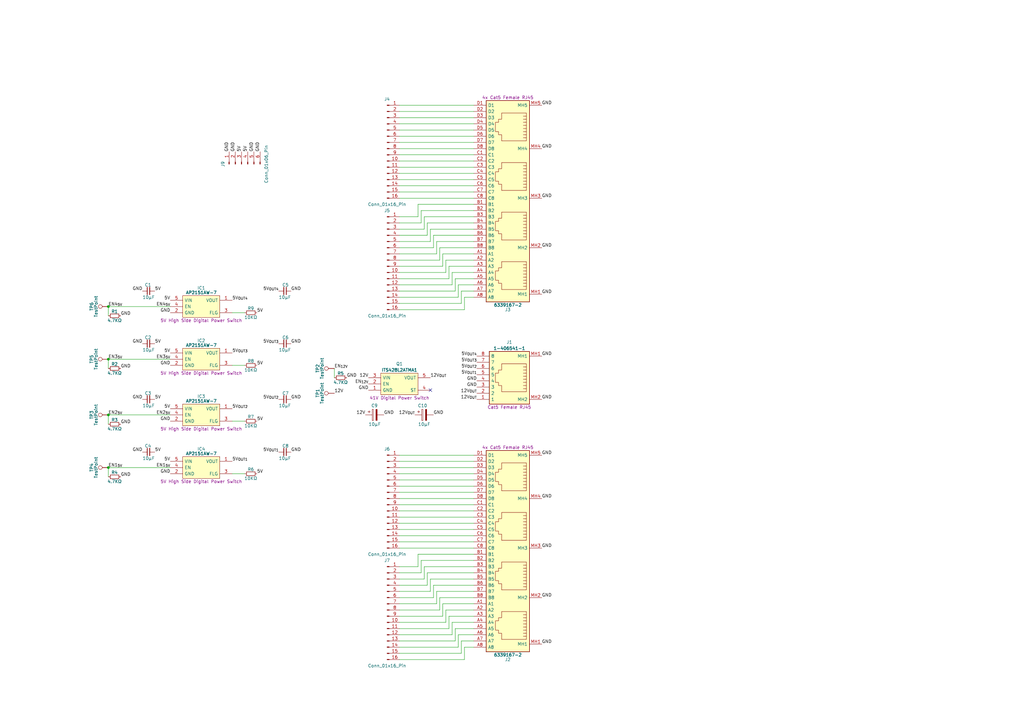
<source format=kicad_sch>
(kicad_sch
	(version 20231120)
	(generator "eeschema")
	(generator_version "8.0")
	(uuid "8357857d-ab8c-4646-b786-aad4001c0a6b")
	(paper "A3")
	(title_block
		(title "Pico Wide GPIO Connect")
		(date "2025-01-30")
		(rev "V0")
	)
	(lib_symbols
		(symbol "Connector:Conn_01x06_Pin"
			(pin_names
				(offset 1.016) hide)
			(exclude_from_sim no)
			(in_bom yes)
			(on_board yes)
			(property "Reference" "J"
				(at 0 7.62 0)
				(effects
					(font
						(size 1.27 1.27)
					)
				)
			)
			(property "Value" "Conn_01x06_Pin"
				(at 0 -10.16 0)
				(effects
					(font
						(size 1.27 1.27)
					)
				)
			)
			(property "Footprint" ""
				(at 0 0 0)
				(effects
					(font
						(size 1.27 1.27)
					)
					(hide yes)
				)
			)
			(property "Datasheet" "~"
				(at 0 0 0)
				(effects
					(font
						(size 1.27 1.27)
					)
					(hide yes)
				)
			)
			(property "Description" "Generic connector, single row, 01x06, script generated"
				(at 0 0 0)
				(effects
					(font
						(size 1.27 1.27)
					)
					(hide yes)
				)
			)
			(property "ki_locked" ""
				(at 0 0 0)
				(effects
					(font
						(size 1.27 1.27)
					)
				)
			)
			(property "ki_keywords" "connector"
				(at 0 0 0)
				(effects
					(font
						(size 1.27 1.27)
					)
					(hide yes)
				)
			)
			(property "ki_fp_filters" "Connector*:*_1x??_*"
				(at 0 0 0)
				(effects
					(font
						(size 1.27 1.27)
					)
					(hide yes)
				)
			)
			(symbol "Conn_01x06_Pin_1_1"
				(polyline
					(pts
						(xy 1.27 -7.62) (xy 0.8636 -7.62)
					)
					(stroke
						(width 0.1524)
						(type default)
					)
					(fill
						(type none)
					)
				)
				(polyline
					(pts
						(xy 1.27 -5.08) (xy 0.8636 -5.08)
					)
					(stroke
						(width 0.1524)
						(type default)
					)
					(fill
						(type none)
					)
				)
				(polyline
					(pts
						(xy 1.27 -2.54) (xy 0.8636 -2.54)
					)
					(stroke
						(width 0.1524)
						(type default)
					)
					(fill
						(type none)
					)
				)
				(polyline
					(pts
						(xy 1.27 0) (xy 0.8636 0)
					)
					(stroke
						(width 0.1524)
						(type default)
					)
					(fill
						(type none)
					)
				)
				(polyline
					(pts
						(xy 1.27 2.54) (xy 0.8636 2.54)
					)
					(stroke
						(width 0.1524)
						(type default)
					)
					(fill
						(type none)
					)
				)
				(polyline
					(pts
						(xy 1.27 5.08) (xy 0.8636 5.08)
					)
					(stroke
						(width 0.1524)
						(type default)
					)
					(fill
						(type none)
					)
				)
				(rectangle
					(start 0.8636 -7.493)
					(end 0 -7.747)
					(stroke
						(width 0.1524)
						(type default)
					)
					(fill
						(type outline)
					)
				)
				(rectangle
					(start 0.8636 -4.953)
					(end 0 -5.207)
					(stroke
						(width 0.1524)
						(type default)
					)
					(fill
						(type outline)
					)
				)
				(rectangle
					(start 0.8636 -2.413)
					(end 0 -2.667)
					(stroke
						(width 0.1524)
						(type default)
					)
					(fill
						(type outline)
					)
				)
				(rectangle
					(start 0.8636 0.127)
					(end 0 -0.127)
					(stroke
						(width 0.1524)
						(type default)
					)
					(fill
						(type outline)
					)
				)
				(rectangle
					(start 0.8636 2.667)
					(end 0 2.413)
					(stroke
						(width 0.1524)
						(type default)
					)
					(fill
						(type outline)
					)
				)
				(rectangle
					(start 0.8636 5.207)
					(end 0 4.953)
					(stroke
						(width 0.1524)
						(type default)
					)
					(fill
						(type outline)
					)
				)
				(pin passive line
					(at 5.08 5.08 180)
					(length 3.81)
					(name "Pin_1"
						(effects
							(font
								(size 1.27 1.27)
							)
						)
					)
					(number "1"
						(effects
							(font
								(size 1.27 1.27)
							)
						)
					)
				)
				(pin passive line
					(at 5.08 2.54 180)
					(length 3.81)
					(name "Pin_2"
						(effects
							(font
								(size 1.27 1.27)
							)
						)
					)
					(number "2"
						(effects
							(font
								(size 1.27 1.27)
							)
						)
					)
				)
				(pin passive line
					(at 5.08 0 180)
					(length 3.81)
					(name "Pin_3"
						(effects
							(font
								(size 1.27 1.27)
							)
						)
					)
					(number "3"
						(effects
							(font
								(size 1.27 1.27)
							)
						)
					)
				)
				(pin passive line
					(at 5.08 -2.54 180)
					(length 3.81)
					(name "Pin_4"
						(effects
							(font
								(size 1.27 1.27)
							)
						)
					)
					(number "4"
						(effects
							(font
								(size 1.27 1.27)
							)
						)
					)
				)
				(pin passive line
					(at 5.08 -5.08 180)
					(length 3.81)
					(name "Pin_5"
						(effects
							(font
								(size 1.27 1.27)
							)
						)
					)
					(number "5"
						(effects
							(font
								(size 1.27 1.27)
							)
						)
					)
				)
				(pin passive line
					(at 5.08 -7.62 180)
					(length 3.81)
					(name "Pin_6"
						(effects
							(font
								(size 1.27 1.27)
							)
						)
					)
					(number "6"
						(effects
							(font
								(size 1.27 1.27)
							)
						)
					)
				)
			)
		)
		(symbol "Connector:Conn_01x16_Pin"
			(pin_names
				(offset 1.016) hide)
			(exclude_from_sim no)
			(in_bom yes)
			(on_board yes)
			(property "Reference" "J"
				(at 0 20.32 0)
				(effects
					(font
						(size 1.27 1.27)
					)
				)
			)
			(property "Value" "Conn_01x16_Pin"
				(at 0 -22.86 0)
				(effects
					(font
						(size 1.27 1.27)
					)
				)
			)
			(property "Footprint" ""
				(at 0 0 0)
				(effects
					(font
						(size 1.27 1.27)
					)
					(hide yes)
				)
			)
			(property "Datasheet" "~"
				(at 0 0 0)
				(effects
					(font
						(size 1.27 1.27)
					)
					(hide yes)
				)
			)
			(property "Description" "Generic connector, single row, 01x16, script generated"
				(at 0 0 0)
				(effects
					(font
						(size 1.27 1.27)
					)
					(hide yes)
				)
			)
			(property "ki_locked" ""
				(at 0 0 0)
				(effects
					(font
						(size 1.27 1.27)
					)
				)
			)
			(property "ki_keywords" "connector"
				(at 0 0 0)
				(effects
					(font
						(size 1.27 1.27)
					)
					(hide yes)
				)
			)
			(property "ki_fp_filters" "Connector*:*_1x??_*"
				(at 0 0 0)
				(effects
					(font
						(size 1.27 1.27)
					)
					(hide yes)
				)
			)
			(symbol "Conn_01x16_Pin_1_1"
				(polyline
					(pts
						(xy 1.27 -20.32) (xy 0.8636 -20.32)
					)
					(stroke
						(width 0.1524)
						(type default)
					)
					(fill
						(type none)
					)
				)
				(polyline
					(pts
						(xy 1.27 -17.78) (xy 0.8636 -17.78)
					)
					(stroke
						(width 0.1524)
						(type default)
					)
					(fill
						(type none)
					)
				)
				(polyline
					(pts
						(xy 1.27 -15.24) (xy 0.8636 -15.24)
					)
					(stroke
						(width 0.1524)
						(type default)
					)
					(fill
						(type none)
					)
				)
				(polyline
					(pts
						(xy 1.27 -12.7) (xy 0.8636 -12.7)
					)
					(stroke
						(width 0.1524)
						(type default)
					)
					(fill
						(type none)
					)
				)
				(polyline
					(pts
						(xy 1.27 -10.16) (xy 0.8636 -10.16)
					)
					(stroke
						(width 0.1524)
						(type default)
					)
					(fill
						(type none)
					)
				)
				(polyline
					(pts
						(xy 1.27 -7.62) (xy 0.8636 -7.62)
					)
					(stroke
						(width 0.1524)
						(type default)
					)
					(fill
						(type none)
					)
				)
				(polyline
					(pts
						(xy 1.27 -5.08) (xy 0.8636 -5.08)
					)
					(stroke
						(width 0.1524)
						(type default)
					)
					(fill
						(type none)
					)
				)
				(polyline
					(pts
						(xy 1.27 -2.54) (xy 0.8636 -2.54)
					)
					(stroke
						(width 0.1524)
						(type default)
					)
					(fill
						(type none)
					)
				)
				(polyline
					(pts
						(xy 1.27 0) (xy 0.8636 0)
					)
					(stroke
						(width 0.1524)
						(type default)
					)
					(fill
						(type none)
					)
				)
				(polyline
					(pts
						(xy 1.27 2.54) (xy 0.8636 2.54)
					)
					(stroke
						(width 0.1524)
						(type default)
					)
					(fill
						(type none)
					)
				)
				(polyline
					(pts
						(xy 1.27 5.08) (xy 0.8636 5.08)
					)
					(stroke
						(width 0.1524)
						(type default)
					)
					(fill
						(type none)
					)
				)
				(polyline
					(pts
						(xy 1.27 7.62) (xy 0.8636 7.62)
					)
					(stroke
						(width 0.1524)
						(type default)
					)
					(fill
						(type none)
					)
				)
				(polyline
					(pts
						(xy 1.27 10.16) (xy 0.8636 10.16)
					)
					(stroke
						(width 0.1524)
						(type default)
					)
					(fill
						(type none)
					)
				)
				(polyline
					(pts
						(xy 1.27 12.7) (xy 0.8636 12.7)
					)
					(stroke
						(width 0.1524)
						(type default)
					)
					(fill
						(type none)
					)
				)
				(polyline
					(pts
						(xy 1.27 15.24) (xy 0.8636 15.24)
					)
					(stroke
						(width 0.1524)
						(type default)
					)
					(fill
						(type none)
					)
				)
				(polyline
					(pts
						(xy 1.27 17.78) (xy 0.8636 17.78)
					)
					(stroke
						(width 0.1524)
						(type default)
					)
					(fill
						(type none)
					)
				)
				(rectangle
					(start 0.8636 -20.193)
					(end 0 -20.447)
					(stroke
						(width 0.1524)
						(type default)
					)
					(fill
						(type outline)
					)
				)
				(rectangle
					(start 0.8636 -17.653)
					(end 0 -17.907)
					(stroke
						(width 0.1524)
						(type default)
					)
					(fill
						(type outline)
					)
				)
				(rectangle
					(start 0.8636 -15.113)
					(end 0 -15.367)
					(stroke
						(width 0.1524)
						(type default)
					)
					(fill
						(type outline)
					)
				)
				(rectangle
					(start 0.8636 -12.573)
					(end 0 -12.827)
					(stroke
						(width 0.1524)
						(type default)
					)
					(fill
						(type outline)
					)
				)
				(rectangle
					(start 0.8636 -10.033)
					(end 0 -10.287)
					(stroke
						(width 0.1524)
						(type default)
					)
					(fill
						(type outline)
					)
				)
				(rectangle
					(start 0.8636 -7.493)
					(end 0 -7.747)
					(stroke
						(width 0.1524)
						(type default)
					)
					(fill
						(type outline)
					)
				)
				(rectangle
					(start 0.8636 -4.953)
					(end 0 -5.207)
					(stroke
						(width 0.1524)
						(type default)
					)
					(fill
						(type outline)
					)
				)
				(rectangle
					(start 0.8636 -2.413)
					(end 0 -2.667)
					(stroke
						(width 0.1524)
						(type default)
					)
					(fill
						(type outline)
					)
				)
				(rectangle
					(start 0.8636 0.127)
					(end 0 -0.127)
					(stroke
						(width 0.1524)
						(type default)
					)
					(fill
						(type outline)
					)
				)
				(rectangle
					(start 0.8636 2.667)
					(end 0 2.413)
					(stroke
						(width 0.1524)
						(type default)
					)
					(fill
						(type outline)
					)
				)
				(rectangle
					(start 0.8636 5.207)
					(end 0 4.953)
					(stroke
						(width 0.1524)
						(type default)
					)
					(fill
						(type outline)
					)
				)
				(rectangle
					(start 0.8636 7.747)
					(end 0 7.493)
					(stroke
						(width 0.1524)
						(type default)
					)
					(fill
						(type outline)
					)
				)
				(rectangle
					(start 0.8636 10.287)
					(end 0 10.033)
					(stroke
						(width 0.1524)
						(type default)
					)
					(fill
						(type outline)
					)
				)
				(rectangle
					(start 0.8636 12.827)
					(end 0 12.573)
					(stroke
						(width 0.1524)
						(type default)
					)
					(fill
						(type outline)
					)
				)
				(rectangle
					(start 0.8636 15.367)
					(end 0 15.113)
					(stroke
						(width 0.1524)
						(type default)
					)
					(fill
						(type outline)
					)
				)
				(rectangle
					(start 0.8636 17.907)
					(end 0 17.653)
					(stroke
						(width 0.1524)
						(type default)
					)
					(fill
						(type outline)
					)
				)
				(pin passive line
					(at 5.08 17.78 180)
					(length 3.81)
					(name "Pin_1"
						(effects
							(font
								(size 1.27 1.27)
							)
						)
					)
					(number "1"
						(effects
							(font
								(size 1.27 1.27)
							)
						)
					)
				)
				(pin passive line
					(at 5.08 -5.08 180)
					(length 3.81)
					(name "Pin_10"
						(effects
							(font
								(size 1.27 1.27)
							)
						)
					)
					(number "10"
						(effects
							(font
								(size 1.27 1.27)
							)
						)
					)
				)
				(pin passive line
					(at 5.08 -7.62 180)
					(length 3.81)
					(name "Pin_11"
						(effects
							(font
								(size 1.27 1.27)
							)
						)
					)
					(number "11"
						(effects
							(font
								(size 1.27 1.27)
							)
						)
					)
				)
				(pin passive line
					(at 5.08 -10.16 180)
					(length 3.81)
					(name "Pin_12"
						(effects
							(font
								(size 1.27 1.27)
							)
						)
					)
					(number "12"
						(effects
							(font
								(size 1.27 1.27)
							)
						)
					)
				)
				(pin passive line
					(at 5.08 -12.7 180)
					(length 3.81)
					(name "Pin_13"
						(effects
							(font
								(size 1.27 1.27)
							)
						)
					)
					(number "13"
						(effects
							(font
								(size 1.27 1.27)
							)
						)
					)
				)
				(pin passive line
					(at 5.08 -15.24 180)
					(length 3.81)
					(name "Pin_14"
						(effects
							(font
								(size 1.27 1.27)
							)
						)
					)
					(number "14"
						(effects
							(font
								(size 1.27 1.27)
							)
						)
					)
				)
				(pin passive line
					(at 5.08 -17.78 180)
					(length 3.81)
					(name "Pin_15"
						(effects
							(font
								(size 1.27 1.27)
							)
						)
					)
					(number "15"
						(effects
							(font
								(size 1.27 1.27)
							)
						)
					)
				)
				(pin passive line
					(at 5.08 -20.32 180)
					(length 3.81)
					(name "Pin_16"
						(effects
							(font
								(size 1.27 1.27)
							)
						)
					)
					(number "16"
						(effects
							(font
								(size 1.27 1.27)
							)
						)
					)
				)
				(pin passive line
					(at 5.08 15.24 180)
					(length 3.81)
					(name "Pin_2"
						(effects
							(font
								(size 1.27 1.27)
							)
						)
					)
					(number "2"
						(effects
							(font
								(size 1.27 1.27)
							)
						)
					)
				)
				(pin passive line
					(at 5.08 12.7 180)
					(length 3.81)
					(name "Pin_3"
						(effects
							(font
								(size 1.27 1.27)
							)
						)
					)
					(number "3"
						(effects
							(font
								(size 1.27 1.27)
							)
						)
					)
				)
				(pin passive line
					(at 5.08 10.16 180)
					(length 3.81)
					(name "Pin_4"
						(effects
							(font
								(size 1.27 1.27)
							)
						)
					)
					(number "4"
						(effects
							(font
								(size 1.27 1.27)
							)
						)
					)
				)
				(pin passive line
					(at 5.08 7.62 180)
					(length 3.81)
					(name "Pin_5"
						(effects
							(font
								(size 1.27 1.27)
							)
						)
					)
					(number "5"
						(effects
							(font
								(size 1.27 1.27)
							)
						)
					)
				)
				(pin passive line
					(at 5.08 5.08 180)
					(length 3.81)
					(name "Pin_6"
						(effects
							(font
								(size 1.27 1.27)
							)
						)
					)
					(number "6"
						(effects
							(font
								(size 1.27 1.27)
							)
						)
					)
				)
				(pin passive line
					(at 5.08 2.54 180)
					(length 3.81)
					(name "Pin_7"
						(effects
							(font
								(size 1.27 1.27)
							)
						)
					)
					(number "7"
						(effects
							(font
								(size 1.27 1.27)
							)
						)
					)
				)
				(pin passive line
					(at 5.08 0 180)
					(length 3.81)
					(name "Pin_8"
						(effects
							(font
								(size 1.27 1.27)
							)
						)
					)
					(number "8"
						(effects
							(font
								(size 1.27 1.27)
							)
						)
					)
				)
				(pin passive line
					(at 5.08 -2.54 180)
					(length 3.81)
					(name "Pin_9"
						(effects
							(font
								(size 1.27 1.27)
							)
						)
					)
					(number "9"
						(effects
							(font
								(size 1.27 1.27)
							)
						)
					)
				)
			)
		)
		(symbol "Connector:TestPoint"
			(pin_numbers hide)
			(pin_names
				(offset 0.762) hide)
			(exclude_from_sim no)
			(in_bom yes)
			(on_board yes)
			(property "Reference" "TP"
				(at 0 6.858 0)
				(effects
					(font
						(size 1.27 1.27)
					)
				)
			)
			(property "Value" "TestPoint"
				(at 0 5.08 0)
				(effects
					(font
						(size 1.27 1.27)
					)
				)
			)
			(property "Footprint" ""
				(at 5.08 0 0)
				(effects
					(font
						(size 1.27 1.27)
					)
					(hide yes)
				)
			)
			(property "Datasheet" "~"
				(at 5.08 0 0)
				(effects
					(font
						(size 1.27 1.27)
					)
					(hide yes)
				)
			)
			(property "Description" "test point"
				(at 0 0 0)
				(effects
					(font
						(size 1.27 1.27)
					)
					(hide yes)
				)
			)
			(property "ki_keywords" "test point tp"
				(at 0 0 0)
				(effects
					(font
						(size 1.27 1.27)
					)
					(hide yes)
				)
			)
			(property "ki_fp_filters" "Pin* Test*"
				(at 0 0 0)
				(effects
					(font
						(size 1.27 1.27)
					)
					(hide yes)
				)
			)
			(symbol "TestPoint_0_1"
				(circle
					(center 0 3.302)
					(radius 0.762)
					(stroke
						(width 0)
						(type default)
					)
					(fill
						(type none)
					)
				)
			)
			(symbol "TestPoint_1_1"
				(pin passive line
					(at 0 0 90)
					(length 2.54)
					(name "1"
						(effects
							(font
								(size 1.27 1.27)
							)
						)
					)
					(number "1"
						(effects
							(font
								(size 1.27 1.27)
							)
						)
					)
				)
			)
		)
		(symbol "Diodes_Inc:AP2151AW-7"
			(pin_names
				(offset 0.762)
			)
			(exclude_from_sim no)
			(in_bom yes)
			(on_board yes)
			(property "Reference" "IC"
				(at 12.7 5.08 0)
				(effects
					(font
						(size 1.27 1.27)
					)
				)
			)
			(property "Value" "AP2151AW-7"
				(at 12.7 3.175 0)
				(effects
					(font
						(size 1.27 1.27)
						(bold yes)
					)
				)
			)
			(property "Footprint" "SamacSys_Parts:SOT95P285X130-5N"
				(at 21.59 -17.145 0)
				(effects
					(font
						(size 1.27 1.27)
					)
					(justify left)
					(hide yes)
				)
			)
			(property "Datasheet" ""
				(at 21.59 -17.145 0)
				(effects
					(font
						(size 1.27 1.27)
					)
					(justify left)
					(hide yes)
				)
			)
			(property "Description" "5V High Side Digital Power Switch"
				(at 12.7 -8.255 0)
				(effects
					(font
						(size 1.27 1.27)
					)
				)
			)
			(property "Height" "1.3"
				(at 21.59 -19.685 0)
				(effects
					(font
						(size 1.27 1.27)
					)
					(justify left)
					(hide yes)
				)
			)
			(property "Manufacturer_Name" "Diodes Inc."
				(at 21.59 -22.225 0)
				(effects
					(font
						(size 1.27 1.27)
					)
					(justify left)
					(hide yes)
				)
			)
			(property "Manufacturer_Part_Number" "AP2151AW-7\n"
				(at 21.59 -24.765 0)
				(effects
					(font
						(size 1.27 1.27)
					)
					(justify left)
					(hide yes)
				)
			)
			(property "Mouser Part Number" "621-AP2151AW-7"
				(at 21.59 -27.305 0)
				(effects
					(font
						(size 1.27 1.27)
					)
					(justify left)
					(hide yes)
				)
			)
			(property "Silkscreen" "AP2151"
				(at 21.59 -14.605 0)
				(effects
					(font
						(size 1.27 1.27)
					)
					(justify left)
					(hide yes)
				)
			)
			(symbol "AP2151AW-7_0_0"
				(pin passive line
					(at 0 -5.08 0)
					(length 5.08)
					(name "GND"
						(effects
							(font
								(size 1.27 1.27)
							)
						)
					)
					(number "2"
						(effects
							(font
								(size 1.27 1.27)
							)
						)
					)
				)
			)
			(symbol "AP2151AW-7_0_1"
				(polyline
					(pts
						(xy 5.08 1.905) (xy 20.32 1.905) (xy 20.32 -6.985) (xy 5.08 -6.985) (xy 5.08 1.905)
					)
					(stroke
						(width 0)
						(type default)
					)
					(fill
						(type background)
					)
				)
			)
			(symbol "AP2151AW-7_1_0"
				(pin passive line
					(at 25.4 0 180)
					(length 5.08)
					(name "VOUT"
						(effects
							(font
								(size 1.27 1.27)
							)
						)
					)
					(number "1"
						(effects
							(font
								(size 1.27 1.27)
							)
						)
					)
				)
				(pin output line
					(at 25.4 -5.08 180)
					(length 5.08)
					(name "FLG"
						(effects
							(font
								(size 1.27 1.27)
							)
						)
					)
					(number "3"
						(effects
							(font
								(size 1.27 1.27)
							)
						)
					)
				)
				(pin input line
					(at 0 -2.54 0)
					(length 5.08)
					(name "EN"
						(effects
							(font
								(size 1.27 1.27)
							)
						)
					)
					(number "4"
						(effects
							(font
								(size 1.27 1.27)
							)
						)
					)
				)
				(pin passive line
					(at 0 0 0)
					(length 5.08)
					(name "VIN"
						(effects
							(font
								(size 1.27 1.27)
							)
						)
					)
					(number "5"
						(effects
							(font
								(size 1.27 1.27)
							)
						)
					)
				)
			)
		)
		(symbol "HCP65:C_0805"
			(pin_numbers hide)
			(pin_names
				(offset 0.254) hide)
			(exclude_from_sim no)
			(in_bom yes)
			(on_board yes)
			(property "Reference" "C"
				(at 2.286 2.54 0)
				(effects
					(font
						(size 1.27 1.27)
					)
				)
			)
			(property "Value" "?μF"
				(at 2.54 -2.54 0)
				(effects
					(font
						(size 1.27 1.27)
					)
				)
			)
			(property "Footprint" "SamacSys_Parts:C_0805"
				(at 16.764 -7.62 0)
				(effects
					(font
						(size 1.27 1.27)
					)
					(hide yes)
				)
			)
			(property "Datasheet" ""
				(at 2.2225 0.3175 90)
				(effects
					(font
						(size 1.27 1.27)
					)
					(hide yes)
				)
			)
			(property "Description" ""
				(at 0 0 0)
				(effects
					(font
						(size 1.27 1.27)
					)
					(hide yes)
				)
			)
			(property "ki_keywords" "capacitor cap"
				(at 0 0 0)
				(effects
					(font
						(size 1.27 1.27)
					)
					(hide yes)
				)
			)
			(property "ki_fp_filters" "C_*"
				(at 0 0 0)
				(effects
					(font
						(size 1.27 1.27)
					)
					(hide yes)
				)
			)
			(symbol "C_0805_0_1"
				(polyline
					(pts
						(xy 1.9685 -1.4605) (xy 1.9685 1.5875)
					)
					(stroke
						(width 0.3048)
						(type default)
					)
					(fill
						(type none)
					)
				)
				(polyline
					(pts
						(xy 2.9845 -1.4605) (xy 2.9845 1.5875)
					)
					(stroke
						(width 0.3302)
						(type default)
					)
					(fill
						(type none)
					)
				)
			)
			(symbol "C_0805_1_1"
				(pin passive line
					(at 0 0 0)
					(length 2.032)
					(name "~"
						(effects
							(font
								(size 1.27 1.27)
							)
						)
					)
					(number "1"
						(effects
							(font
								(size 1.27 1.27)
							)
						)
					)
				)
				(pin passive line
					(at 5.08 0 180)
					(length 2.032)
					(name "~"
						(effects
							(font
								(size 1.27 1.27)
							)
						)
					)
					(number "2"
						(effects
							(font
								(size 1.27 1.27)
							)
						)
					)
				)
			)
		)
		(symbol "HCP65:C_Radial_D4.0mm_P2.00mm"
			(pin_numbers hide)
			(pin_names
				(offset 0.254)
			)
			(exclude_from_sim no)
			(in_bom yes)
			(on_board yes)
			(property "Reference" "C"
				(at 0.635 2.54 0)
				(effects
					(font
						(size 1.27 1.27)
					)
					(justify left)
				)
			)
			(property "Value" "?μF"
				(at 0.635 -2.54 0)
				(effects
					(font
						(size 1.27 1.27)
					)
					(justify left)
				)
			)
			(property "Footprint" "SamacSys_Parts:CP_Radial_D4.0mm_P2.00mm"
				(at 0 -11.43 0)
				(effects
					(font
						(size 1.27 1.27)
					)
					(hide yes)
				)
			)
			(property "Datasheet" ""
				(at 5.08 -5.08 0)
				(effects
					(font
						(size 1.27 1.27)
					)
					(hide yes)
				)
			)
			(property "Description" ""
				(at 0.635 -2.54 0)
				(effects
					(font
						(size 1.27 1.27)
					)
					(justify left)
					(hide yes)
				)
			)
			(property "ki_keywords" "Polarised Capacitor"
				(at 0 0 0)
				(effects
					(font
						(size 1.27 1.27)
					)
					(hide yes)
				)
			)
			(property "ki_fp_filters" "CP_*"
				(at 0 0 0)
				(effects
					(font
						(size 1.27 1.27)
					)
					(hide yes)
				)
			)
			(symbol "C_Radial_D4.0mm_P2.00mm_0_1"
				(rectangle
					(start -2.286 0.508)
					(end 2.286 1.016)
					(stroke
						(width 0)
						(type default)
					)
					(fill
						(type none)
					)
				)
				(polyline
					(pts
						(xy -1.778 2.286) (xy -0.762 2.286)
					)
					(stroke
						(width 0)
						(type default)
					)
					(fill
						(type none)
					)
				)
				(polyline
					(pts
						(xy -1.27 2.794) (xy -1.27 1.778)
					)
					(stroke
						(width 0)
						(type default)
					)
					(fill
						(type none)
					)
				)
				(rectangle
					(start 2.286 -0.508)
					(end -2.286 -1.016)
					(stroke
						(width 0)
						(type default)
					)
					(fill
						(type outline)
					)
				)
			)
			(symbol "C_Radial_D4.0mm_P2.00mm_1_1"
				(pin passive line
					(at 0 3.81 270)
					(length 2.794)
					(name "~"
						(effects
							(font
								(size 1.27 1.27)
							)
						)
					)
					(number "1"
						(effects
							(font
								(size 1.27 1.27)
							)
						)
					)
				)
				(pin passive line
					(at 0 -3.81 90)
					(length 2.794)
					(name "~"
						(effects
							(font
								(size 1.27 1.27)
							)
						)
					)
					(number "2"
						(effects
							(font
								(size 1.27 1.27)
							)
						)
					)
				)
			)
		)
		(symbol "HCP65:R_0805"
			(pin_numbers hide)
			(pin_names hide)
			(exclude_from_sim no)
			(in_bom yes)
			(on_board yes)
			(property "Reference" "R"
				(at 2.54 1.778 0)
				(effects
					(font
						(size 1.27 1.27)
					)
				)
			)
			(property "Value" "?Ω"
				(at 2.54 -1.905 0)
				(effects
					(font
						(size 1.27 1.27)
					)
				)
			)
			(property "Footprint" "SamacSys_Parts:R_0805"
				(at 17.526 -7.62 0)
				(effects
					(font
						(size 1.27 1.27)
					)
					(hide yes)
				)
			)
			(property "Datasheet" ""
				(at 0 0 0)
				(effects
					(font
						(size 1.27 1.27)
					)
					(hide yes)
				)
			)
			(property "Description" ""
				(at 0 0 0)
				(effects
					(font
						(size 1.27 1.27)
					)
					(hide yes)
				)
			)
			(symbol "R_0805_0_1"
				(rectangle
					(start 0.762 0.762)
					(end 4.318 -0.762)
					(stroke
						(width 0.2032)
						(type default)
					)
					(fill
						(type none)
					)
				)
			)
			(symbol "R_0805_1_1"
				(pin passive line
					(at 0 0 0)
					(length 0.72)
					(name "~"
						(effects
							(font
								(size 1.27 1.27)
							)
						)
					)
					(number "1"
						(effects
							(font
								(size 1.27 1.27)
							)
						)
					)
				)
				(pin passive line
					(at 5.08 0 180)
					(length 0.72)
					(name "~"
						(effects
							(font
								(size 1.27 1.27)
							)
						)
					)
					(number "2"
						(effects
							(font
								(size 1.27 1.27)
							)
						)
					)
				)
			)
		)
		(symbol "Infineon:ITS428L2ATMA1"
			(pin_names
				(offset 0.762)
			)
			(exclude_from_sim no)
			(in_bom yes)
			(on_board yes)
			(property "Reference" "Q"
				(at 12.7 5.715 0)
				(effects
					(font
						(size 1.27 1.27)
					)
				)
			)
			(property "Value" "ITS428L2ATMA1"
				(at 12.7 3.175 0)
				(effects
					(font
						(size 1.27 1.27)
						(bold yes)
					)
				)
			)
			(property "Footprint" "SamacSys_Parts:ITS428L2ATMA1"
				(at 23.368 -19.304 0)
				(effects
					(font
						(size 1.27 1.27)
					)
					(justify left)
					(hide yes)
				)
			)
			(property "Datasheet" "https://www.infineon.com/dgdl/Infineon-ITS428L2-DS-v01_01-en.pdf?fileId=db3a30431c69a49d011cdcc9a1fd41df"
				(at 23.368 -21.844 0)
				(effects
					(font
						(size 1.27 1.27)
					)
					(justify left)
					(hide yes)
				)
			)
			(property "Description" "41V Digital Power Switch"
				(at 12.7 -8.255 0)
				(effects
					(font
						(size 1.27 1.27)
					)
				)
			)
			(property "Description_1" "Power Switch/Driver 1:1 N-Channel 5.8A PG-TO252-5-11"
				(at 23.368 -24.384 0)
				(effects
					(font
						(size 1.27 1.27)
					)
					(justify left)
					(hide yes)
				)
			)
			(property "Height" "2.5"
				(at 23.368 -26.924 0)
				(effects
					(font
						(size 1.27 1.27)
					)
					(justify left)
					(hide yes)
				)
			)
			(property "Manufacturer_Name" "Infineon"
				(at 23.368 -29.464 0)
				(effects
					(font
						(size 1.27 1.27)
					)
					(justify left)
					(hide yes)
				)
			)
			(property "Manufacturer_Part_Number" "ITS428L2ATMA1"
				(at 23.368 -32.004 0)
				(effects
					(font
						(size 1.27 1.27)
					)
					(justify left)
					(hide yes)
				)
			)
			(property "Mouser Part Number" "726-ITS428L2ATMA1"
				(at 23.368 -34.544 0)
				(effects
					(font
						(size 1.27 1.27)
					)
					(justify left)
					(hide yes)
				)
			)
			(property "Mouser Price/Stock" "https://www.mouser.co.uk/ProductDetail/Infineon-Technologies/ITS428L2ATMA1?qs=OwbwYO03UsKb4YQm68cXwA%3D%3D"
				(at 23.368 -37.084 0)
				(effects
					(font
						(size 1.27 1.27)
					)
					(justify left)
					(hide yes)
				)
			)
			(property "Arrow Part Number" "ITS428L2ATMA1"
				(at 23.368 -39.624 0)
				(effects
					(font
						(size 1.27 1.27)
					)
					(justify left)
					(hide yes)
				)
			)
			(property "Arrow Price/Stock" "https://www.arrow.com/en/products/its428l2atma1/infineon-technologies-ag?region=europe"
				(at 23.368 -42.164 0)
				(effects
					(font
						(size 1.27 1.27)
					)
					(justify left)
					(hide yes)
				)
			)
			(symbol "ITS428L2ATMA1_0_0"
				(pin passive line
					(at 0 -5.08 0)
					(length 5.08)
					(name "GND"
						(effects
							(font
								(size 1.27 1.27)
							)
						)
					)
					(number "1"
						(effects
							(font
								(size 1.27 1.27)
							)
						)
					)
				)
			)
			(symbol "ITS428L2ATMA1_1_0"
				(pin input line
					(at 0 -2.54 0)
					(length 5.08)
					(name "EN"
						(effects
							(font
								(size 1.27 1.27)
							)
						)
					)
					(number "2"
						(effects
							(font
								(size 1.27 1.27)
							)
						)
					)
				)
				(pin passive line
					(at 0 0 0)
					(length 5.08)
					(name "VIN"
						(effects
							(font
								(size 1.27 1.27)
							)
						)
					)
					(number "3"
						(effects
							(font
								(size 1.27 1.27)
							)
						)
					)
				)
				(pin output line
					(at 25.4 -5.08 180)
					(length 5.08)
					(name "ST"
						(effects
							(font
								(size 1.27 1.27)
							)
						)
					)
					(number "4"
						(effects
							(font
								(size 1.27 1.27)
							)
						)
					)
				)
				(pin passive line
					(at 25.4 0 180)
					(length 5.08)
					(name "VOUT"
						(effects
							(font
								(size 1.27 1.27)
							)
						)
					)
					(number "5"
						(effects
							(font
								(size 1.27 1.27)
							)
						)
					)
				)
			)
			(symbol "ITS428L2ATMA1_1_1"
				(polyline
					(pts
						(xy 5.08 1.905) (xy 20.32 1.905) (xy 20.32 -6.985) (xy 5.08 -6.985) (xy 5.08 1.905)
					)
					(stroke
						(width 0.1524)
						(type solid)
					)
					(fill
						(type background)
					)
				)
			)
		)
		(symbol "TE_Connectivity:1-406541-1"
			(pin_names
				(offset 0.762)
			)
			(exclude_from_sim no)
			(in_bom yes)
			(on_board yes)
			(property "Reference" "J"
				(at -13.335 5.715 0)
				(effects
					(font
						(size 1.27 1.27)
					)
				)
			)
			(property "Value" "1-406541-1"
				(at -13.335 3.175 0)
				(effects
					(font
						(size 1.27 1.27)
						(bold yes)
					)
				)
			)
			(property "Footprint" "SamacSys_Parts:1-406541-1_1"
				(at 15.875 -17.78 0)
				(effects
					(font
						(size 1.27 1.27)
					)
					(justify left)
					(hide yes)
				)
			)
			(property "Datasheet" "http://uk.rs-online.com/web/p/products/7820823"
				(at 15.875 -20.32 0)
				(effects
					(font
						(size 1.27 1.27)
					)
					(justify left)
					(hide yes)
				)
			)
			(property "Description" "Cat5 Female RJ45"
				(at -13.335 -20.955 0)
				(effects
					(font
						(size 1.27 1.27)
					)
				)
			)
			(property "Description_1" "ModJack,RightAngle,8Position,Cat5 TE Connectivity Female Cat5 RJ45 Connector, Right Angle, Through Hole Mount,"
				(at 15.875 -22.86 0)
				(effects
					(font
						(size 1.27 1.27)
					)
					(justify left)
					(hide yes)
				)
			)
			(property "Height" ""
				(at 16.51 -5.08 0)
				(effects
					(font
						(size 1.27 1.27)
					)
					(justify left)
					(hide yes)
				)
			)
			(property "Manufacturer_Name" "TE Connectivity"
				(at 15.875 -27.94 0)
				(effects
					(font
						(size 1.27 1.27)
					)
					(justify left)
					(hide yes)
				)
			)
			(property "Manufacturer_Part_Number" "1-406541-1"
				(at 15.875 -30.48 0)
				(effects
					(font
						(size 1.27 1.27)
					)
					(justify left)
					(hide yes)
				)
			)
			(property "Mouser Part Number" "571-1-406541-1"
				(at 15.875 -33.02 0)
				(effects
					(font
						(size 1.27 1.27)
					)
					(justify left)
					(hide yes)
				)
			)
			(property "Mouser Price/Stock" "https://www.mouser.co.uk/ProductDetail/TE-Connectivity/1-406541-1?qs=dOAuEKQrqY4XW9msRoSnqA%3D%3D"
				(at 15.875 -35.56 0)
				(effects
					(font
						(size 1.27 1.27)
					)
					(justify left)
					(hide yes)
				)
			)
			(property "Arrow Part Number" "1-406541-1"
				(at 15.875 -38.1 0)
				(effects
					(font
						(size 1.27 1.27)
					)
					(justify left)
					(hide yes)
				)
			)
			(property "Arrow Price/Stock" "https://www.arrow.com/en/products/1-406541-1/te-connectivity?region=europe"
				(at 15.875 -40.64 0)
				(effects
					(font
						(size 1.27 1.27)
					)
					(justify left)
					(hide yes)
				)
			)
			(symbol "1-406541-1_0_0"
				(pin passive line
					(at 0 -17.78 180)
					(length 5.08)
					(name "1"
						(effects
							(font
								(size 1.27 1.27)
							)
						)
					)
					(number "1"
						(effects
							(font
								(size 1.27 1.27)
							)
						)
					)
				)
				(pin passive line
					(at 0 -15.24 180)
					(length 5.08)
					(name "2"
						(effects
							(font
								(size 1.27 1.27)
							)
						)
					)
					(number "2"
						(effects
							(font
								(size 1.27 1.27)
							)
						)
					)
				)
				(pin passive line
					(at 0 -12.7 180)
					(length 5.08)
					(name "3"
						(effects
							(font
								(size 1.27 1.27)
							)
						)
					)
					(number "3"
						(effects
							(font
								(size 1.27 1.27)
							)
						)
					)
				)
				(pin passive line
					(at 0 -10.16 180)
					(length 5.08)
					(name "4"
						(effects
							(font
								(size 1.27 1.27)
							)
						)
					)
					(number "4"
						(effects
							(font
								(size 1.27 1.27)
							)
						)
					)
				)
				(pin passive line
					(at 0 -7.62 180)
					(length 5.08)
					(name "5"
						(effects
							(font
								(size 1.27 1.27)
							)
						)
					)
					(number "5"
						(effects
							(font
								(size 1.27 1.27)
							)
						)
					)
				)
				(pin passive line
					(at 0 -5.08 180)
					(length 5.08)
					(name "6"
						(effects
							(font
								(size 1.27 1.27)
							)
						)
					)
					(number "6"
						(effects
							(font
								(size 1.27 1.27)
							)
						)
					)
				)
				(pin passive line
					(at 0 -2.54 180)
					(length 5.08)
					(name "7"
						(effects
							(font
								(size 1.27 1.27)
							)
						)
					)
					(number "7"
						(effects
							(font
								(size 1.27 1.27)
							)
						)
					)
				)
				(pin passive line
					(at 0 0 180)
					(length 5.08)
					(name "8"
						(effects
							(font
								(size 1.27 1.27)
							)
						)
					)
					(number "8"
						(effects
							(font
								(size 1.27 1.27)
							)
						)
					)
				)
			)
			(symbol "1-406541-1_0_1"
				(rectangle
					(start -21.59 1.905)
					(end -5.08 -19.685)
					(stroke
						(width 0.254)
						(type default)
					)
					(fill
						(type background)
					)
				)
				(polyline
					(pts
						(xy -19.05 -5.715) (xy -20.32 -5.715)
					)
					(stroke
						(width 0)
						(type default)
					)
					(fill
						(type none)
					)
				)
				(polyline
					(pts
						(xy -19.05 -4.445) (xy -20.32 -4.445)
					)
					(stroke
						(width 0)
						(type default)
					)
					(fill
						(type none)
					)
				)
				(polyline
					(pts
						(xy -20.32 -13.335) (xy -19.05 -13.335) (xy -19.05 -13.335)
					)
					(stroke
						(width 0)
						(type default)
					)
					(fill
						(type none)
					)
				)
				(polyline
					(pts
						(xy -20.32 -12.065) (xy -19.05 -12.065) (xy -19.05 -12.065)
					)
					(stroke
						(width 0)
						(type default)
					)
					(fill
						(type none)
					)
				)
				(polyline
					(pts
						(xy -20.32 -10.795) (xy -19.05 -10.795) (xy -19.05 -10.795)
					)
					(stroke
						(width 0)
						(type default)
					)
					(fill
						(type none)
					)
				)
				(polyline
					(pts
						(xy -20.32 -9.525) (xy -19.05 -9.525) (xy -19.05 -9.525)
					)
					(stroke
						(width 0)
						(type default)
					)
					(fill
						(type none)
					)
				)
				(polyline
					(pts
						(xy -20.32 -8.255) (xy -19.05 -8.255) (xy -19.05 -8.255)
					)
					(stroke
						(width 0)
						(type default)
					)
					(fill
						(type none)
					)
				)
				(polyline
					(pts
						(xy -19.05 -6.985) (xy -20.32 -6.985) (xy -20.32 -6.985)
					)
					(stroke
						(width 0)
						(type default)
					)
					(fill
						(type none)
					)
				)
				(polyline
					(pts
						(xy -20.32 -14.605) (xy -20.32 -3.175) (xy -10.16 -3.175) (xy -10.16 -5.715) (xy -8.89 -5.715)
						(xy -8.89 -6.985) (xy -7.62 -6.985) (xy -7.62 -10.795) (xy -8.89 -10.795) (xy -8.89 -12.065) (xy -10.16 -12.065)
						(xy -10.16 -14.605) (xy -20.32 -14.605) (xy -20.32 -14.605)
					)
					(stroke
						(width 0)
						(type default)
					)
					(fill
						(type none)
					)
				)
			)
			(symbol "1-406541-1_1_0"
				(pin passive line
					(at -26.67 0 0)
					(length 5.08)
					(name "MH1"
						(effects
							(font
								(size 1.27 1.27)
							)
						)
					)
					(number "MH1"
						(effects
							(font
								(size 1.27 1.27)
							)
						)
					)
				)
				(pin passive line
					(at -26.67 -17.78 0)
					(length 5.08)
					(name "MH2"
						(effects
							(font
								(size 1.27 1.27)
							)
						)
					)
					(number "MH2"
						(effects
							(font
								(size 1.27 1.27)
							)
						)
					)
				)
			)
		)
		(symbol "TE_Connectivity:6339167-2"
			(pin_names
				(offset 0.762)
			)
			(exclude_from_sim no)
			(in_bom yes)
			(on_board yes)
			(property "Reference" "J"
				(at -13.97 5.08 0)
				(effects
					(font
						(size 1.27 1.27)
					)
				)
			)
			(property "Value" "6339167-2"
				(at -13.97 3.175 0)
				(effects
					(font
						(size 1.27 1.27)
						(bold yes)
					)
				)
			)
			(property "Footprint" "SamacSys_Parts:63391672"
				(at 26.67 -63.5 0)
				(effects
					(font
						(size 1.27 1.27)
					)
					(justify left)
					(hide yes)
				)
			)
			(property "Datasheet" "https://www.te.com/commerce/DocumentDelivery/DDEController?Action=srchrtrv&DocNm=6339167&DocType=Customer+Drawing&DocLang=English"
				(at 26.67 -66.04 0)
				(effects
					(font
						(size 1.27 1.27)
					)
					(justify left)
					(hide yes)
				)
			)
			(property "Description" "4x Cat5 Female RJ45"
				(at -13.97 -81.915 0)
				(effects
					(font
						(size 1.27 1.27)
					)
				)
			)
			(property "Description_1" "Body Features: Shield Plating Material Tin over Nickel | Modular Jack Latch Orientation Standard - Latch Down | Shield Material Copper Alloy | Connector Profile Standard | PCB Ground Tab Location 4.57 MM | PCB Ground Tab Location .18 INCH | Configuration Features: Connector Contact Density Standard | Number of Panel Ground Tabs 15 | Number of Loaded Positions 8 | Status Light Type Not Illuminated | Multiple Port Configuration Ganged | Number of PCB Ground Tabs 5 | PCB Mount Orientation Right Angle | Number "
				(at 26.67 -68.58 0)
				(effects
					(font
						(size 1.27 1.27)
					)
					(justify left)
					(hide yes)
				)
			)
			(property "Height" "16.1"
				(at 26.67 -71.12 0)
				(effects
					(font
						(size 1.27 1.27)
					)
					(justify left)
					(hide yes)
				)
			)
			(property "Manufacturer_Name" "TE Connectivity"
				(at 26.67 -73.66 0)
				(effects
					(font
						(size 1.27 1.27)
					)
					(justify left)
					(hide yes)
				)
			)
			(property "Manufacturer_Part_Number" "6339167-2"
				(at 26.67 -76.2 0)
				(effects
					(font
						(size 1.27 1.27)
					)
					(justify left)
					(hide yes)
				)
			)
			(property "Mouser Part Number" "571-6339167-2"
				(at 26.67 -78.74 0)
				(effects
					(font
						(size 1.27 1.27)
					)
					(justify left)
					(hide yes)
				)
			)
			(property "Mouser Price/Stock" "https://www.mouser.co.uk/ProductDetail/TE-Connectivity-Alcoswitch/6339167-2?qs=Il0cmQ4mt8LMMudP2tjy4A%3D%3D"
				(at 26.67 -81.28 0)
				(effects
					(font
						(size 1.27 1.27)
					)
					(justify left)
					(hide yes)
				)
			)
			(property "Arrow Part Number" "6339167-2"
				(at 26.67 -83.82 0)
				(effects
					(font
						(size 1.27 1.27)
					)
					(justify left)
					(hide yes)
				)
			)
			(property "Arrow Price/Stock" "https://www.arrow.com/en/products/6339167-2/te-connectivity?region=nac"
				(at 26.67 -86.36 0)
				(effects
					(font
						(size 1.27 1.27)
					)
					(justify left)
					(hide yes)
				)
			)
			(symbol "6339167-2_0_0"
				(pin passive line
					(at 0 -17.78 180)
					(length 5.08)
					(name "A1"
						(effects
							(font
								(size 1.27 1.27)
							)
						)
					)
					(number "A1"
						(effects
							(font
								(size 1.27 1.27)
							)
						)
					)
				)
				(pin passive line
					(at 0 -15.24 180)
					(length 5.08)
					(name "A2"
						(effects
							(font
								(size 1.27 1.27)
							)
						)
					)
					(number "A2"
						(effects
							(font
								(size 1.27 1.27)
							)
						)
					)
				)
				(pin passive line
					(at 0 -12.7 180)
					(length 5.08)
					(name "A3"
						(effects
							(font
								(size 1.27 1.27)
							)
						)
					)
					(number "A3"
						(effects
							(font
								(size 1.27 1.27)
							)
						)
					)
				)
				(pin passive line
					(at 0 -10.16 180)
					(length 5.08)
					(name "A4"
						(effects
							(font
								(size 1.27 1.27)
							)
						)
					)
					(number "A4"
						(effects
							(font
								(size 1.27 1.27)
							)
						)
					)
				)
				(pin passive line
					(at 0 -7.62 180)
					(length 5.08)
					(name "A5"
						(effects
							(font
								(size 1.27 1.27)
							)
						)
					)
					(number "A5"
						(effects
							(font
								(size 1.27 1.27)
							)
						)
					)
				)
				(pin passive line
					(at 0 -5.08 180)
					(length 5.08)
					(name "A6"
						(effects
							(font
								(size 1.27 1.27)
							)
						)
					)
					(number "A6"
						(effects
							(font
								(size 1.27 1.27)
							)
						)
					)
				)
				(pin passive line
					(at 0 -2.54 180)
					(length 5.08)
					(name "A7"
						(effects
							(font
								(size 1.27 1.27)
							)
						)
					)
					(number "A7"
						(effects
							(font
								(size 1.27 1.27)
							)
						)
					)
				)
				(pin passive line
					(at 0 0 180)
					(length 5.08)
					(name "A8"
						(effects
							(font
								(size 1.27 1.27)
							)
						)
					)
					(number "A8"
						(effects
							(font
								(size 1.27 1.27)
							)
						)
					)
				)
				(pin passive line
					(at 0 -38.1 180)
					(length 5.08)
					(name "B1"
						(effects
							(font
								(size 1.27 1.27)
							)
						)
					)
					(number "B1"
						(effects
							(font
								(size 1.27 1.27)
							)
						)
					)
				)
				(pin passive line
					(at 0 -35.56 180)
					(length 5.08)
					(name "B2"
						(effects
							(font
								(size 1.27 1.27)
							)
						)
					)
					(number "B2"
						(effects
							(font
								(size 1.27 1.27)
							)
						)
					)
				)
				(pin passive line
					(at 0 -33.02 180)
					(length 5.08)
					(name "B3"
						(effects
							(font
								(size 1.27 1.27)
							)
						)
					)
					(number "B3"
						(effects
							(font
								(size 1.27 1.27)
							)
						)
					)
				)
				(pin passive line
					(at 0 -30.48 180)
					(length 5.08)
					(name "B4"
						(effects
							(font
								(size 1.27 1.27)
							)
						)
					)
					(number "B4"
						(effects
							(font
								(size 1.27 1.27)
							)
						)
					)
				)
				(pin passive line
					(at 0 -27.94 180)
					(length 5.08)
					(name "B5"
						(effects
							(font
								(size 1.27 1.27)
							)
						)
					)
					(number "B5"
						(effects
							(font
								(size 1.27 1.27)
							)
						)
					)
				)
				(pin passive line
					(at 0 -25.4 180)
					(length 5.08)
					(name "B6"
						(effects
							(font
								(size 1.27 1.27)
							)
						)
					)
					(number "B6"
						(effects
							(font
								(size 1.27 1.27)
							)
						)
					)
				)
				(pin passive line
					(at 0 -22.86 180)
					(length 5.08)
					(name "B7"
						(effects
							(font
								(size 1.27 1.27)
							)
						)
					)
					(number "B7"
						(effects
							(font
								(size 1.27 1.27)
							)
						)
					)
				)
				(pin passive line
					(at 0 -20.32 180)
					(length 5.08)
					(name "B8"
						(effects
							(font
								(size 1.27 1.27)
							)
						)
					)
					(number "B8"
						(effects
							(font
								(size 1.27 1.27)
							)
						)
					)
				)
				(pin passive line
					(at 0 -58.42 180)
					(length 5.08)
					(name "C1"
						(effects
							(font
								(size 1.27 1.27)
							)
						)
					)
					(number "C1"
						(effects
							(font
								(size 1.27 1.27)
							)
						)
					)
				)
				(pin passive line
					(at 0 -55.88 180)
					(length 5.08)
					(name "C2"
						(effects
							(font
								(size 1.27 1.27)
							)
						)
					)
					(number "C2"
						(effects
							(font
								(size 1.27 1.27)
							)
						)
					)
				)
				(pin passive line
					(at 0 -53.34 180)
					(length 5.08)
					(name "C3"
						(effects
							(font
								(size 1.27 1.27)
							)
						)
					)
					(number "C3"
						(effects
							(font
								(size 1.27 1.27)
							)
						)
					)
				)
				(pin passive line
					(at 0 -50.8 180)
					(length 5.08)
					(name "C4"
						(effects
							(font
								(size 1.27 1.27)
							)
						)
					)
					(number "C4"
						(effects
							(font
								(size 1.27 1.27)
							)
						)
					)
				)
				(pin passive line
					(at 0 -48.26 180)
					(length 5.08)
					(name "C5"
						(effects
							(font
								(size 1.27 1.27)
							)
						)
					)
					(number "C5"
						(effects
							(font
								(size 1.27 1.27)
							)
						)
					)
				)
				(pin passive line
					(at 0 -45.72 180)
					(length 5.08)
					(name "C6"
						(effects
							(font
								(size 1.27 1.27)
							)
						)
					)
					(number "C6"
						(effects
							(font
								(size 1.27 1.27)
							)
						)
					)
				)
				(pin passive line
					(at 0 -43.18 180)
					(length 5.08)
					(name "C7"
						(effects
							(font
								(size 1.27 1.27)
							)
						)
					)
					(number "C7"
						(effects
							(font
								(size 1.27 1.27)
							)
						)
					)
				)
				(pin passive line
					(at 0 -40.64 180)
					(length 5.08)
					(name "C8"
						(effects
							(font
								(size 1.27 1.27)
							)
						)
					)
					(number "C8"
						(effects
							(font
								(size 1.27 1.27)
							)
						)
					)
				)
				(pin passive line
					(at 0 -78.74 180)
					(length 5.08)
					(name "D1"
						(effects
							(font
								(size 1.27 1.27)
							)
						)
					)
					(number "D1"
						(effects
							(font
								(size 1.27 1.27)
							)
						)
					)
				)
				(pin passive line
					(at 0 -76.2 180)
					(length 5.08)
					(name "D2"
						(effects
							(font
								(size 1.27 1.27)
							)
						)
					)
					(number "D2"
						(effects
							(font
								(size 1.27 1.27)
							)
						)
					)
				)
				(pin passive line
					(at 0 -73.66 180)
					(length 5.08)
					(name "D3"
						(effects
							(font
								(size 1.27 1.27)
							)
						)
					)
					(number "D3"
						(effects
							(font
								(size 1.27 1.27)
							)
						)
					)
				)
				(pin passive line
					(at 0 -71.12 180)
					(length 5.08)
					(name "D4"
						(effects
							(font
								(size 1.27 1.27)
							)
						)
					)
					(number "D4"
						(effects
							(font
								(size 1.27 1.27)
							)
						)
					)
				)
				(pin passive line
					(at 0 -68.58 180)
					(length 5.08)
					(name "D5"
						(effects
							(font
								(size 1.27 1.27)
							)
						)
					)
					(number "D5"
						(effects
							(font
								(size 1.27 1.27)
							)
						)
					)
				)
				(pin passive line
					(at 0 -66.04 180)
					(length 5.08)
					(name "D6"
						(effects
							(font
								(size 1.27 1.27)
							)
						)
					)
					(number "D6"
						(effects
							(font
								(size 1.27 1.27)
							)
						)
					)
				)
				(pin passive line
					(at 0 -63.5 180)
					(length 5.08)
					(name "D7"
						(effects
							(font
								(size 1.27 1.27)
							)
						)
					)
					(number "D7"
						(effects
							(font
								(size 1.27 1.27)
							)
						)
					)
				)
				(pin passive line
					(at 0 -60.96 180)
					(length 5.08)
					(name "D8"
						(effects
							(font
								(size 1.27 1.27)
							)
						)
					)
					(number "D8"
						(effects
							(font
								(size 1.27 1.27)
							)
						)
					)
				)
				(pin passive line
					(at -27.94 -1.27 0)
					(length 5.08)
					(name "MH1"
						(effects
							(font
								(size 1.27 1.27)
							)
						)
					)
					(number "MH1"
						(effects
							(font
								(size 1.27 1.27)
							)
						)
					)
				)
				(pin passive line
					(at -27.94 -20.32 0)
					(length 5.08)
					(name "MH2"
						(effects
							(font
								(size 1.27 1.27)
							)
						)
					)
					(number "MH2"
						(effects
							(font
								(size 1.27 1.27)
							)
						)
					)
				)
				(pin passive line
					(at -27.94 -40.64 0)
					(length 5.08)
					(name "MH3"
						(effects
							(font
								(size 1.27 1.27)
							)
						)
					)
					(number "MH3"
						(effects
							(font
								(size 1.27 1.27)
							)
						)
					)
				)
				(pin passive line
					(at -27.94 -60.96 0)
					(length 5.08)
					(name "MH4"
						(effects
							(font
								(size 1.27 1.27)
							)
						)
					)
					(number "MH4"
						(effects
							(font
								(size 1.27 1.27)
							)
						)
					)
				)
				(pin passive line
					(at -27.94 -78.74 0)
					(length 5.08)
					(name "MH5"
						(effects
							(font
								(size 1.27 1.27)
							)
						)
					)
					(number "MH5"
						(effects
							(font
								(size 1.27 1.27)
							)
						)
					)
				)
			)
			(symbol "6339167-2_0_1"
				(rectangle
					(start -22.86 1.905)
					(end -5.08 -80.645)
					(stroke
						(width 0.254)
						(type default)
					)
					(fill
						(type background)
					)
				)
				(polyline
					(pts
						(xy -20.32 -66.675) (xy -21.59 -66.675)
					)
					(stroke
						(width 0)
						(type default)
					)
					(fill
						(type none)
					)
				)
				(polyline
					(pts
						(xy -20.32 -65.405) (xy -21.59 -65.405)
					)
					(stroke
						(width 0)
						(type default)
					)
					(fill
						(type none)
					)
				)
				(polyline
					(pts
						(xy -20.32 -46.355) (xy -21.59 -46.355)
					)
					(stroke
						(width 0)
						(type default)
					)
					(fill
						(type none)
					)
				)
				(polyline
					(pts
						(xy -20.32 -45.085) (xy -21.59 -45.085)
					)
					(stroke
						(width 0)
						(type default)
					)
					(fill
						(type none)
					)
				)
				(polyline
					(pts
						(xy -20.32 -26.035) (xy -21.59 -26.035)
					)
					(stroke
						(width 0)
						(type default)
					)
					(fill
						(type none)
					)
				)
				(polyline
					(pts
						(xy -20.32 -24.765) (xy -21.59 -24.765)
					)
					(stroke
						(width 0)
						(type default)
					)
					(fill
						(type none)
					)
				)
				(polyline
					(pts
						(xy -20.32 -5.715) (xy -21.59 -5.715)
					)
					(stroke
						(width 0)
						(type default)
					)
					(fill
						(type none)
					)
				)
				(polyline
					(pts
						(xy -20.32 -4.445) (xy -21.59 -4.445)
					)
					(stroke
						(width 0)
						(type default)
					)
					(fill
						(type none)
					)
				)
				(polyline
					(pts
						(xy -21.59 -74.295) (xy -20.32 -74.295) (xy -20.32 -74.295)
					)
					(stroke
						(width 0)
						(type default)
					)
					(fill
						(type none)
					)
				)
				(polyline
					(pts
						(xy -21.59 -73.025) (xy -20.32 -73.025) (xy -20.32 -73.025)
					)
					(stroke
						(width 0)
						(type default)
					)
					(fill
						(type none)
					)
				)
				(polyline
					(pts
						(xy -21.59 -71.755) (xy -20.32 -71.755) (xy -20.32 -71.755)
					)
					(stroke
						(width 0)
						(type default)
					)
					(fill
						(type none)
					)
				)
				(polyline
					(pts
						(xy -21.59 -70.485) (xy -20.32 -70.485) (xy -20.32 -70.485)
					)
					(stroke
						(width 0)
						(type default)
					)
					(fill
						(type none)
					)
				)
				(polyline
					(pts
						(xy -21.59 -69.215) (xy -20.32 -69.215) (xy -20.32 -69.215)
					)
					(stroke
						(width 0)
						(type default)
					)
					(fill
						(type none)
					)
				)
				(polyline
					(pts
						(xy -21.59 -53.975) (xy -20.32 -53.975) (xy -20.32 -53.975)
					)
					(stroke
						(width 0)
						(type default)
					)
					(fill
						(type none)
					)
				)
				(polyline
					(pts
						(xy -21.59 -52.705) (xy -20.32 -52.705) (xy -20.32 -52.705)
					)
					(stroke
						(width 0)
						(type default)
					)
					(fill
						(type none)
					)
				)
				(polyline
					(pts
						(xy -21.59 -51.435) (xy -20.32 -51.435) (xy -20.32 -51.435)
					)
					(stroke
						(width 0)
						(type default)
					)
					(fill
						(type none)
					)
				)
				(polyline
					(pts
						(xy -21.59 -50.165) (xy -20.32 -50.165) (xy -20.32 -50.165)
					)
					(stroke
						(width 0)
						(type default)
					)
					(fill
						(type none)
					)
				)
				(polyline
					(pts
						(xy -21.59 -48.895) (xy -20.32 -48.895) (xy -20.32 -48.895)
					)
					(stroke
						(width 0)
						(type default)
					)
					(fill
						(type none)
					)
				)
				(polyline
					(pts
						(xy -21.59 -33.655) (xy -20.32 -33.655) (xy -20.32 -33.655)
					)
					(stroke
						(width 0)
						(type default)
					)
					(fill
						(type none)
					)
				)
				(polyline
					(pts
						(xy -21.59 -32.385) (xy -20.32 -32.385) (xy -20.32 -32.385)
					)
					(stroke
						(width 0)
						(type default)
					)
					(fill
						(type none)
					)
				)
				(polyline
					(pts
						(xy -21.59 -31.115) (xy -20.32 -31.115) (xy -20.32 -31.115)
					)
					(stroke
						(width 0)
						(type default)
					)
					(fill
						(type none)
					)
				)
				(polyline
					(pts
						(xy -21.59 -29.845) (xy -20.32 -29.845) (xy -20.32 -29.845)
					)
					(stroke
						(width 0)
						(type default)
					)
					(fill
						(type none)
					)
				)
				(polyline
					(pts
						(xy -21.59 -28.575) (xy -20.32 -28.575) (xy -20.32 -28.575)
					)
					(stroke
						(width 0)
						(type default)
					)
					(fill
						(type none)
					)
				)
				(polyline
					(pts
						(xy -21.59 -13.335) (xy -20.32 -13.335) (xy -20.32 -13.335)
					)
					(stroke
						(width 0)
						(type default)
					)
					(fill
						(type none)
					)
				)
				(polyline
					(pts
						(xy -21.59 -12.065) (xy -20.32 -12.065) (xy -20.32 -12.065)
					)
					(stroke
						(width 0)
						(type default)
					)
					(fill
						(type none)
					)
				)
				(polyline
					(pts
						(xy -21.59 -10.795) (xy -20.32 -10.795) (xy -20.32 -10.795)
					)
					(stroke
						(width 0)
						(type default)
					)
					(fill
						(type none)
					)
				)
				(polyline
					(pts
						(xy -21.59 -9.525) (xy -20.32 -9.525) (xy -20.32 -9.525)
					)
					(stroke
						(width 0)
						(type default)
					)
					(fill
						(type none)
					)
				)
				(polyline
					(pts
						(xy -21.59 -8.255) (xy -20.32 -8.255) (xy -20.32 -8.255)
					)
					(stroke
						(width 0)
						(type default)
					)
					(fill
						(type none)
					)
				)
				(polyline
					(pts
						(xy -20.32 -67.945) (xy -21.59 -67.945) (xy -21.59 -67.945)
					)
					(stroke
						(width 0)
						(type default)
					)
					(fill
						(type none)
					)
				)
				(polyline
					(pts
						(xy -20.32 -47.625) (xy -21.59 -47.625) (xy -21.59 -47.625)
					)
					(stroke
						(width 0)
						(type default)
					)
					(fill
						(type none)
					)
				)
				(polyline
					(pts
						(xy -20.32 -27.305) (xy -21.59 -27.305) (xy -21.59 -27.305)
					)
					(stroke
						(width 0)
						(type default)
					)
					(fill
						(type none)
					)
				)
				(polyline
					(pts
						(xy -20.32 -6.985) (xy -21.59 -6.985) (xy -21.59 -6.985)
					)
					(stroke
						(width 0)
						(type default)
					)
					(fill
						(type none)
					)
				)
				(polyline
					(pts
						(xy -21.59 -75.565) (xy -21.59 -64.135) (xy -11.43 -64.135) (xy -11.43 -66.675) (xy -10.16 -66.675)
						(xy -10.16 -67.945) (xy -8.89 -67.945) (xy -8.89 -71.755) (xy -10.16 -71.755) (xy -10.16 -73.025)
						(xy -11.43 -73.025) (xy -11.43 -75.565) (xy -21.59 -75.565) (xy -21.59 -75.565)
					)
					(stroke
						(width 0)
						(type default)
					)
					(fill
						(type none)
					)
				)
				(polyline
					(pts
						(xy -21.59 -55.245) (xy -21.59 -43.815) (xy -11.43 -43.815) (xy -11.43 -46.355) (xy -10.16 -46.355)
						(xy -10.16 -47.625) (xy -8.89 -47.625) (xy -8.89 -51.435) (xy -10.16 -51.435) (xy -10.16 -52.705)
						(xy -11.43 -52.705) (xy -11.43 -55.245) (xy -21.59 -55.245) (xy -21.59 -55.245)
					)
					(stroke
						(width 0)
						(type default)
					)
					(fill
						(type none)
					)
				)
				(polyline
					(pts
						(xy -21.59 -34.925) (xy -21.59 -23.495) (xy -11.43 -23.495) (xy -11.43 -26.035) (xy -10.16 -26.035)
						(xy -10.16 -27.305) (xy -8.89 -27.305) (xy -8.89 -31.115) (xy -10.16 -31.115) (xy -10.16 -32.385)
						(xy -11.43 -32.385) (xy -11.43 -34.925) (xy -21.59 -34.925) (xy -21.59 -34.925)
					)
					(stroke
						(width 0)
						(type default)
					)
					(fill
						(type none)
					)
				)
				(polyline
					(pts
						(xy -21.59 -14.605) (xy -21.59 -3.175) (xy -11.43 -3.175) (xy -11.43 -5.715) (xy -10.16 -5.715)
						(xy -10.16 -6.985) (xy -8.89 -6.985) (xy -8.89 -10.795) (xy -10.16 -10.795) (xy -10.16 -12.065)
						(xy -11.43 -12.065) (xy -11.43 -14.605) (xy -21.59 -14.605) (xy -21.59 -14.605)
					)
					(stroke
						(width 0)
						(type default)
					)
					(fill
						(type none)
					)
				)
			)
		)
	)
	(junction
		(at 44.45 170.18)
		(diameter 0)
		(color 0 0 0 0)
		(uuid "55923196-04fe-473d-8db8-cb42abbae75d")
	)
	(junction
		(at 44.45 191.77)
		(diameter 0)
		(color 0 0 0 0)
		(uuid "6bbe4d4f-2965-4937-850a-bbc04daad0aa")
	)
	(junction
		(at 44.45 147.32)
		(diameter 0)
		(color 0 0 0 0)
		(uuid "a0a9c32f-c0e6-441f-918c-62d25237001b")
	)
	(junction
		(at 44.45 125.73)
		(diameter 0)
		(color 0 0 0 0)
		(uuid "fcf67848-3553-45f4-b2a5-3f3d875e153d")
	)
	(no_connect
		(at 176.53 160.02)
		(uuid "b22d73c2-e3c7-455c-9f81-c435f0a28601")
	)
	(wire
		(pts
			(xy 163.83 219.71) (xy 194.31 219.71)
		)
		(stroke
			(width 0)
			(type default)
		)
		(uuid "03395a25-6531-4075-ab97-6f44776f122f")
	)
	(wire
		(pts
			(xy 187.96 116.84) (xy 194.31 116.84)
		)
		(stroke
			(width 0)
			(type default)
		)
		(uuid "043a62a3-d1f7-491b-b39a-22f167b74a8d")
	)
	(wire
		(pts
			(xy 163.83 240.03) (xy 175.26 240.03)
		)
		(stroke
			(width 0)
			(type default)
		)
		(uuid "055f55f8-7a73-4f66-8957-74045fe7268d")
	)
	(wire
		(pts
			(xy 180.34 106.68) (xy 180.34 101.6)
		)
		(stroke
			(width 0)
			(type default)
		)
		(uuid "064e9739-cfc5-4bcb-a352-22d98569f855")
	)
	(wire
		(pts
			(xy 163.83 104.14) (xy 179.07 104.14)
		)
		(stroke
			(width 0)
			(type default)
		)
		(uuid "077c4a7a-4b27-4471-a358-df866febc883")
	)
	(wire
		(pts
			(xy 181.61 109.22) (xy 181.61 104.14)
		)
		(stroke
			(width 0)
			(type default)
		)
		(uuid "1116f9ae-b8d3-4f4e-8e80-952474abf053")
	)
	(wire
		(pts
			(xy 189.23 262.89) (xy 194.31 262.89)
		)
		(stroke
			(width 0)
			(type default)
		)
		(uuid "122fc140-2f35-406d-a791-35489a2b51f0")
	)
	(wire
		(pts
			(xy 180.34 245.11) (xy 194.31 245.11)
		)
		(stroke
			(width 0)
			(type default)
		)
		(uuid "140a57cb-2ddd-425c-869e-7edac1f2a55e")
	)
	(wire
		(pts
			(xy 163.83 257.81) (xy 184.15 257.81)
		)
		(stroke
			(width 0)
			(type default)
		)
		(uuid "143cb8ca-79b8-460e-a7d2-802b06f09f4d")
	)
	(wire
		(pts
			(xy 163.83 58.42) (xy 194.31 58.42)
		)
		(stroke
			(width 0)
			(type default)
		)
		(uuid "14805de9-46d8-498c-9e40-66f458ddd5ff")
	)
	(wire
		(pts
			(xy 44.45 125.73) (xy 44.45 129.54)
		)
		(stroke
			(width 0)
			(type default)
		)
		(uuid "14e6bbe8-5771-4101-a728-621b7d68f6e4")
	)
	(wire
		(pts
			(xy 44.45 191.77) (xy 44.45 195.58)
		)
		(stroke
			(width 0)
			(type default)
		)
		(uuid "15ea1edc-976c-41ee-ba2f-6679de3ccc0d")
	)
	(wire
		(pts
			(xy 163.83 194.31) (xy 194.31 194.31)
		)
		(stroke
			(width 0)
			(type default)
		)
		(uuid "16040834-8301-4a71-abdb-b20c9c633838")
	)
	(wire
		(pts
			(xy 173.99 237.49) (xy 173.99 232.41)
		)
		(stroke
			(width 0)
			(type default)
		)
		(uuid "16043462-4143-4894-9a79-42dbf2ff16a2")
	)
	(wire
		(pts
			(xy 44.45 170.18) (xy 69.85 170.18)
		)
		(stroke
			(width 0)
			(type default)
		)
		(uuid "17170a6e-555f-41cb-925f-cc4e202d01d0")
	)
	(wire
		(pts
			(xy 163.83 260.35) (xy 185.42 260.35)
		)
		(stroke
			(width 0)
			(type default)
		)
		(uuid "1789af1a-9240-4037-b652-28d3fc100e97")
	)
	(wire
		(pts
			(xy 163.83 189.23) (xy 194.31 189.23)
		)
		(stroke
			(width 0)
			(type default)
		)
		(uuid "19694cec-400d-41b4-ad08-c0b5b17f2296")
	)
	(wire
		(pts
			(xy 182.88 250.19) (xy 194.31 250.19)
		)
		(stroke
			(width 0)
			(type default)
		)
		(uuid "1b8495ca-4a3f-49e1-bd05-c947349eec71")
	)
	(wire
		(pts
			(xy 163.83 212.09) (xy 194.31 212.09)
		)
		(stroke
			(width 0)
			(type default)
		)
		(uuid "1ef5d59c-f47a-4c0d-ade8-0f6aec1c9380")
	)
	(wire
		(pts
			(xy 190.5 270.51) (xy 190.5 265.43)
		)
		(stroke
			(width 0)
			(type default)
		)
		(uuid "204e5a42-b20c-4181-b402-892072444174")
	)
	(wire
		(pts
			(xy 163.83 224.79) (xy 194.31 224.79)
		)
		(stroke
			(width 0)
			(type default)
		)
		(uuid "237e5eb4-2f73-49db-bf2b-33bc22c7310e")
	)
	(wire
		(pts
			(xy 163.83 199.39) (xy 194.31 199.39)
		)
		(stroke
			(width 0)
			(type default)
		)
		(uuid "24325363-f653-4ccf-a03f-42ac6e0b1c6c")
	)
	(wire
		(pts
			(xy 163.83 78.74) (xy 194.31 78.74)
		)
		(stroke
			(width 0)
			(type default)
		)
		(uuid "26a41701-41c3-4603-8c93-ac3625b6ef5a")
	)
	(wire
		(pts
			(xy 177.8 245.11) (xy 177.8 240.03)
		)
		(stroke
			(width 0)
			(type default)
		)
		(uuid "26dd50ae-d757-4186-8f0c-b1af2106333e")
	)
	(wire
		(pts
			(xy 163.83 237.49) (xy 173.99 237.49)
		)
		(stroke
			(width 0)
			(type default)
		)
		(uuid "271d366e-2e91-4cad-aaad-f35656e4ff9b")
	)
	(wire
		(pts
			(xy 179.07 242.57) (xy 194.31 242.57)
		)
		(stroke
			(width 0)
			(type default)
		)
		(uuid "2aa4e22c-5f24-4d94-9de4-32e5b1ff95bc")
	)
	(wire
		(pts
			(xy 186.69 114.3) (xy 194.31 114.3)
		)
		(stroke
			(width 0)
			(type default)
		)
		(uuid "2d9a2fbb-ef55-4a95-95f8-91fe1b82ff1f")
	)
	(wire
		(pts
			(xy 186.69 262.89) (xy 186.69 257.81)
		)
		(stroke
			(width 0)
			(type default)
		)
		(uuid "2daf452e-c78f-41d7-a2cc-72d92b6e72fc")
	)
	(wire
		(pts
			(xy 187.96 260.35) (xy 194.31 260.35)
		)
		(stroke
			(width 0)
			(type default)
		)
		(uuid "309fda87-79e5-40a4-97dd-fda1ad229bd7")
	)
	(wire
		(pts
			(xy 182.88 106.68) (xy 194.31 106.68)
		)
		(stroke
			(width 0)
			(type default)
		)
		(uuid "30e0177d-59d6-41a8-856d-a2359f9a5547")
	)
	(wire
		(pts
			(xy 163.83 68.58) (xy 194.31 68.58)
		)
		(stroke
			(width 0)
			(type default)
		)
		(uuid "314c68f5-ea1f-41d9-b911-fed3ad2ebcfb")
	)
	(wire
		(pts
			(xy 163.83 43.18) (xy 194.31 43.18)
		)
		(stroke
			(width 0)
			(type default)
		)
		(uuid "3306ed2c-879e-4c0b-8b61-d2ca9b786ce5")
	)
	(wire
		(pts
			(xy 175.26 96.52) (xy 175.26 91.44)
		)
		(stroke
			(width 0)
			(type default)
		)
		(uuid "33479c10-e21c-4557-b217-e837f933242d")
	)
	(wire
		(pts
			(xy 163.83 242.57) (xy 176.53 242.57)
		)
		(stroke
			(width 0)
			(type default)
		)
		(uuid "34769953-7905-414b-afe9-9964ac8d5177")
	)
	(wire
		(pts
			(xy 163.83 250.19) (xy 180.34 250.19)
		)
		(stroke
			(width 0)
			(type default)
		)
		(uuid "34a9b00e-e3be-43ff-b48e-3f6903ac5e68")
	)
	(wire
		(pts
			(xy 184.15 109.22) (xy 194.31 109.22)
		)
		(stroke
			(width 0)
			(type default)
		)
		(uuid "35e0f8c7-50b8-450d-a7c7-0cdc956eeda9")
	)
	(wire
		(pts
			(xy 184.15 257.81) (xy 184.15 252.73)
		)
		(stroke
			(width 0)
			(type default)
		)
		(uuid "37d7bf89-e64c-4e0c-a999-105602b63cfb")
	)
	(wire
		(pts
			(xy 163.83 63.5) (xy 194.31 63.5)
		)
		(stroke
			(width 0)
			(type default)
		)
		(uuid "398c0a96-1126-4498-b825-7be1ed8f99b2")
	)
	(wire
		(pts
			(xy 184.15 252.73) (xy 194.31 252.73)
		)
		(stroke
			(width 0)
			(type default)
		)
		(uuid "39bf001e-8c48-4d7f-80a9-5c2f17adc3e9")
	)
	(wire
		(pts
			(xy 184.15 114.3) (xy 184.15 109.22)
		)
		(stroke
			(width 0)
			(type default)
		)
		(uuid "3ae5c6f5-2402-4b27-9901-84f3419f3b6d")
	)
	(wire
		(pts
			(xy 44.45 125.73) (xy 69.85 125.73)
		)
		(stroke
			(width 0)
			(type default)
		)
		(uuid "3c97ed2d-c856-452e-95b1-327fffcd3d0d")
	)
	(wire
		(pts
			(xy 176.53 242.57) (xy 176.53 237.49)
		)
		(stroke
			(width 0)
			(type default)
		)
		(uuid "3e1466a8-a445-434b-8d55-cdd8c125c42b")
	)
	(wire
		(pts
			(xy 163.83 247.65) (xy 179.07 247.65)
		)
		(stroke
			(width 0)
			(type default)
		)
		(uuid "3e1d56d2-abd5-45f2-ab7f-97cea4f16b32")
	)
	(wire
		(pts
			(xy 179.07 104.14) (xy 179.07 99.06)
		)
		(stroke
			(width 0)
			(type default)
		)
		(uuid "3ed8f8b2-9922-4160-a214-87892d8587e5")
	)
	(wire
		(pts
			(xy 95.25 172.72) (xy 100.33 172.72)
		)
		(stroke
			(width 0)
			(type default)
		)
		(uuid "406bc063-db6e-4c83-8a8c-474e56e07d13")
	)
	(wire
		(pts
			(xy 163.83 66.04) (xy 194.31 66.04)
		)
		(stroke
			(width 0)
			(type default)
		)
		(uuid "4591e286-8844-4736-be4e-c4de68acd66e")
	)
	(wire
		(pts
			(xy 177.8 240.03) (xy 194.31 240.03)
		)
		(stroke
			(width 0)
			(type default)
		)
		(uuid "4903d8df-d2c9-484d-b430-41cb4f77de7c")
	)
	(wire
		(pts
			(xy 163.83 53.34) (xy 194.31 53.34)
		)
		(stroke
			(width 0)
			(type default)
		)
		(uuid "49197b0b-a4f4-433e-ba65-0cc23866cba2")
	)
	(wire
		(pts
			(xy 163.83 111.76) (xy 182.88 111.76)
		)
		(stroke
			(width 0)
			(type default)
		)
		(uuid "4aae37c9-521e-495c-8e6e-de58ab54b71e")
	)
	(wire
		(pts
			(xy 163.83 217.17) (xy 194.31 217.17)
		)
		(stroke
			(width 0)
			(type default)
		)
		(uuid "4d7f690f-8f39-4101-b118-11ce47f76792")
	)
	(wire
		(pts
			(xy 163.83 204.47) (xy 194.31 204.47)
		)
		(stroke
			(width 0)
			(type default)
		)
		(uuid "5213b833-9342-4330-8898-192891108a03")
	)
	(wire
		(pts
			(xy 173.99 93.98) (xy 173.99 88.9)
		)
		(stroke
			(width 0)
			(type default)
		)
		(uuid "53516ae7-8ca2-4690-892d-aea3b239794b")
	)
	(wire
		(pts
			(xy 163.83 60.96) (xy 194.31 60.96)
		)
		(stroke
			(width 0)
			(type default)
		)
		(uuid "569283ce-dbf8-4b1e-a8c3-73f9659c3a6c")
	)
	(wire
		(pts
			(xy 177.8 96.52) (xy 194.31 96.52)
		)
		(stroke
			(width 0)
			(type default)
		)
		(uuid "5b5e9afd-3d25-4c8b-a21e-83b461490c31")
	)
	(wire
		(pts
			(xy 171.45 227.33) (xy 194.31 227.33)
		)
		(stroke
			(width 0)
			(type default)
		)
		(uuid "5d1721df-1019-42ff-a4e3-c56dd1f3c9cd")
	)
	(wire
		(pts
			(xy 172.72 234.95) (xy 172.72 229.87)
		)
		(stroke
			(width 0)
			(type default)
		)
		(uuid "61f90791-512d-4961-a08d-cc4ed143b25a")
	)
	(wire
		(pts
			(xy 173.99 88.9) (xy 194.31 88.9)
		)
		(stroke
			(width 0)
			(type default)
		)
		(uuid "6308beb0-e2fc-4292-a75b-00856874801f")
	)
	(wire
		(pts
			(xy 180.34 250.19) (xy 180.34 245.11)
		)
		(stroke
			(width 0)
			(type default)
		)
		(uuid "6322411d-e30e-4ae7-8399-9c20b843b625")
	)
	(wire
		(pts
			(xy 189.23 119.38) (xy 194.31 119.38)
		)
		(stroke
			(width 0)
			(type default)
		)
		(uuid "636bd66a-cdca-4e0e-b277-e200dd93d032")
	)
	(wire
		(pts
			(xy 163.83 252.73) (xy 181.61 252.73)
		)
		(stroke
			(width 0)
			(type default)
		)
		(uuid "65937561-761c-49f7-b187-15afdbb82ba4")
	)
	(wire
		(pts
			(xy 181.61 252.73) (xy 181.61 247.65)
		)
		(stroke
			(width 0)
			(type default)
		)
		(uuid "66ba438b-a8a2-4d8b-a3f3-5c31dfc30f5d")
	)
	(wire
		(pts
			(xy 171.45 232.41) (xy 171.45 227.33)
		)
		(stroke
			(width 0)
			(type default)
		)
		(uuid "68622803-53ca-44e9-b86d-e70044ee70e8")
	)
	(wire
		(pts
			(xy 163.83 267.97) (xy 189.23 267.97)
		)
		(stroke
			(width 0)
			(type default)
		)
		(uuid "69cd37d7-fc05-4dd5-bc01-e984cf4265fb")
	)
	(wire
		(pts
			(xy 177.8 101.6) (xy 177.8 96.52)
		)
		(stroke
			(width 0)
			(type default)
		)
		(uuid "6a1f07ad-f3ac-4ad8-8565-7b90f358aa10")
	)
	(wire
		(pts
			(xy 185.42 260.35) (xy 185.42 255.27)
		)
		(stroke
			(width 0)
			(type default)
		)
		(uuid "6b89266f-0bfd-460b-9fe6-a7c2ff042516")
	)
	(wire
		(pts
			(xy 179.07 247.65) (xy 179.07 242.57)
		)
		(stroke
			(width 0)
			(type default)
		)
		(uuid "6bc7ab19-799c-45d7-b13a-16dd378c8414")
	)
	(wire
		(pts
			(xy 171.45 83.82) (xy 194.31 83.82)
		)
		(stroke
			(width 0)
			(type default)
		)
		(uuid "6e2e56ab-7a47-4f3b-95c2-0cd1fd9434e4")
	)
	(wire
		(pts
			(xy 163.83 106.68) (xy 180.34 106.68)
		)
		(stroke
			(width 0)
			(type default)
		)
		(uuid "6e795e8d-5bc1-45ce-84e0-a5feb286a51c")
	)
	(wire
		(pts
			(xy 190.5 121.92) (xy 194.31 121.92)
		)
		(stroke
			(width 0)
			(type default)
		)
		(uuid "7abafa71-9f25-43da-97bb-6af31663f56e")
	)
	(wire
		(pts
			(xy 176.53 93.98) (xy 194.31 93.98)
		)
		(stroke
			(width 0)
			(type default)
		)
		(uuid "7b597c66-5b3c-4c11-b80c-e789192bc4a2")
	)
	(wire
		(pts
			(xy 163.83 191.77) (xy 194.31 191.77)
		)
		(stroke
			(width 0)
			(type default)
		)
		(uuid "7fb42994-c09f-4967-a278-aca05bdd34cc")
	)
	(wire
		(pts
			(xy 163.83 91.44) (xy 172.72 91.44)
		)
		(stroke
			(width 0)
			(type default)
		)
		(uuid "7ff526e2-3642-47cf-8d53-c0c93aaf9815")
	)
	(wire
		(pts
			(xy 182.88 255.27) (xy 182.88 250.19)
		)
		(stroke
			(width 0)
			(type default)
		)
		(uuid "831ddeec-65fc-4087-ac6a-938d3e248ba6")
	)
	(wire
		(pts
			(xy 186.69 119.38) (xy 163.83 119.38)
		)
		(stroke
			(width 0)
			(type default)
		)
		(uuid "846b8121-ad84-4724-b650-0f9fa53a953f")
	)
	(wire
		(pts
			(xy 163.83 55.88) (xy 194.31 55.88)
		)
		(stroke
			(width 0)
			(type default)
		)
		(uuid "89e87fd0-8a17-4500-9a1e-2aa5bd2035f5")
	)
	(wire
		(pts
			(xy 44.45 170.18) (xy 44.45 173.99)
		)
		(stroke
			(width 0)
			(type default)
		)
		(uuid "8b1dfaaa-d9f6-45c1-ad6c-a484c37deefd")
	)
	(wire
		(pts
			(xy 190.5 265.43) (xy 194.31 265.43)
		)
		(stroke
			(width 0)
			(type default)
		)
		(uuid "8ca33aa6-9a28-4f30-9f99-220b9fae27e1")
	)
	(wire
		(pts
			(xy 44.45 147.32) (xy 44.45 151.13)
		)
		(stroke
			(width 0)
			(type default)
		)
		(uuid "8d0f09ab-c8c3-475b-ba1e-efffdfff5390")
	)
	(wire
		(pts
			(xy 189.23 124.46) (xy 163.83 124.46)
		)
		(stroke
			(width 0)
			(type default)
		)
		(uuid "8d123214-e0d9-415d-ab65-cb787b84d089")
	)
	(wire
		(pts
			(xy 176.53 237.49) (xy 194.31 237.49)
		)
		(stroke
			(width 0)
			(type default)
		)
		(uuid "9299724c-4e4a-4bd0-b470-0814b58cf767")
	)
	(wire
		(pts
			(xy 163.83 76.2) (xy 194.31 76.2)
		)
		(stroke
			(width 0)
			(type default)
		)
		(uuid "9309e7c1-6b9a-4b6f-953c-264ff6a063da")
	)
	(wire
		(pts
			(xy 181.61 247.65) (xy 194.31 247.65)
		)
		(stroke
			(width 0)
			(type default)
		)
		(uuid "9ad53538-7ef4-47e8-b4fb-42fdb03c944f")
	)
	(wire
		(pts
			(xy 163.83 96.52) (xy 175.26 96.52)
		)
		(stroke
			(width 0)
			(type default)
		)
		(uuid "a36789e8-1690-463c-98d5-60c639ebfeb5")
	)
	(wire
		(pts
			(xy 163.83 101.6) (xy 177.8 101.6)
		)
		(stroke
			(width 0)
			(type default)
		)
		(uuid "a3e774c6-682f-4dc1-9a68-1a39c09ae771")
	)
	(wire
		(pts
			(xy 184.15 114.3) (xy 163.83 114.3)
		)
		(stroke
			(width 0)
			(type default)
		)
		(uuid "a67a9844-4437-4f28-bbe5-36f60a59db5d")
	)
	(wire
		(pts
			(xy 163.83 209.55) (xy 194.31 209.55)
		)
		(stroke
			(width 0)
			(type default)
		)
		(uuid "a6c2bb9d-31b3-4b0f-89b1-0b93354175c8")
	)
	(wire
		(pts
			(xy 44.45 147.32) (xy 69.85 147.32)
		)
		(stroke
			(width 0)
			(type default)
		)
		(uuid "aa8e4e20-730e-4e5d-8db2-a0d6da59581c")
	)
	(wire
		(pts
			(xy 163.83 73.66) (xy 194.31 73.66)
		)
		(stroke
			(width 0)
			(type default)
		)
		(uuid "aa9c168e-8b5e-4674-9770-fa01d1fa2aca")
	)
	(wire
		(pts
			(xy 187.96 121.92) (xy 163.83 121.92)
		)
		(stroke
			(width 0)
			(type default)
		)
		(uuid "ab1fe305-e45b-4b91-a21b-6ba8cf9528a7")
	)
	(wire
		(pts
			(xy 179.07 99.06) (xy 194.31 99.06)
		)
		(stroke
			(width 0)
			(type default)
		)
		(uuid "abf80c91-16e4-4b15-9f07-715d8bec8ae1")
	)
	(wire
		(pts
			(xy 172.72 229.87) (xy 194.31 229.87)
		)
		(stroke
			(width 0)
			(type default)
		)
		(uuid "ad100e5f-20c7-47fd-951a-346e00a68552")
	)
	(wire
		(pts
			(xy 163.83 270.51) (xy 190.5 270.51)
		)
		(stroke
			(width 0)
			(type default)
		)
		(uuid "b09a6b2f-564e-47b9-8c27-2a8522004a72")
	)
	(wire
		(pts
			(xy 176.53 99.06) (xy 176.53 93.98)
		)
		(stroke
			(width 0)
			(type default)
		)
		(uuid "b3ea4727-6f8c-4d9b-95cf-2722ab140212")
	)
	(wire
		(pts
			(xy 163.83 214.63) (xy 194.31 214.63)
		)
		(stroke
			(width 0)
			(type default)
		)
		(uuid "b4a1e110-758b-45a3-9711-fa065134d3b8")
	)
	(wire
		(pts
			(xy 185.42 116.84) (xy 185.42 111.76)
		)
		(stroke
			(width 0)
			(type default)
		)
		(uuid "b5769019-f19e-4f02-bb3e-d10d4f890c03")
	)
	(wire
		(pts
			(xy 189.23 124.46) (xy 189.23 119.38)
		)
		(stroke
			(width 0)
			(type default)
		)
		(uuid "b82ccb77-2dfa-451e-bd13-c80fe8b15c23")
	)
	(wire
		(pts
			(xy 163.83 109.22) (xy 181.61 109.22)
		)
		(stroke
			(width 0)
			(type default)
		)
		(uuid "ba9c7573-3dac-4290-9012-86ec2a34139b")
	)
	(wire
		(pts
			(xy 163.83 48.26) (xy 194.31 48.26)
		)
		(stroke
			(width 0)
			(type default)
		)
		(uuid "bb8c18e6-06fb-42b6-b465-e81ee581f860")
	)
	(wire
		(pts
			(xy 175.26 234.95) (xy 194.31 234.95)
		)
		(stroke
			(width 0)
			(type default)
		)
		(uuid "bc1044e4-fcbd-4db9-aff2-092e7dd90584")
	)
	(wire
		(pts
			(xy 175.26 91.44) (xy 194.31 91.44)
		)
		(stroke
			(width 0)
			(type default)
		)
		(uuid "bcef1884-145c-4c93-a176-3a153dfe9b5a")
	)
	(wire
		(pts
			(xy 95.25 149.86) (xy 100.33 149.86)
		)
		(stroke
			(width 0)
			(type default)
		)
		(uuid "beaa0eca-e241-456c-ba43-378c9704de21")
	)
	(wire
		(pts
			(xy 185.42 111.76) (xy 194.31 111.76)
		)
		(stroke
			(width 0)
			(type default)
		)
		(uuid "bfb6961c-6158-4823-b240-d58250060b6c")
	)
	(wire
		(pts
			(xy 175.26 240.03) (xy 175.26 234.95)
		)
		(stroke
			(width 0)
			(type default)
		)
		(uuid "c21e7d47-c351-448b-9d16-7a9b5017e80a")
	)
	(wire
		(pts
			(xy 163.83 234.95) (xy 172.72 234.95)
		)
		(stroke
			(width 0)
			(type default)
		)
		(uuid "c316d545-189a-4de3-a92d-757cab4b1e57")
	)
	(wire
		(pts
			(xy 171.45 88.9) (xy 171.45 83.82)
		)
		(stroke
			(width 0)
			(type default)
		)
		(uuid "c41e4601-2269-4d4d-9904-8edb62c57173")
	)
	(wire
		(pts
			(xy 163.83 196.85) (xy 194.31 196.85)
		)
		(stroke
			(width 0)
			(type default)
		)
		(uuid "c448cc65-686d-429f-b14a-76d9842765f9")
	)
	(wire
		(pts
			(xy 163.83 222.25) (xy 194.31 222.25)
		)
		(stroke
			(width 0)
			(type default)
		)
		(uuid "c4c2ac6e-dc9e-4bb8-9547-342a223ab2a5")
	)
	(wire
		(pts
			(xy 163.83 255.27) (xy 182.88 255.27)
		)
		(stroke
			(width 0)
			(type default)
		)
		(uuid "c683dc6e-1831-4bc6-b8d8-075f676658d8")
	)
	(wire
		(pts
			(xy 186.69 257.81) (xy 194.31 257.81)
		)
		(stroke
			(width 0)
			(type default)
		)
		(uuid "c9b4e7f2-925e-4967-8533-09b627401c01")
	)
	(wire
		(pts
			(xy 163.83 81.28) (xy 194.31 81.28)
		)
		(stroke
			(width 0)
			(type default)
		)
		(uuid "cfa8beaf-934c-491d-86ad-546bc73b8c95")
	)
	(wire
		(pts
			(xy 163.83 45.72) (xy 194.31 45.72)
		)
		(stroke
			(width 0)
			(type default)
		)
		(uuid "cff06ab4-29f7-4b12-a448-9d52efc8a571")
	)
	(wire
		(pts
			(xy 190.5 127) (xy 163.83 127)
		)
		(stroke
			(width 0)
			(type default)
		)
		(uuid "d3b60ffc-8990-4070-bf03-510adad03d5a")
	)
	(wire
		(pts
			(xy 181.61 104.14) (xy 194.31 104.14)
		)
		(stroke
			(width 0)
			(type default)
		)
		(uuid "d4df793a-5e9b-452c-b3a2-5a057d69ff41")
	)
	(wire
		(pts
			(xy 95.25 128.27) (xy 100.33 128.27)
		)
		(stroke
			(width 0)
			(type default)
		)
		(uuid "d6da835d-9e71-4677-b78e-6e767a7e2f37")
	)
	(wire
		(pts
			(xy 186.69 119.38) (xy 186.69 114.3)
		)
		(stroke
			(width 0)
			(type default)
		)
		(uuid "d8a6ab21-1aef-4181-b92a-ccc2be1bac48")
	)
	(wire
		(pts
			(xy 185.42 116.84) (xy 163.83 116.84)
		)
		(stroke
			(width 0)
			(type default)
		)
		(uuid "d9c92ad4-7192-400c-b9b5-6cccdd24b853")
	)
	(wire
		(pts
			(xy 163.83 201.93) (xy 194.31 201.93)
		)
		(stroke
			(width 0)
			(type default)
		)
		(uuid "db4a4a83-ffc1-4995-a723-81b79e0bf306")
	)
	(wire
		(pts
			(xy 163.83 262.89) (xy 186.69 262.89)
		)
		(stroke
			(width 0)
			(type default)
		)
		(uuid "dc1f2124-4266-400a-bed1-f599c281504a")
	)
	(wire
		(pts
			(xy 95.25 194.31) (xy 100.33 194.31)
		)
		(stroke
			(width 0)
			(type default)
		)
		(uuid "dec93379-357c-4be7-a887-4fb05686370f")
	)
	(wire
		(pts
			(xy 163.83 245.11) (xy 177.8 245.11)
		)
		(stroke
			(width 0)
			(type default)
		)
		(uuid "df3a1e29-beca-46b9-bfa6-2e7136516b62")
	)
	(wire
		(pts
			(xy 163.83 93.98) (xy 173.99 93.98)
		)
		(stroke
			(width 0)
			(type default)
		)
		(uuid "e114380f-3120-401d-a1dd-befb13094600")
	)
	(wire
		(pts
			(xy 187.96 121.92) (xy 187.96 116.84)
		)
		(stroke
			(width 0)
			(type default)
		)
		(uuid "e449d7da-e941-4623-8cbc-a7d584547df2")
	)
	(wire
		(pts
			(xy 163.83 99.06) (xy 176.53 99.06)
		)
		(stroke
			(width 0)
			(type default)
		)
		(uuid "e6cb3845-500d-4f23-aeac-7337d192fa9c")
	)
	(wire
		(pts
			(xy 163.83 186.69) (xy 194.31 186.69)
		)
		(stroke
			(width 0)
			(type default)
		)
		(uuid "ea637531-85c1-4488-8bc0-d53989592e9d")
	)
	(wire
		(pts
			(xy 190.5 127) (xy 190.5 121.92)
		)
		(stroke
			(width 0)
			(type default)
		)
		(uuid "ea9342b6-212e-4026-a2d1-1fae731fee1c")
	)
	(wire
		(pts
			(xy 187.96 265.43) (xy 187.96 260.35)
		)
		(stroke
			(width 0)
			(type default)
		)
		(uuid "eb018082-49cc-47b4-b892-f4514a863134")
	)
	(wire
		(pts
			(xy 173.99 232.41) (xy 194.31 232.41)
		)
		(stroke
			(width 0)
			(type default)
		)
		(uuid "ec7b3635-6b99-4e41-a590-03241d7371f6")
	)
	(wire
		(pts
			(xy 189.23 267.97) (xy 189.23 262.89)
		)
		(stroke
			(width 0)
			(type default)
		)
		(uuid "eda9aeae-7c69-424f-93e6-5a14f464d667")
	)
	(wire
		(pts
			(xy 163.83 71.12) (xy 194.31 71.12)
		)
		(stroke
			(width 0)
			(type default)
		)
		(uuid "ef4525ca-1953-465b-9245-285187d27997")
	)
	(wire
		(pts
			(xy 172.72 91.44) (xy 172.72 86.36)
		)
		(stroke
			(width 0)
			(type default)
		)
		(uuid "effacdf7-fe1e-4d89-8fd4-2ff81d61d3dd")
	)
	(wire
		(pts
			(xy 182.88 106.68) (xy 182.88 111.76)
		)
		(stroke
			(width 0)
			(type default)
		)
		(uuid "f118e581-853a-446e-8bc3-c384361971ae")
	)
	(wire
		(pts
			(xy 44.45 191.77) (xy 69.85 191.77)
		)
		(stroke
			(width 0)
			(type default)
		)
		(uuid "f150bd9e-6e96-47f4-8515-5789d23a9051")
	)
	(wire
		(pts
			(xy 137.16 151.13) (xy 137.16 154.94)
		)
		(stroke
			(width 0)
			(type default)
		)
		(uuid "f2455037-12dd-4174-b833-31dc83fbf668")
	)
	(wire
		(pts
			(xy 163.83 88.9) (xy 171.45 88.9)
		)
		(stroke
			(width 0)
			(type default)
		)
		(uuid "f2cca216-091f-4870-8c0e-2b16f175e1ee")
	)
	(wire
		(pts
			(xy 163.83 50.8) (xy 194.31 50.8)
		)
		(stroke
			(width 0)
			(type default)
		)
		(uuid "f31afb1e-4729-4bdb-9e88-1f6b449c2cf5")
	)
	(wire
		(pts
			(xy 163.83 265.43) (xy 187.96 265.43)
		)
		(stroke
			(width 0)
			(type default)
		)
		(uuid "f59dabec-8130-4ffb-bc3c-7d1f1cb0a317")
	)
	(wire
		(pts
			(xy 180.34 101.6) (xy 194.31 101.6)
		)
		(stroke
			(width 0)
			(type default)
		)
		(uuid "f5bc8595-c8c3-4c31-afcf-7357d8839639")
	)
	(wire
		(pts
			(xy 185.42 255.27) (xy 194.31 255.27)
		)
		(stroke
			(width 0)
			(type default)
		)
		(uuid "f71d1f40-875f-495b-a57f-7061623fdf56")
	)
	(wire
		(pts
			(xy 172.72 86.36) (xy 194.31 86.36)
		)
		(stroke
			(width 0)
			(type default)
		)
		(uuid "f84fb7a4-ee71-44ef-a4c7-fe596137707a")
	)
	(wire
		(pts
			(xy 163.83 232.41) (xy 171.45 232.41)
		)
		(stroke
			(width 0)
			(type default)
		)
		(uuid "fda4b206-6e13-4f0f-93bf-ea55ca06aac1")
	)
	(wire
		(pts
			(xy 163.83 207.01) (xy 194.31 207.01)
		)
		(stroke
			(width 0)
			(type default)
		)
		(uuid "fdbe21a0-104f-4a1b-a289-de8c0a4b84a7")
	)
	(label "12V_{OUT}"
		(at 176.53 154.94 0)
		(fields_autoplaced yes)
		(effects
			(font
				(size 1.27 1.27)
			)
			(justify left bottom)
		)
		(uuid "0132177c-34ba-4ed3-b86a-b0a063f5be3c")
	)
	(label "5V"
		(at 69.85 123.19 180)
		(fields_autoplaced yes)
		(effects
			(font
				(size 1.27 1.27)
			)
			(justify right bottom)
		)
		(uuid "02609b6b-ca80-40ab-bf0a-6bb3fd8f2165")
	)
	(label "GND"
		(at 96.52 62.23 90)
		(fields_autoplaced yes)
		(effects
			(font
				(size 1.27 1.27)
			)
			(justify left bottom)
		)
		(uuid "12e46e4e-5149-403d-86a8-4170bbf58c29")
	)
	(label "GND"
		(at 49.53 151.13 0)
		(fields_autoplaced yes)
		(effects
			(font
				(size 1.27 1.27)
			)
			(justify left bottom)
		)
		(uuid "12f103ba-a777-4ba8-b1ae-9068ce39765e")
	)
	(label "GND"
		(at 106.68 62.23 90)
		(fields_autoplaced yes)
		(effects
			(font
				(size 1.27 1.27)
			)
			(justify left bottom)
		)
		(uuid "142c5320-f083-4169-98c2-f4fcc3a08412")
	)
	(label "GND"
		(at 222.25 81.28 0)
		(fields_autoplaced yes)
		(effects
			(font
				(size 1.27 1.27)
			)
			(justify left bottom)
		)
		(uuid "157f3060-1f95-4bcf-b9b0-369b2e5ed14a")
	)
	(label "5V_{OUT3}"
		(at 195.58 148.59 180)
		(fields_autoplaced yes)
		(effects
			(font
				(size 1.27 1.27)
			)
			(justify right bottom)
		)
		(uuid "15aadaf4-6fee-4948-b1ae-c93615012b00")
	)
	(label "5V_{OUT2}"
		(at 95.25 167.64 0)
		(fields_autoplaced yes)
		(effects
			(font
				(size 1.27 1.27)
			)
			(justify left bottom)
		)
		(uuid "18393cf3-926b-4262-884e-30eeb113d9e7")
	)
	(label "5V"
		(at 69.85 144.78 180)
		(fields_autoplaced yes)
		(effects
			(font
				(size 1.27 1.27)
			)
			(justify right bottom)
		)
		(uuid "1ad4c992-c069-4f15-a69e-9916407bd075")
	)
	(label "5V_{OUT3}"
		(at 95.25 144.78 0)
		(fields_autoplaced yes)
		(effects
			(font
				(size 1.27 1.27)
			)
			(justify left bottom)
		)
		(uuid "1af33cd9-e540-4246-b583-819df5275808")
	)
	(label "GND"
		(at 49.53 173.99 0)
		(fields_autoplaced yes)
		(effects
			(font
				(size 1.27 1.27)
			)
			(justify left bottom)
		)
		(uuid "1ee86651-9a08-43c3-97f0-24166867729b")
	)
	(label "EN3_{5V}"
		(at 44.45 147.32 0)
		(fields_autoplaced yes)
		(effects
			(font
				(size 1.27 1.27)
			)
			(justify left bottom)
		)
		(uuid "21076d6f-7690-4de6-9420-7fb141b2a005")
	)
	(label "GND"
		(at 222.25 264.16 0)
		(fields_autoplaced yes)
		(effects
			(font
				(size 1.27 1.27)
			)
			(justify left bottom)
		)
		(uuid "26f3eb93-a33d-4bcc-a8e6-d7e5ca678b41")
	)
	(label "EN1_{5V}"
		(at 44.45 191.77 0)
		(fields_autoplaced yes)
		(effects
			(font
				(size 1.27 1.27)
			)
			(justify left bottom)
		)
		(uuid "2c60133b-4510-4ca5-848b-5edd6115af59")
	)
	(label "GND"
		(at 58.42 163.83 180)
		(fields_autoplaced yes)
		(effects
			(font
				(size 1.27 1.27)
			)
			(justify right bottom)
		)
		(uuid "3981805e-b274-47a7-81d0-03599074d01d")
	)
	(label "EN_{12V}"
		(at 151.13 157.48 180)
		(fields_autoplaced yes)
		(effects
			(font
				(size 1.27 1.27)
			)
			(justify right bottom)
		)
		(uuid "3b553073-c52d-4a5f-af8b-1a29cf57ede4")
	)
	(label "5V"
		(at 105.41 128.27 0)
		(fields_autoplaced yes)
		(effects
			(font
				(size 1.27 1.27)
			)
			(justify left bottom)
		)
		(uuid "42422b1d-f307-4a0e-ac69-37510c6a205c")
	)
	(label "5V_{OUT3}"
		(at 114.3 140.97 180)
		(fields_autoplaced yes)
		(effects
			(font
				(size 1.27 1.27)
			)
			(justify right bottom)
		)
		(uuid "4676584f-8aa2-4361-b8ff-4975b3bd9197")
	)
	(label "GND"
		(at 222.25 120.65 0)
		(fields_autoplaced yes)
		(effects
			(font
				(size 1.27 1.27)
			)
			(justify left bottom)
		)
		(uuid "47c3ce66-6faa-4135-bbd0-7775c9ef6b68")
	)
	(label "GND"
		(at 119.38 119.38 0)
		(fields_autoplaced yes)
		(effects
			(font
				(size 1.27 1.27)
			)
			(justify left bottom)
		)
		(uuid "489dc2d2-dac6-4101-a64a-8211e6327db6")
	)
	(label "GND"
		(at 177.8 170.18 0)
		(fields_autoplaced yes)
		(effects
			(font
				(size 1.27 1.27)
			)
			(justify left bottom)
		)
		(uuid "4ba34d04-dfcc-400a-b7e2-f7cf83f7731e")
	)
	(label "GND"
		(at 151.13 160.02 180)
		(fields_autoplaced yes)
		(effects
			(font
				(size 1.27 1.27)
			)
			(justify right bottom)
		)
		(uuid "540f05f1-1ebb-4031-a34a-a3b34df14002")
	)
	(label "5V_{OUT2}"
		(at 114.3 163.83 180)
		(fields_autoplaced yes)
		(effects
			(font
				(size 1.27 1.27)
			)
			(justify right bottom)
		)
		(uuid "59358948-be89-413c-86b8-71f40c748042")
	)
	(label "GND"
		(at 58.42 140.97 180)
		(fields_autoplaced yes)
		(effects
			(font
				(size 1.27 1.27)
			)
			(justify right bottom)
		)
		(uuid "5e00a2ef-114d-4a27-ae20-02c813e0b104")
	)
	(label "GND"
		(at 222.25 163.83 0)
		(fields_autoplaced yes)
		(effects
			(font
				(size 1.27 1.27)
			)
			(justify left bottom)
		)
		(uuid "615355cc-3b2c-4dde-9dcb-8fe255a8ceb2")
	)
	(label "GND"
		(at 119.38 140.97 0)
		(fields_autoplaced yes)
		(effects
			(font
				(size 1.27 1.27)
			)
			(justify left bottom)
		)
		(uuid "638f38e5-27e7-4cd0-95de-e539b587d8f7")
	)
	(label "GND"
		(at 58.42 185.42 180)
		(fields_autoplaced yes)
		(effects
			(font
				(size 1.27 1.27)
			)
			(justify right bottom)
		)
		(uuid "64c0a9dc-fe7d-499e-a9fe-6f7d7cabc485")
	)
	(label "5V_{OUT4}"
		(at 195.58 146.05 180)
		(fields_autoplaced yes)
		(effects
			(font
				(size 1.27 1.27)
			)
			(justify right bottom)
		)
		(uuid "656eeb31-3fde-4fdb-867d-3c7b42bad47a")
	)
	(label "EN_{12V}"
		(at 137.16 151.13 0)
		(fields_autoplaced yes)
		(effects
			(font
				(size 1.27 1.27)
			)
			(justify left bottom)
		)
		(uuid "6585a12d-05bf-4e17-9853-06a9709e8398")
	)
	(label "5V"
		(at 101.6 62.23 90)
		(fields_autoplaced yes)
		(effects
			(font
				(size 1.27 1.27)
			)
			(justify left bottom)
		)
		(uuid "6736f714-9ffd-4bd2-8eb0-66b850cb90e2")
	)
	(label "5V_{OUT1}"
		(at 95.25 189.23 0)
		(fields_autoplaced yes)
		(effects
			(font
				(size 1.27 1.27)
			)
			(justify left bottom)
		)
		(uuid "67b7b126-deb3-4a86-a0af-0f048ea69d1c")
	)
	(label "12V"
		(at 149.86 170.18 180)
		(fields_autoplaced yes)
		(effects
			(font
				(size 1.27 1.27)
			)
			(justify right bottom)
		)
		(uuid "6bf92bc5-c5b8-47aa-8467-621e460603c0")
	)
	(label "GND"
		(at 195.58 158.75 180)
		(fields_autoplaced yes)
		(effects
			(font
				(size 1.27 1.27)
			)
			(justify right bottom)
		)
		(uuid "75284067-56d9-4cd2-be11-eb25cf07d3a2")
	)
	(label "GND"
		(at 142.24 154.94 0)
		(fields_autoplaced yes)
		(effects
			(font
				(size 1.27 1.27)
			)
			(justify left bottom)
		)
		(uuid "781b874e-4588-4cb5-94ef-be2ca26d69db")
	)
	(label "12V_{OUT}"
		(at 195.58 161.29 180)
		(fields_autoplaced yes)
		(effects
			(font
				(size 1.27 1.27)
			)
			(justify right bottom)
		)
		(uuid "7a05588f-c818-42ff-84d1-47579d0d8ff5")
	)
	(label "GND"
		(at 222.25 146.05 0)
		(fields_autoplaced yes)
		(effects
			(font
				(size 1.27 1.27)
			)
			(justify left bottom)
		)
		(uuid "7b051cd5-0191-4fda-9f8e-ae6e48963ac7")
	)
	(label "GND"
		(at 104.14 62.23 90)
		(fields_autoplaced yes)
		(effects
			(font
				(size 1.27 1.27)
			)
			(justify left bottom)
		)
		(uuid "7bf0eddf-cc11-48ae-a28d-f53cb04a1e52")
	)
	(label "EN3_{5V}"
		(at 69.85 147.32 180)
		(fields_autoplaced yes)
		(effects
			(font
				(size 1.27 1.27)
			)
			(justify right bottom)
		)
		(uuid "7d6cf334-70a3-4481-9536-12e4b00e343e")
	)
	(label "GND"
		(at 69.85 172.72 180)
		(fields_autoplaced yes)
		(effects
			(font
				(size 1.27 1.27)
			)
			(justify right bottom)
		)
		(uuid "84c25bee-739d-44e7-99ec-331a16ef6fe8")
	)
	(label "12V"
		(at 137.16 161.29 0)
		(fields_autoplaced yes)
		(effects
			(font
				(size 1.27 1.27)
			)
			(justify left bottom)
		)
		(uuid "84ec139e-b9c9-420d-aada-16bc53b3c449")
	)
	(label "GND"
		(at 49.53 129.54 0)
		(fields_autoplaced yes)
		(effects
			(font
				(size 1.27 1.27)
			)
			(justify left bottom)
		)
		(uuid "85b5831e-6008-4736-8cfa-61004f1cfc2c")
	)
	(label "GND"
		(at 222.25 43.18 0)
		(fields_autoplaced yes)
		(effects
			(font
				(size 1.27 1.27)
			)
			(justify left bottom)
		)
		(uuid "89d66311-4710-44ee-a013-447856b4be51")
	)
	(label "5V"
		(at 63.5 119.38 0)
		(fields_autoplaced yes)
		(effects
			(font
				(size 1.27 1.27)
			)
			(justify left bottom)
		)
		(uuid "8ab237b4-4126-43fd-b78b-674803e74cd1")
	)
	(label "GND"
		(at 119.38 163.83 0)
		(fields_autoplaced yes)
		(effects
			(font
				(size 1.27 1.27)
			)
			(justify left bottom)
		)
		(uuid "8e44bed0-6a90-4b8d-b961-b496be570d84")
	)
	(label "5V_{OUT2}"
		(at 195.58 151.13 180)
		(fields_autoplaced yes)
		(effects
			(font
				(size 1.27 1.27)
			)
			(justify right bottom)
		)
		(uuid "964aeed8-9f64-4330-b8b7-0a8e9896c258")
	)
	(label "GND"
		(at 157.48 170.18 0)
		(fields_autoplaced yes)
		(effects
			(font
				(size 1.27 1.27)
			)
			(justify left bottom)
		)
		(uuid "9b863c50-f8dc-4657-89cb-ad4be5b156c8")
	)
	(label "GND"
		(at 195.58 156.21 180)
		(fields_autoplaced yes)
		(effects
			(font
				(size 1.27 1.27)
			)
			(justify right bottom)
		)
		(uuid "9d71865b-9887-452f-be6e-9d6da337f634")
	)
	(label "EN1_{5V}"
		(at 69.85 191.77 180)
		(fields_autoplaced yes)
		(effects
			(font
				(size 1.27 1.27)
			)
			(justify right bottom)
		)
		(uuid "9d76eb1d-8a96-48f8-acb3-12dabb331dcf")
	)
	(label "GND"
		(at 222.25 101.6 0)
		(fields_autoplaced yes)
		(effects
			(font
				(size 1.27 1.27)
			)
			(justify left bottom)
		)
		(uuid "9e27c8a1-a3eb-4b23-adf4-6ff3b28c54a2")
	)
	(label "GND"
		(at 222.25 224.79 0)
		(fields_autoplaced yes)
		(effects
			(font
				(size 1.27 1.27)
			)
			(justify left bottom)
		)
		(uuid "9e8ffdf6-eb88-4d51-971a-2d48c27c0c8c")
	)
	(label "12V_{OUT}"
		(at 170.18 170.18 180)
		(fields_autoplaced yes)
		(effects
			(font
				(size 1.27 1.27)
			)
			(justify right bottom)
		)
		(uuid "9f137826-e355-46ce-a093-c4fa63c08eee")
	)
	(label "GND"
		(at 222.25 186.69 0)
		(fields_autoplaced yes)
		(effects
			(font
				(size 1.27 1.27)
			)
			(justify left bottom)
		)
		(uuid "9faae6b3-b030-4c24-a17b-e35e88e26487")
	)
	(label "GND"
		(at 119.38 185.42 0)
		(fields_autoplaced yes)
		(effects
			(font
				(size 1.27 1.27)
			)
			(justify left bottom)
		)
		(uuid "a0d4bc00-545c-44ae-a2d5-19c1818b1283")
	)
	(label "5V_{OUT1}"
		(at 114.3 185.42 180)
		(fields_autoplaced yes)
		(effects
			(font
				(size 1.27 1.27)
			)
			(justify right bottom)
		)
		(uuid "a5028133-3833-4890-bde5-5a2b019b067e")
	)
	(label "5V"
		(at 63.5 140.97 0)
		(fields_autoplaced yes)
		(effects
			(font
				(size 1.27 1.27)
			)
			(justify left bottom)
		)
		(uuid "aaa957cd-e6a9-44b2-8020-7695cc8bfe08")
	)
	(label "5V"
		(at 69.85 167.64 180)
		(fields_autoplaced yes)
		(effects
			(font
				(size 1.27 1.27)
			)
			(justify right bottom)
		)
		(uuid "ada7fc70-357b-466e-b86e-dc52c598d37f")
	)
	(label "GND"
		(at 58.42 119.38 180)
		(fields_autoplaced yes)
		(effects
			(font
				(size 1.27 1.27)
			)
			(justify right bottom)
		)
		(uuid "b724156f-7c37-469e-9279-6ba423c68df1")
	)
	(label "EN2_{5V}"
		(at 44.45 170.18 0)
		(fields_autoplaced yes)
		(effects
			(font
				(size 1.27 1.27)
			)
			(justify left bottom)
		)
		(uuid "b93434b8-582c-4069-b4f1-446cf6cf1549")
	)
	(label "5V_{OUT4}"
		(at 95.25 123.19 0)
		(fields_autoplaced yes)
		(effects
			(font
				(size 1.27 1.27)
			)
			(justify left bottom)
		)
		(uuid "bb5c2ed2-86c7-4cfd-8659-4eda9128b279")
	)
	(label "5V"
		(at 105.41 172.72 0)
		(fields_autoplaced yes)
		(effects
			(font
				(size 1.27 1.27)
			)
			(justify left bottom)
		)
		(uuid "bd1f80db-12d7-4d00-acd3-25dc9545428a")
	)
	(label "5V"
		(at 63.5 185.42 0)
		(fields_autoplaced yes)
		(effects
			(font
				(size 1.27 1.27)
			)
			(justify left bottom)
		)
		(uuid "c09ad58c-3726-4ce2-8e6a-b56b02bbe5d8")
	)
	(label "GND"
		(at 222.25 60.96 0)
		(fields_autoplaced yes)
		(effects
			(font
				(size 1.27 1.27)
			)
			(justify left bottom)
		)
		(uuid "c643f64b-103e-47ea-b742-6ffeb0d885d5")
	)
	(label "5V_{OUT1}"
		(at 195.58 153.67 180)
		(fields_autoplaced yes)
		(effects
			(font
				(size 1.27 1.27)
			)
			(justify right bottom)
		)
		(uuid "c9e17154-2212-4ef8-a9c9-99be2df8a183")
	)
	(label "EN4_{5V}"
		(at 69.85 125.73 180)
		(fields_autoplaced yes)
		(effects
			(font
				(size 1.27 1.27)
			)
			(justify right bottom)
		)
		(uuid "cabd36eb-0c17-4e0c-9504-2c9e63e2ebae")
	)
	(label "GND"
		(at 69.85 149.86 180)
		(fields_autoplaced yes)
		(effects
			(font
				(size 1.27 1.27)
			)
			(justify right bottom)
		)
		(uuid "d09a64db-0e8e-49c7-b3ff-79164f00bf8d")
	)
	(label "GND"
		(at 69.85 128.27 180)
		(fields_autoplaced yes)
		(effects
			(font
				(size 1.27 1.27)
			)
			(justify right bottom)
		)
		(uuid "d0e9a8b3-c9a4-48e5-a301-1e00a1aa6d5a")
	)
	(label "GND"
		(at 49.53 195.58 0)
		(fields_autoplaced yes)
		(effects
			(font
				(size 1.27 1.27)
			)
			(justify left bottom)
		)
		(uuid "d23a2f20-a00a-4484-8901-885427ac616a")
	)
	(label "GND"
		(at 222.25 245.11 0)
		(fields_autoplaced yes)
		(effects
			(font
				(size 1.27 1.27)
			)
			(justify left bottom)
		)
		(uuid "d38c9f80-0daf-48d7-8803-122d8f3a1940")
	)
	(label "EN2_{5V}"
		(at 69.85 170.18 180)
		(fields_autoplaced yes)
		(effects
			(font
				(size 1.27 1.27)
			)
			(justify right bottom)
		)
		(uuid "d4eda807-3a9f-4aa5-8b1a-79e0f1df0bb2")
	)
	(label "GND"
		(at 93.98 62.23 90)
		(fields_autoplaced yes)
		(effects
			(font
				(size 1.27 1.27)
			)
			(justify left bottom)
		)
		(uuid "d74b033e-bcc6-4d0d-8804-82e7302e0d9a")
	)
	(label "GND"
		(at 69.85 194.31 180)
		(fields_autoplaced yes)
		(effects
			(font
				(size 1.27 1.27)
			)
			(justify right bottom)
		)
		(uuid "e857bbb7-6358-4ffb-bce9-cb034a766c3d")
	)
	(label "5V"
		(at 99.06 62.23 90)
		(fields_autoplaced yes)
		(effects
			(font
				(size 1.27 1.27)
			)
			(justify left bottom)
		)
		(uuid "e9bd09f7-7475-4c38-823c-03f279f018c6")
	)
	(label "12V_{OUT}"
		(at 195.58 163.83 180)
		(fields_autoplaced yes)
		(effects
			(font
				(size 1.27 1.27)
			)
			(justify right bottom)
		)
		(uuid "ebbf0857-3e90-42f5-8e3d-35d81a28f345")
	)
	(label "EN4_{5V}"
		(at 44.45 125.73 0)
		(fields_autoplaced yes)
		(effects
			(font
				(size 1.27 1.27)
			)
			(justify left bottom)
		)
		(uuid "f3682d35-58e7-497d-9e14-a87227089ac9")
	)
	(label "GND"
		(at 222.25 204.47 0)
		(fields_autoplaced yes)
		(effects
			(font
				(size 1.27 1.27)
			)
			(justify left bottom)
		)
		(uuid "f3a14d52-3e98-490c-9bd7-e81ee47e1489")
	)
	(label "5V"
		(at 105.41 194.31 0)
		(fields_autoplaced yes)
		(effects
			(font
				(size 1.27 1.27)
			)
			(justify left bottom)
		)
		(uuid "f3a2d165-4b9f-4b5b-8b5c-f343e1425509")
	)
	(label "5V"
		(at 63.5 163.83 0)
		(fields_autoplaced yes)
		(effects
			(font
				(size 1.27 1.27)
			)
			(justify left bottom)
		)
		(uuid "f3f2e578-65dd-4d60-ab65-ae165678ea44")
	)
	(label "5V"
		(at 105.41 149.86 0)
		(fields_autoplaced yes)
		(effects
			(font
				(size 1.27 1.27)
			)
			(justify left bottom)
		)
		(uuid "f7a2a300-46a1-40f6-9754-369ebd09023d")
	)
	(label "5V"
		(at 69.85 189.23 180)
		(fields_autoplaced yes)
		(effects
			(font
				(size 1.27 1.27)
			)
			(justify right bottom)
		)
		(uuid "fb71c180-36c6-421b-897c-9dfad4e26639")
	)
	(label "12V"
		(at 151.13 154.94 180)
		(fields_autoplaced yes)
		(effects
			(font
				(size 1.27 1.27)
			)
			(justify right bottom)
		)
		(uuid "fd12b3a6-e7b0-4bc9-9d36-86dfd1efcc16")
	)
	(label "5V_{OUT4}"
		(at 114.3 119.38 180)
		(fields_autoplaced yes)
		(effects
			(font
				(size 1.27 1.27)
			)
			(justify right bottom)
		)
		(uuid "fe45831d-6783-464d-8bb7-9697edaa2780")
	)
	(symbol
		(lib_id "Infineon:ITS428L2ATMA1")
		(at 151.13 154.94 0)
		(unit 1)
		(exclude_from_sim no)
		(in_bom yes)
		(on_board yes)
		(dnp no)
		(uuid "0c7f92b0-ad6d-4f0b-89b3-c3e45291ad74")
		(property "Reference" "Q1"
			(at 163.83 149.225 0)
			(effects
				(font
					(size 1.27 1.27)
				)
			)
		)
		(property "Value" "ITS428L2ATMA1"
			(at 163.83 151.765 0)
			(effects
				(font
					(size 1.27 1.27)
					(bold yes)
				)
			)
		)
		(property "Footprint" "SamacSys_Parts:ITS428L2ATMA1"
			(at 174.498 174.244 0)
			(effects
				(font
					(size 1.27 1.27)
				)
				(justify left)
				(hide yes)
			)
		)
		(property "Datasheet" "https://www.infineon.com/dgdl/Infineon-ITS428L2-DS-v01_01-en.pdf?fileId=db3a30431c69a49d011cdcc9a1fd41df"
			(at 174.498 176.784 0)
			(effects
				(font
					(size 1.27 1.27)
				)
				(justify left)
				(hide yes)
			)
		)
		(property "Description" "41V Digital Power Switch"
			(at 163.83 163.195 0)
			(effects
				(font
					(size 1.27 1.27)
				)
			)
		)
		(property "Description_1" "Power Switch/Driver 1:1 N-Channel 5.8A PG-TO252-5-11"
			(at 174.498 179.324 0)
			(effects
				(font
					(size 1.27 1.27)
				)
				(justify left)
				(hide yes)
			)
		)
		(property "Height" "2.5"
			(at 174.498 181.864 0)
			(effects
				(font
					(size 1.27 1.27)
				)
				(justify left)
				(hide yes)
			)
		)
		(property "Manufacturer_Name" "Infineon"
			(at 174.498 184.404 0)
			(effects
				(font
					(size 1.27 1.27)
				)
				(justify left)
				(hide yes)
			)
		)
		(property "Manufacturer_Part_Number" "ITS428L2ATMA1"
			(at 174.498 186.944 0)
			(effects
				(font
					(size 1.27 1.27)
				)
				(justify left)
				(hide yes)
			)
		)
		(property "Mouser Part Number" "726-ITS428L2ATMA1"
			(at 174.498 189.484 0)
			(effects
				(font
					(size 1.27 1.27)
				)
				(justify left)
				(hide yes)
			)
		)
		(property "Mouser Price/Stock" "https://www.mouser.co.uk/ProductDetail/Infineon-Technologies/ITS428L2ATMA1?qs=OwbwYO03UsKb4YQm68cXwA%3D%3D"
			(at 174.498 192.024 0)
			(effects
				(font
					(size 1.27 1.27)
				)
				(justify left)
				(hide yes)
			)
		)
		(property "Arrow Part Number" "ITS428L2ATMA1"
			(at 174.498 194.564 0)
			(effects
				(font
					(size 1.27 1.27)
				)
				(justify left)
				(hide yes)
			)
		)
		(property "Arrow Price/Stock" "https://www.arrow.com/en/products/its428l2atma1/infineon-technologies-ag?region=europe"
			(at 174.498 197.104 0)
			(effects
				(font
					(size 1.27 1.27)
				)
				(justify left)
				(hide yes)
			)
		)
		(pin "1"
			(uuid "d5bab4e5-d2f3-4b67-bcf5-b1aa2336848d")
		)
		(pin "4"
			(uuid "7f381f37-fc37-47be-b2d6-b174247ab0bc")
		)
		(pin "5"
			(uuid "8188c1f8-8569-4866-980d-c24159042570")
		)
		(pin "3"
			(uuid "4fbfcdef-9cc4-4f43-9c3e-e163bf4c5463")
		)
		(pin "2"
			(uuid "a9d0a7f0-60ee-408d-884c-9f065a3b8cf5")
		)
		(instances
			(project ""
				(path "/8357857d-ab8c-4646-b786-aad4001c0a6b"
					(reference "Q1")
					(unit 1)
				)
			)
		)
	)
	(symbol
		(lib_id "HCP65:C_Radial_D4.0mm_P2.00mm")
		(at 173.99 170.18 90)
		(mirror x)
		(unit 1)
		(exclude_from_sim no)
		(in_bom yes)
		(on_board yes)
		(dnp no)
		(uuid "126a1ebf-4824-4dbb-bb30-4df93c91ca71")
		(property "Reference" "C10"
			(at 175.26 166.37 90)
			(effects
				(font
					(size 1.27 1.27)
				)
				(justify left)
			)
		)
		(property "Value" "10μF"
			(at 176.53 173.99 90)
			(effects
				(font
					(size 1.27 1.27)
				)
				(justify left)
			)
		)
		(property "Footprint" "SamacSys_Parts:CP_Radial_D4.0mm_P2.00mm"
			(at 185.42 170.18 0)
			(effects
				(font
					(size 1.27 1.27)
				)
				(hide yes)
			)
		)
		(property "Datasheet" "~"
			(at 179.07 175.26 0)
			(effects
				(font
					(size 1.27 1.27)
				)
				(hide yes)
			)
		)
		(property "Description" "10μF"
			(at 176.53 170.815 0)
			(effects
				(font
					(size 1.27 1.27)
				)
				(justify left)
				(hide yes)
			)
		)
		(pin "1"
			(uuid "5ca8aa00-be52-483a-8be3-db8ce1bcc8a0")
		)
		(pin "2"
			(uuid "dd45bbe2-1b38-47eb-8aa3-81c23225579f")
		)
		(instances
			(project "Pico Wide GPIO Connect"
				(path "/8357857d-ab8c-4646-b786-aad4001c0a6b"
					(reference "C10")
					(unit 1)
				)
			)
		)
	)
	(symbol
		(lib_id "HCP65:R_0805")
		(at 100.33 128.27 0)
		(unit 1)
		(exclude_from_sim no)
		(in_bom yes)
		(on_board yes)
		(dnp no)
		(uuid "12fa7153-7c6f-4795-9ff5-168e19db8326")
		(property "Reference" "R9"
			(at 102.87 126.492 0)
			(effects
				(font
					(size 1.27 1.27)
				)
			)
		)
		(property "Value" "10KΩ"
			(at 102.87 130.175 0)
			(effects
				(font
					(size 1.27 1.27)
				)
			)
		)
		(property "Footprint" "SamacSys_Parts:R_0805"
			(at 117.856 135.89 0)
			(effects
				(font
					(size 1.27 1.27)
				)
				(hide yes)
			)
		)
		(property "Datasheet" ""
			(at 100.33 128.27 0)
			(effects
				(font
					(size 1.27 1.27)
				)
				(hide yes)
			)
		)
		(property "Description" ""
			(at 100.33 128.27 0)
			(effects
				(font
					(size 1.27 1.27)
				)
				(hide yes)
			)
		)
		(pin "1"
			(uuid "00f814e1-80b4-4f06-a5f3-350e4e87584f")
		)
		(pin "2"
			(uuid "943a9abf-4079-4372-9e54-d9a734ad3fc4")
		)
		(instances
			(project "Pico Wide GPIO Connect"
				(path "/8357857d-ab8c-4646-b786-aad4001c0a6b"
					(reference "R9")
					(unit 1)
				)
			)
		)
	)
	(symbol
		(lib_id "Connector:TestPoint")
		(at 137.16 151.13 90)
		(unit 1)
		(exclude_from_sim no)
		(in_bom yes)
		(on_board yes)
		(dnp no)
		(uuid "1458fe34-63ae-48be-b2f1-ae5426d5b93c")
		(property "Reference" "TP2"
			(at 130.302 151.13 0)
			(effects
				(font
					(size 1.27 1.27)
				)
			)
		)
		(property "Value" "TestPoint"
			(at 132.08 151.13 0)
			(effects
				(font
					(size 1.27 1.27)
				)
			)
		)
		(property "Footprint" "TestPoint:TestPoint_Pad_1.5x1.5mm"
			(at 137.16 146.05 0)
			(effects
				(font
					(size 1.27 1.27)
				)
				(hide yes)
			)
		)
		(property "Datasheet" "~"
			(at 137.16 146.05 0)
			(effects
				(font
					(size 1.27 1.27)
				)
				(hide yes)
			)
		)
		(property "Description" "test point"
			(at 137.16 151.13 0)
			(effects
				(font
					(size 1.27 1.27)
				)
				(hide yes)
			)
		)
		(pin "1"
			(uuid "40d505a1-890a-4d89-b72f-9fb976f92335")
		)
		(instances
			(project "Pico Wide GPIO Connect"
				(path "/8357857d-ab8c-4646-b786-aad4001c0a6b"
					(reference "TP2")
					(unit 1)
				)
			)
		)
	)
	(symbol
		(lib_id "Connector:Conn_01x16_Pin")
		(at 158.75 204.47 0)
		(unit 1)
		(exclude_from_sim no)
		(in_bom yes)
		(on_board yes)
		(dnp no)
		(uuid "1879168d-ae42-4551-ad6e-72b9cd3bb3c3")
		(property "Reference" "J6"
			(at 158.75 184.15 0)
			(effects
				(font
					(size 1.27 1.27)
				)
			)
		)
		(property "Value" "Conn_01x16_Pin"
			(at 158.75 227.33 0)
			(effects
				(font
					(size 1.27 1.27)
				)
			)
		)
		(property "Footprint" "Connector_PinSocket_2.54mm:PinSocket_1x16_P2.54mm_Vertical"
			(at 158.75 204.47 0)
			(effects
				(font
					(size 1.27 1.27)
				)
				(hide yes)
			)
		)
		(property "Datasheet" "~"
			(at 158.75 204.47 0)
			(effects
				(font
					(size 1.27 1.27)
				)
				(hide yes)
			)
		)
		(property "Description" "Generic connector, single row, 01x16, script generated"
			(at 158.75 204.47 0)
			(effects
				(font
					(size 1.27 1.27)
				)
				(hide yes)
			)
		)
		(pin "1"
			(uuid "c1a97d18-2b9c-46ea-a027-2c9c32e62865")
		)
		(pin "10"
			(uuid "a3dbb774-52ee-4de9-b6b2-3d33f41059da")
		)
		(pin "11"
			(uuid "d5808d4e-d775-420c-9349-e6cabf74a06d")
		)
		(pin "12"
			(uuid "702e8109-b034-4a29-a18a-210f0b1c2710")
		)
		(pin "13"
			(uuid "e1477041-f81d-4d2a-8ae2-82fadb70d6ce")
		)
		(pin "14"
			(uuid "b577e694-f7c5-4e67-99e5-9f4941339dea")
		)
		(pin "15"
			(uuid "773bec01-58b5-4281-921e-ab5f0dd14926")
		)
		(pin "16"
			(uuid "5fee1ec5-1a32-4255-8891-2c3ebac5cbd1")
		)
		(pin "2"
			(uuid "7ebe5c01-b79c-488c-8ef5-63605ed837aa")
		)
		(pin "3"
			(uuid "fc67ed64-366c-41b1-99b8-24b480c71bcb")
		)
		(pin "4"
			(uuid "f9ff2f32-3755-4ce2-b9f3-6fdb0109bbbe")
		)
		(pin "5"
			(uuid "a9c9eac4-db1e-4eba-bbcc-2de4a2be10c9")
		)
		(pin "6"
			(uuid "3f20a8ea-ff86-49d8-bc2e-3ce06c7a7c3e")
		)
		(pin "7"
			(uuid "ae9b4ffa-6db2-41f5-9909-49c39df2e6ac")
		)
		(pin "8"
			(uuid "158bab19-61ae-451b-be67-4c6ce8f40a65")
		)
		(pin "9"
			(uuid "5930e003-4ef5-4dff-9187-df94288a5522")
		)
		(instances
			(project "Pico Wide GPIO"
				(path "/8357857d-ab8c-4646-b786-aad4001c0a6b"
					(reference "J6")
					(unit 1)
				)
			)
		)
	)
	(symbol
		(lib_id "Connector:TestPoint")
		(at 44.45 170.18 90)
		(unit 1)
		(exclude_from_sim no)
		(in_bom yes)
		(on_board yes)
		(dnp no)
		(uuid "1f8e9355-a396-4f67-99b8-41625f87ea18")
		(property "Reference" "TP3"
			(at 37.592 170.18 0)
			(effects
				(font
					(size 1.27 1.27)
				)
			)
		)
		(property "Value" "TestPoint"
			(at 39.37 170.18 0)
			(effects
				(font
					(size 1.27 1.27)
				)
			)
		)
		(property "Footprint" "TestPoint:TestPoint_Pad_1.5x1.5mm"
			(at 44.45 165.1 0)
			(effects
				(font
					(size 1.27 1.27)
				)
				(hide yes)
			)
		)
		(property "Datasheet" "~"
			(at 44.45 165.1 0)
			(effects
				(font
					(size 1.27 1.27)
				)
				(hide yes)
			)
		)
		(property "Description" "test point"
			(at 44.45 170.18 0)
			(effects
				(font
					(size 1.27 1.27)
				)
				(hide yes)
			)
		)
		(pin "1"
			(uuid "f351ff4c-4f00-4c8f-bbb7-63099467f38e")
		)
		(instances
			(project "Pico Wide GPIO Connect"
				(path "/8357857d-ab8c-4646-b786-aad4001c0a6b"
					(reference "TP3")
					(unit 1)
				)
			)
		)
	)
	(symbol
		(lib_id "Diodes_Inc:AP2151AW-7")
		(at 69.85 144.78 0)
		(unit 1)
		(exclude_from_sim no)
		(in_bom yes)
		(on_board yes)
		(dnp no)
		(uuid "23728ac5-b6e0-4686-9a39-61354ad40679")
		(property "Reference" "IC2"
			(at 82.55 139.7 0)
			(effects
				(font
					(size 1.27 1.27)
				)
			)
		)
		(property "Value" "AP2151AW-7"
			(at 82.55 141.605 0)
			(effects
				(font
					(size 1.27 1.27)
					(bold yes)
				)
			)
		)
		(property "Footprint" "SamacSys_Parts:SOT95P285X130-5N"
			(at 91.44 161.925 0)
			(effects
				(font
					(size 1.27 1.27)
				)
				(justify left)
				(hide yes)
			)
		)
		(property "Datasheet" ""
			(at 91.44 161.925 0)
			(effects
				(font
					(size 1.27 1.27)
				)
				(justify left)
				(hide yes)
			)
		)
		(property "Description" "5V High Side Digital Power Switch"
			(at 82.55 153.035 0)
			(effects
				(font
					(size 1.27 1.27)
				)
			)
		)
		(property "Height" "1.3"
			(at 91.44 164.465 0)
			(effects
				(font
					(size 1.27 1.27)
				)
				(justify left)
				(hide yes)
			)
		)
		(property "Manufacturer_Name" "Diodes Inc."
			(at 91.44 167.005 0)
			(effects
				(font
					(size 1.27 1.27)
				)
				(justify left)
				(hide yes)
			)
		)
		(property "Manufacturer_Part_Number" "AP2151AW-7\n"
			(at 91.44 169.545 0)
			(effects
				(font
					(size 1.27 1.27)
				)
				(justify left)
				(hide yes)
			)
		)
		(property "Mouser Part Number" "621-AP2151AW-7"
			(at 91.44 172.085 0)
			(effects
				(font
					(size 1.27 1.27)
				)
				(justify left)
				(hide yes)
			)
		)
		(property "Silkscreen" "AP2151"
			(at 91.44 159.385 0)
			(effects
				(font
					(size 1.27 1.27)
				)
				(justify left)
				(hide yes)
			)
		)
		(pin "5"
			(uuid "e362caa6-4bd7-4547-9ba3-3cd0e073b45e")
		)
		(pin "2"
			(uuid "c6139bb0-c09d-4e96-8133-aff736035bdb")
		)
		(pin "1"
			(uuid "b83db4c8-aef6-4b5e-b228-6ec8fe40cab4")
		)
		(pin "4"
			(uuid "b38bbd13-ff0d-47d8-9217-60486b30ffcb")
		)
		(pin "3"
			(uuid "1a580a13-ed2b-4de9-b994-122265ccbda6")
		)
		(instances
			(project "Pico Wide GPIO Connect"
				(path "/8357857d-ab8c-4646-b786-aad4001c0a6b"
					(reference "IC2")
					(unit 1)
				)
			)
		)
	)
	(symbol
		(lib_id "HCP65:R_0805")
		(at 44.45 173.99 0)
		(unit 1)
		(exclude_from_sim no)
		(in_bom yes)
		(on_board yes)
		(dnp no)
		(uuid "2591a3ae-4c10-4f59-b539-1d877e5ba27e")
		(property "Reference" "R3"
			(at 46.99 172.212 0)
			(effects
				(font
					(size 1.27 1.27)
				)
			)
		)
		(property "Value" "4.7KΩ"
			(at 46.99 175.895 0)
			(effects
				(font
					(size 1.27 1.27)
				)
			)
		)
		(property "Footprint" "SamacSys_Parts:R_0805"
			(at 61.976 181.61 0)
			(effects
				(font
					(size 1.27 1.27)
				)
				(hide yes)
			)
		)
		(property "Datasheet" ""
			(at 44.45 173.99 0)
			(effects
				(font
					(size 1.27 1.27)
				)
				(hide yes)
			)
		)
		(property "Description" ""
			(at 44.45 173.99 0)
			(effects
				(font
					(size 1.27 1.27)
				)
				(hide yes)
			)
		)
		(pin "1"
			(uuid "d2890445-bf78-47e2-8502-44b8ec53715d")
		)
		(pin "2"
			(uuid "db72f0c7-0bee-4d56-9e28-f90bf8235bca")
		)
		(instances
			(project "Pico Wide GPIO Connect"
				(path "/8357857d-ab8c-4646-b786-aad4001c0a6b"
					(reference "R3")
					(unit 1)
				)
			)
		)
	)
	(symbol
		(lib_id "HCP65:R_0805")
		(at 100.33 194.31 0)
		(unit 1)
		(exclude_from_sim no)
		(in_bom yes)
		(on_board yes)
		(dnp no)
		(uuid "39b0404d-f59d-47c2-90a6-f6e3550822ac")
		(property "Reference" "R6"
			(at 102.87 192.532 0)
			(effects
				(font
					(size 1.27 1.27)
				)
			)
		)
		(property "Value" "10KΩ"
			(at 102.87 196.215 0)
			(effects
				(font
					(size 1.27 1.27)
				)
			)
		)
		(property "Footprint" "SamacSys_Parts:R_0805"
			(at 117.856 201.93 0)
			(effects
				(font
					(size 1.27 1.27)
				)
				(hide yes)
			)
		)
		(property "Datasheet" ""
			(at 100.33 194.31 0)
			(effects
				(font
					(size 1.27 1.27)
				)
				(hide yes)
			)
		)
		(property "Description" ""
			(at 100.33 194.31 0)
			(effects
				(font
					(size 1.27 1.27)
				)
				(hide yes)
			)
		)
		(pin "1"
			(uuid "8c9f9289-887a-407a-8e3c-242d7c10d58e")
		)
		(pin "2"
			(uuid "c70d0801-01de-4d13-b31e-4801c58c3631")
		)
		(instances
			(project "Pico Wide GPIO Connect"
				(path "/8357857d-ab8c-4646-b786-aad4001c0a6b"
					(reference "R6")
					(unit 1)
				)
			)
		)
	)
	(symbol
		(lib_id "HCP65:C_0805")
		(at 119.38 185.42 0)
		(mirror y)
		(unit 1)
		(exclude_from_sim no)
		(in_bom yes)
		(on_board yes)
		(dnp no)
		(uuid "3c563caf-977e-45fa-83c5-abdc408c48e6")
		(property "Reference" "C8"
			(at 117.094 182.88 0)
			(effects
				(font
					(size 1.27 1.27)
				)
			)
		)
		(property "Value" "10μF"
			(at 116.84 187.96 0)
			(effects
				(font
					(size 1.27 1.27)
				)
			)
		)
		(property "Footprint" "SamacSys_Parts:C_0805"
			(at 102.616 193.04 0)
			(effects
				(font
					(size 1.27 1.27)
				)
				(hide yes)
			)
		)
		(property "Datasheet" ""
			(at 117.1575 185.1025 90)
			(effects
				(font
					(size 1.27 1.27)
				)
				(hide yes)
			)
		)
		(property "Description" ""
			(at 119.38 185.42 0)
			(effects
				(font
					(size 1.27 1.27)
				)
				(hide yes)
			)
		)
		(pin "2"
			(uuid "91599d55-4967-4aa3-af3d-3ca41acd7f38")
		)
		(pin "1"
			(uuid "ad648762-eb4f-42ba-98ae-840beae134e9")
		)
		(instances
			(project "Pico Wide GPIO Connect"
				(path "/8357857d-ab8c-4646-b786-aad4001c0a6b"
					(reference "C8")
					(unit 1)
				)
			)
		)
	)
	(symbol
		(lib_id "Connector:TestPoint")
		(at 44.45 147.32 90)
		(unit 1)
		(exclude_from_sim no)
		(in_bom yes)
		(on_board yes)
		(dnp no)
		(uuid "45c3c971-61e7-4bdf-992b-05e1fea38acc")
		(property "Reference" "TP5"
			(at 37.592 147.32 0)
			(effects
				(font
					(size 1.27 1.27)
				)
			)
		)
		(property "Value" "TestPoint"
			(at 39.37 147.32 0)
			(effects
				(font
					(size 1.27 1.27)
				)
			)
		)
		(property "Footprint" "TestPoint:TestPoint_Pad_1.5x1.5mm"
			(at 44.45 142.24 0)
			(effects
				(font
					(size 1.27 1.27)
				)
				(hide yes)
			)
		)
		(property "Datasheet" "~"
			(at 44.45 142.24 0)
			(effects
				(font
					(size 1.27 1.27)
				)
				(hide yes)
			)
		)
		(property "Description" "test point"
			(at 44.45 147.32 0)
			(effects
				(font
					(size 1.27 1.27)
				)
				(hide yes)
			)
		)
		(pin "1"
			(uuid "422c2a43-9075-416b-b568-9001fcf5ec68")
		)
		(instances
			(project "Pico Wide GPIO Connect"
				(path "/8357857d-ab8c-4646-b786-aad4001c0a6b"
					(reference "TP5")
					(unit 1)
				)
			)
		)
	)
	(symbol
		(lib_id "HCP65:R_0805")
		(at 137.16 154.94 0)
		(unit 1)
		(exclude_from_sim no)
		(in_bom yes)
		(on_board yes)
		(dnp no)
		(uuid "487302d6-7836-4e65-bf7e-64db39b66337")
		(property "Reference" "R5"
			(at 139.7 153.162 0)
			(effects
				(font
					(size 1.27 1.27)
				)
			)
		)
		(property "Value" "4.7KΩ"
			(at 139.7 156.845 0)
			(effects
				(font
					(size 1.27 1.27)
				)
			)
		)
		(property "Footprint" "SamacSys_Parts:R_0805"
			(at 154.686 162.56 0)
			(effects
				(font
					(size 1.27 1.27)
				)
				(hide yes)
			)
		)
		(property "Datasheet" ""
			(at 137.16 154.94 0)
			(effects
				(font
					(size 1.27 1.27)
				)
				(hide yes)
			)
		)
		(property "Description" ""
			(at 137.16 154.94 0)
			(effects
				(font
					(size 1.27 1.27)
				)
				(hide yes)
			)
		)
		(pin "1"
			(uuid "10080681-ad05-46df-a924-c77413bd400e")
		)
		(pin "2"
			(uuid "da40c475-70a0-466a-b052-df85689cc85b")
		)
		(instances
			(project "Pico Wide GPIO Connect"
				(path "/8357857d-ab8c-4646-b786-aad4001c0a6b"
					(reference "R5")
					(unit 1)
				)
			)
		)
	)
	(symbol
		(lib_id "TE_Connectivity:6339167-2")
		(at 194.31 265.43 180)
		(unit 1)
		(exclude_from_sim no)
		(in_bom yes)
		(on_board yes)
		(dnp no)
		(uuid "4931ae5d-cc3f-4349-b647-7ea9401a0068")
		(property "Reference" "J2"
			(at 208.28 270.51 0)
			(effects
				(font
					(size 1.27 1.27)
				)
			)
		)
		(property "Value" "6339167-2"
			(at 208.28 268.605 0)
			(effects
				(font
					(size 1.27 1.27)
					(bold yes)
				)
			)
		)
		(property "Footprint" "SamacSys_Parts:63391672"
			(at 167.64 201.93 0)
			(effects
				(font
					(size 1.27 1.27)
				)
				(justify left)
				(hide yes)
			)
		)
		(property "Datasheet" "https://www.te.com/commerce/DocumentDelivery/DDEController?Action=srchrtrv&DocNm=6339167&DocType=Customer+Drawing&DocLang=English"
			(at 167.64 199.39 0)
			(effects
				(font
					(size 1.27 1.27)
				)
				(justify left)
				(hide yes)
			)
		)
		(property "Description" "4x Cat5 Female RJ45"
			(at 208.28 183.515 0)
			(effects
				(font
					(size 1.27 1.27)
				)
			)
		)
		(property "Description_1" "Body Features: Shield Plating Material Tin over Nickel | Modular Jack Latch Orientation Standard - Latch Down | Shield Material Copper Alloy | Connector Profile Standard | PCB Ground Tab Location 4.57 MM | PCB Ground Tab Location .18 INCH | Configuration Features: Connector Contact Density Standard | Number of Panel Ground Tabs 15 | Number of Loaded Positions 8 | Status Light Type Not Illuminated | Multiple Port Configuration Ganged | Number of PCB Ground Tabs 5 | PCB Mount Orientation Right Angle | Number "
			(at 167.64 196.85 0)
			(effects
				(font
					(size 1.27 1.27)
				)
				(justify left)
				(hide yes)
			)
		)
		(property "Height" "16.1"
			(at 167.64 194.31 0)
			(effects
				(font
					(size 1.27 1.27)
				)
				(justify left)
				(hide yes)
			)
		)
		(property "Manufacturer_Name" "TE Connectivity"
			(at 167.64 191.77 0)
			(effects
				(font
					(size 1.27 1.27)
				)
				(justify left)
				(hide yes)
			)
		)
		(property "Manufacturer_Part_Number" "6339167-2"
			(at 167.64 189.23 0)
			(effects
				(font
					(size 1.27 1.27)
				)
				(justify left)
				(hide yes)
			)
		)
		(property "Mouser Part Number" "571-6339167-2"
			(at 167.64 186.69 0)
			(effects
				(font
					(size 1.27 1.27)
				)
				(justify left)
				(hide yes)
			)
		)
		(property "Mouser Price/Stock" "https://www.mouser.co.uk/ProductDetail/TE-Connectivity-Alcoswitch/6339167-2?qs=Il0cmQ4mt8LMMudP2tjy4A%3D%3D"
			(at 167.64 184.15 0)
			(effects
				(font
					(size 1.27 1.27)
				)
				(justify left)
				(hide yes)
			)
		)
		(property "Arrow Part Number" "6339167-2"
			(at 167.64 181.61 0)
			(effects
				(font
					(size 1.27 1.27)
				)
				(justify left)
				(hide yes)
			)
		)
		(property "Arrow Price/Stock" "https://www.arrow.com/en/products/6339167-2/te-connectivity?region=nac"
			(at 167.64 179.07 0)
			(effects
				(font
					(size 1.27 1.27)
				)
				(justify left)
				(hide yes)
			)
		)
		(pin "A8"
			(uuid "fe17b349-0778-40d5-9667-906d245f6990")
		)
		(pin "C4"
			(uuid "8c8c8386-5fc3-4408-825c-6c52b36f8cf0")
		)
		(pin "C8"
			(uuid "84fc9c7e-47d3-4eee-b857-4ca083b599b6")
		)
		(pin "C5"
			(uuid "d94d2a63-5145-41e5-aae4-cfc388b2b0ed")
		)
		(pin "D6"
			(uuid "e07ff6e8-e641-494f-bcc5-609fc8004d1e")
		)
		(pin "MH4"
			(uuid "92e5a50b-b6af-407e-91bd-8e47ab122843")
		)
		(pin "B8"
			(uuid "93404c20-9c32-447d-9da5-c3700a077952")
		)
		(pin "MH5"
			(uuid "47b42941-e4bd-470e-8d83-c8e2f3cc5fc6")
		)
		(pin "C3"
			(uuid "b6fa0abd-4017-4376-9e95-2c12106b6961")
		)
		(pin "A6"
			(uuid "8d789e6b-0add-4a43-9ec6-f31bfb3650ac")
		)
		(pin "D2"
			(uuid "db3b211b-4b74-45e0-a19e-d168dbf65677")
		)
		(pin "MH1"
			(uuid "25cfc8e3-d2ec-41ef-9383-5b7f605c87bb")
		)
		(pin "C1"
			(uuid "52ea790f-3c17-4eb8-a3cd-b3ce028f1295")
		)
		(pin "A4"
			(uuid "ce42ea15-2148-48c6-a06b-036e354b1d95")
		)
		(pin "B6"
			(uuid "68c74733-6bd7-45b3-919c-8da138124740")
		)
		(pin "C6"
			(uuid "4cbf7030-4d02-477c-9c4e-6ce5cfd7dd85")
		)
		(pin "A1"
			(uuid "12b5f66a-2381-45cf-ab66-1bf6b53fc396")
		)
		(pin "D7"
			(uuid "37d269ca-0740-4d56-9427-e2496214beea")
		)
		(pin "A5"
			(uuid "a6ba8873-f7e7-4dd3-a350-e9303bb33569")
		)
		(pin "MH2"
			(uuid "bf5e48c2-96b1-440e-80a3-8c412934bb2c")
		)
		(pin "MH3"
			(uuid "b1b8bb7e-2509-4769-812b-69bda9f6ea47")
		)
		(pin "B2"
			(uuid "246410cb-aabd-455f-bd35-79ff288aca23")
		)
		(pin "A2"
			(uuid "836f18c9-f486-4154-8c0e-00c772452e2a")
		)
		(pin "B5"
			(uuid "0fd0da45-78d0-404b-bd63-bd970bf2db2d")
		)
		(pin "C7"
			(uuid "064c0f70-3b63-4317-b090-22af92a64df9")
		)
		(pin "C2"
			(uuid "80f3deb9-1401-4b6a-9aa5-39882950c931")
		)
		(pin "D1"
			(uuid "cd9cb00b-1beb-413d-8626-eb9f51dc8f3b")
		)
		(pin "D3"
			(uuid "7f9bc18a-d57f-423f-8d85-58f7217a02ae")
		)
		(pin "D5"
			(uuid "7ba8f4d0-b2b5-48e4-b235-2e7b97f8ebf6")
		)
		(pin "B1"
			(uuid "42a5f62c-6acd-4938-89ad-c726d275443f")
		)
		(pin "B7"
			(uuid "aa69894f-ea4a-4a01-993e-236e3a69a2e1")
		)
		(pin "B3"
			(uuid "934ebe0a-4422-46f0-8690-707204b94ffc")
		)
		(pin "D4"
			(uuid "f8144053-480b-4be3-aa03-8cd71f1eaa40")
		)
		(pin "A3"
			(uuid "4e7375f4-23ef-4f99-a266-81415e68e7a8")
		)
		(pin "B4"
			(uuid "9d1d3d8a-0c89-4d90-9a47-ac14dad3a64d")
		)
		(pin "D8"
			(uuid "bdaf5baa-d75e-4dee-a559-7b735e71282a")
		)
		(pin "A7"
			(uuid "9e6eb675-8be3-44cb-81cc-9cbd11eece89")
		)
		(instances
			(project ""
				(path "/8357857d-ab8c-4646-b786-aad4001c0a6b"
					(reference "J2")
					(unit 1)
				)
			)
		)
	)
	(symbol
		(lib_id "TE_Connectivity:1-406541-1")
		(at 195.58 146.05 0)
		(mirror y)
		(unit 1)
		(exclude_from_sim no)
		(in_bom yes)
		(on_board yes)
		(dnp no)
		(uuid "4950b059-2b6d-4fd5-9e4f-afec75207082")
		(property "Reference" "J1"
			(at 208.915 140.335 0)
			(effects
				(font
					(size 1.27 1.27)
				)
			)
		)
		(property "Value" "1-406541-1"
			(at 208.915 142.875 0)
			(effects
				(font
					(size 1.27 1.27)
					(bold yes)
				)
			)
		)
		(property "Footprint" "SamacSys_Parts:1-406541-1_1"
			(at 179.705 163.83 0)
			(effects
				(font
					(size 1.27 1.27)
				)
				(justify left)
				(hide yes)
			)
		)
		(property "Datasheet" "http://uk.rs-online.com/web/p/products/7820823"
			(at 179.705 166.37 0)
			(effects
				(font
					(size 1.27 1.27)
				)
				(justify left)
				(hide yes)
			)
		)
		(property "Description" "Cat5 Female RJ45"
			(at 208.915 167.005 0)
			(effects
				(font
					(size 1.27 1.27)
				)
			)
		)
		(property "Description_1" "ModJack,RightAngle,8Position,Cat5 TE Connectivity Female Cat5 RJ45 Connector, Right Angle, Through Hole Mount,"
			(at 179.705 168.91 0)
			(effects
				(font
					(size 1.27 1.27)
				)
				(justify left)
				(hide yes)
			)
		)
		(property "Height" ""
			(at 179.07 151.13 0)
			(effects
				(font
					(size 1.27 1.27)
				)
				(justify left)
				(hide yes)
			)
		)
		(property "Manufacturer_Name" "TE Connectivity"
			(at 179.705 173.99 0)
			(effects
				(font
					(size 1.27 1.27)
				)
				(justify left)
				(hide yes)
			)
		)
		(property "Manufacturer_Part_Number" "1-406541-1"
			(at 179.705 176.53 0)
			(effects
				(font
					(size 1.27 1.27)
				)
				(justify left)
				(hide yes)
			)
		)
		(property "Mouser Part Number" "571-1-406541-1"
			(at 179.705 179.07 0)
			(effects
				(font
					(size 1.27 1.27)
				)
				(justify left)
				(hide yes)
			)
		)
		(property "Mouser Price/Stock" "https://www.mouser.co.uk/ProductDetail/TE-Connectivity/1-406541-1?qs=dOAuEKQrqY4XW9msRoSnqA%3D%3D"
			(at 179.705 181.61 0)
			(effects
				(font
					(size 1.27 1.27)
				)
				(justify left)
				(hide yes)
			)
		)
		(property "Arrow Part Number" "1-406541-1"
			(at 179.705 184.15 0)
			(effects
				(font
					(size 1.27 1.27)
				)
				(justify left)
				(hide yes)
			)
		)
		(property "Arrow Price/Stock" "https://www.arrow.com/en/products/1-406541-1/te-connectivity?region=europe"
			(at 179.705 186.69 0)
			(effects
				(font
					(size 1.27 1.27)
				)
				(justify left)
				(hide yes)
			)
		)
		(pin "7"
			(uuid "4c6fc59b-7536-4d42-b61c-d5d281c3055c")
		)
		(pin "8"
			(uuid "98f0e0c8-5c82-4a5b-a7ce-bd84522405e1")
		)
		(pin "4"
			(uuid "78ad54ab-dc45-4bb5-9038-9a37eeabc7cb")
		)
		(pin "3"
			(uuid "0b75ba3c-7743-4e3a-8d38-37c4e6776479")
		)
		(pin "2"
			(uuid "3239dbe6-9f72-4a87-8d48-8847223f758b")
		)
		(pin "5"
			(uuid "3eea5834-0493-4c16-ae70-2cafcc7602db")
		)
		(pin "1"
			(uuid "018f3a34-a043-490f-af3a-be68d836fd9d")
		)
		(pin "6"
			(uuid "76c13ab9-4f37-48e3-9619-af4ff3f457c0")
		)
		(pin "MH1"
			(uuid "268a38d7-e2c0-4479-a674-6baf92e90416")
		)
		(pin "MH2"
			(uuid "08438fb2-74da-480e-8ab9-8a46a54b1c29")
		)
		(instances
			(project ""
				(path "/8357857d-ab8c-4646-b786-aad4001c0a6b"
					(reference "J1")
					(unit 1)
				)
			)
		)
	)
	(symbol
		(lib_id "HCP65:C_0805")
		(at 58.42 163.83 0)
		(unit 1)
		(exclude_from_sim no)
		(in_bom yes)
		(on_board yes)
		(dnp no)
		(uuid "512731c1-f00f-4795-95d8-9b30ebbe1d68")
		(property "Reference" "C3"
			(at 60.706 161.29 0)
			(effects
				(font
					(size 1.27 1.27)
				)
			)
		)
		(property "Value" "10μF"
			(at 60.96 166.37 0)
			(effects
				(font
					(size 1.27 1.27)
				)
			)
		)
		(property "Footprint" "SamacSys_Parts:C_0805"
			(at 75.184 171.45 0)
			(effects
				(font
					(size 1.27 1.27)
				)
				(hide yes)
			)
		)
		(property "Datasheet" ""
			(at 60.6425 163.5125 90)
			(effects
				(font
					(size 1.27 1.27)
				)
				(hide yes)
			)
		)
		(property "Description" ""
			(at 58.42 163.83 0)
			(effects
				(font
					(size 1.27 1.27)
				)
				(hide yes)
			)
		)
		(pin "2"
			(uuid "e730bc1a-527e-4c3d-a4bd-83190408624a")
		)
		(pin "1"
			(uuid "987ad0e0-2de0-4379-9ec6-8d709fa80388")
		)
		(instances
			(project "Pico Wide GPIO Connect"
				(path "/8357857d-ab8c-4646-b786-aad4001c0a6b"
					(reference "C3")
					(unit 1)
				)
			)
		)
	)
	(symbol
		(lib_id "HCP65:R_0805")
		(at 100.33 172.72 0)
		(unit 1)
		(exclude_from_sim no)
		(in_bom yes)
		(on_board yes)
		(dnp no)
		(uuid "6059cd29-f549-47ac-92ea-9e8999b38e81")
		(property "Reference" "R7"
			(at 102.87 170.942 0)
			(effects
				(font
					(size 1.27 1.27)
				)
			)
		)
		(property "Value" "10KΩ"
			(at 102.87 174.625 0)
			(effects
				(font
					(size 1.27 1.27)
				)
			)
		)
		(property "Footprint" "SamacSys_Parts:R_0805"
			(at 117.856 180.34 0)
			(effects
				(font
					(size 1.27 1.27)
				)
				(hide yes)
			)
		)
		(property "Datasheet" ""
			(at 100.33 172.72 0)
			(effects
				(font
					(size 1.27 1.27)
				)
				(hide yes)
			)
		)
		(property "Description" ""
			(at 100.33 172.72 0)
			(effects
				(font
					(size 1.27 1.27)
				)
				(hide yes)
			)
		)
		(pin "1"
			(uuid "5d16c53e-3706-406a-abac-9de0f9d085a6")
		)
		(pin "2"
			(uuid "4dd828ce-a284-4018-a00e-e7d61c8067ee")
		)
		(instances
			(project "Pico Wide GPIO Connect"
				(path "/8357857d-ab8c-4646-b786-aad4001c0a6b"
					(reference "R7")
					(unit 1)
				)
			)
		)
	)
	(symbol
		(lib_id "Connector:Conn_01x16_Pin")
		(at 158.75 60.96 0)
		(unit 1)
		(exclude_from_sim no)
		(in_bom yes)
		(on_board yes)
		(dnp no)
		(uuid "749becdd-2ef0-4c1f-9bf3-9923c5f644e2")
		(property "Reference" "J4"
			(at 158.75 40.64 0)
			(effects
				(font
					(size 1.27 1.27)
				)
			)
		)
		(property "Value" "Conn_01x16_Pin"
			(at 158.75 83.82 0)
			(effects
				(font
					(size 1.27 1.27)
				)
			)
		)
		(property "Footprint" "Connector_PinSocket_2.54mm:PinSocket_1x16_P2.54mm_Vertical"
			(at 158.75 60.96 0)
			(effects
				(font
					(size 1.27 1.27)
				)
				(hide yes)
			)
		)
		(property "Datasheet" "~"
			(at 158.75 60.96 0)
			(effects
				(font
					(size 1.27 1.27)
				)
				(hide yes)
			)
		)
		(property "Description" "Generic connector, single row, 01x16, script generated"
			(at 158.75 60.96 0)
			(effects
				(font
					(size 1.27 1.27)
				)
				(hide yes)
			)
		)
		(pin "1"
			(uuid "651af0f0-b9ce-416f-86ec-b6ef73c13565")
		)
		(pin "10"
			(uuid "441f3196-3170-4749-9627-feae91efe594")
		)
		(pin "11"
			(uuid "858509dc-2c7f-465b-81d5-044dbf8a39ab")
		)
		(pin "12"
			(uuid "6233e0b4-01d3-42ca-8ed0-0e3a794ac0e8")
		)
		(pin "13"
			(uuid "1e2afaa2-78d8-416b-b428-214b9976a5c9")
		)
		(pin "14"
			(uuid "30fa76b6-c28f-463f-94db-fd8fa3275200")
		)
		(pin "15"
			(uuid "538f7473-94db-4d48-89cc-22737ce803cc")
		)
		(pin "16"
			(uuid "b2779729-0821-492f-94c9-8f54feaf49bc")
		)
		(pin "2"
			(uuid "20467748-2a17-457b-972c-5361caf561e5")
		)
		(pin "3"
			(uuid "fa22778b-0467-4ab0-8147-9a9eb456904b")
		)
		(pin "4"
			(uuid "0de7cc98-f0a4-4cd4-b5fd-3ec529adbea0")
		)
		(pin "5"
			(uuid "01781e36-f382-4f8e-95ef-0da18fee592c")
		)
		(pin "6"
			(uuid "65db6963-9bd6-41a2-88e9-af1b5be2e080")
		)
		(pin "7"
			(uuid "1ac6bccd-a9bf-4e27-9299-7e42376df959")
		)
		(pin "8"
			(uuid "5a22b5bb-832c-4831-96aa-dc774c124281")
		)
		(pin "9"
			(uuid "6770a891-92fa-44d5-8e6e-330ac2feb9f3")
		)
		(instances
			(project "Pico Wide GPIO"
				(path "/8357857d-ab8c-4646-b786-aad4001c0a6b"
					(reference "J4")
					(unit 1)
				)
			)
		)
	)
	(symbol
		(lib_id "Connector:Conn_01x16_Pin")
		(at 158.75 106.68 0)
		(unit 1)
		(exclude_from_sim no)
		(in_bom yes)
		(on_board yes)
		(dnp no)
		(uuid "7524ae8f-f964-4209-97a3-092577e6f8d2")
		(property "Reference" "J5"
			(at 158.75 86.36 0)
			(effects
				(font
					(size 1.27 1.27)
				)
			)
		)
		(property "Value" "Conn_01x16_Pin"
			(at 158.75 129.54 0)
			(effects
				(font
					(size 1.27 1.27)
				)
			)
		)
		(property "Footprint" "Connector_PinSocket_2.54mm:PinSocket_1x16_P2.54mm_Vertical"
			(at 158.75 106.68 0)
			(effects
				(font
					(size 1.27 1.27)
				)
				(hide yes)
			)
		)
		(property "Datasheet" "~"
			(at 158.75 106.68 0)
			(effects
				(font
					(size 1.27 1.27)
				)
				(hide yes)
			)
		)
		(property "Description" "Generic connector, single row, 01x16, script generated"
			(at 158.75 106.68 0)
			(effects
				(font
					(size 1.27 1.27)
				)
				(hide yes)
			)
		)
		(pin "1"
			(uuid "d191cd50-1997-499a-b4bf-7d8486a2688d")
		)
		(pin "10"
			(uuid "484e5f9c-df74-4e92-ae75-e97cfd415172")
		)
		(pin "11"
			(uuid "01e5ade2-42cf-4439-a352-bae1ef7b1561")
		)
		(pin "12"
			(uuid "19e03d71-0ed7-434e-8452-049a67a9aad3")
		)
		(pin "13"
			(uuid "df1ebde9-9b3e-47c2-8afd-f4c0fdb3c01a")
		)
		(pin "14"
			(uuid "5838e296-535e-4474-9f57-7e61913fbe3a")
		)
		(pin "15"
			(uuid "e91a5453-7c6f-4155-9c59-0547e501f899")
		)
		(pin "16"
			(uuid "8c53badc-5a37-4ecd-8415-fce01c8ded60")
		)
		(pin "2"
			(uuid "d32b4801-14b1-4a88-aab5-d9dfdc88313e")
		)
		(pin "3"
			(uuid "df134501-ef31-4d47-be80-574636fb800d")
		)
		(pin "4"
			(uuid "a9b3683f-3477-428e-af4b-f7a6e6bb225e")
		)
		(pin "5"
			(uuid "154f7a70-4449-4e5e-9633-705bb6319701")
		)
		(pin "6"
			(uuid "ef4e584b-5f97-4221-a77f-4e5c3a8ebfb2")
		)
		(pin "7"
			(uuid "39be0397-74f0-49f9-ad2d-ee8aaa7fb193")
		)
		(pin "8"
			(uuid "6d906ed6-2040-464b-807c-54f3eef3ebc4")
		)
		(pin "9"
			(uuid "024262ab-51a9-40d6-a04c-15d60250bd2a")
		)
		(instances
			(project "Pico Wide GPIO"
				(path "/8357857d-ab8c-4646-b786-aad4001c0a6b"
					(reference "J5")
					(unit 1)
				)
			)
		)
	)
	(symbol
		(lib_id "HCP65:C_0805")
		(at 119.38 140.97 0)
		(mirror y)
		(unit 1)
		(exclude_from_sim no)
		(in_bom yes)
		(on_board yes)
		(dnp no)
		(uuid "767380a6-fa3a-44a3-809a-b7fcfb0c269f")
		(property "Reference" "C6"
			(at 117.094 138.43 0)
			(effects
				(font
					(size 1.27 1.27)
				)
			)
		)
		(property "Value" "10μF"
			(at 116.84 143.51 0)
			(effects
				(font
					(size 1.27 1.27)
				)
			)
		)
		(property "Footprint" "SamacSys_Parts:C_0805"
			(at 102.616 148.59 0)
			(effects
				(font
					(size 1.27 1.27)
				)
				(hide yes)
			)
		)
		(property "Datasheet" ""
			(at 117.1575 140.6525 90)
			(effects
				(font
					(size 1.27 1.27)
				)
				(hide yes)
			)
		)
		(property "Description" ""
			(at 119.38 140.97 0)
			(effects
				(font
					(size 1.27 1.27)
				)
				(hide yes)
			)
		)
		(pin "2"
			(uuid "91079b6b-c1ec-4a4c-b04c-717b23517752")
		)
		(pin "1"
			(uuid "8c6ff6de-3b4a-4736-9e62-e967448f2874")
		)
		(instances
			(project "Pico Wide GPIO Connect"
				(path "/8357857d-ab8c-4646-b786-aad4001c0a6b"
					(reference "C6")
					(unit 1)
				)
			)
		)
	)
	(symbol
		(lib_id "HCP65:C_0805")
		(at 119.38 119.38 0)
		(mirror y)
		(unit 1)
		(exclude_from_sim no)
		(in_bom yes)
		(on_board yes)
		(dnp no)
		(uuid "79973930-1151-4a24-b06a-7542525844f2")
		(property "Reference" "C5"
			(at 117.094 116.84 0)
			(effects
				(font
					(size 1.27 1.27)
				)
			)
		)
		(property "Value" "10μF"
			(at 116.84 121.92 0)
			(effects
				(font
					(size 1.27 1.27)
				)
			)
		)
		(property "Footprint" "SamacSys_Parts:C_0805"
			(at 102.616 127 0)
			(effects
				(font
					(size 1.27 1.27)
				)
				(hide yes)
			)
		)
		(property "Datasheet" ""
			(at 117.1575 119.0625 90)
			(effects
				(font
					(size 1.27 1.27)
				)
				(hide yes)
			)
		)
		(property "Description" ""
			(at 119.38 119.38 0)
			(effects
				(font
					(size 1.27 1.27)
				)
				(hide yes)
			)
		)
		(pin "2"
			(uuid "ab081b1f-547f-46ae-8cbb-d31f89f3a3a3")
		)
		(pin "1"
			(uuid "6d2a8b34-5d6d-4711-8216-010aca61f264")
		)
		(instances
			(project "Pico Wide GPIO Connect"
				(path "/8357857d-ab8c-4646-b786-aad4001c0a6b"
					(reference "C5")
					(unit 1)
				)
			)
		)
	)
	(symbol
		(lib_id "Connector:Conn_01x06_Pin")
		(at 99.06 67.31 90)
		(unit 1)
		(exclude_from_sim no)
		(in_bom yes)
		(on_board yes)
		(dnp no)
		(uuid "79c17cb6-30df-4091-aff6-ba6f90e7823a")
		(property "Reference" "J1"
			(at 91.44 67.31 0)
			(effects
				(font
					(size 1.27 1.27)
				)
			)
		)
		(property "Value" "Conn_01x06_Pin"
			(at 109.22 67.31 0)
			(effects
				(font
					(size 1.27 1.27)
				)
			)
		)
		(property "Footprint" "Connector_PinSocket_2.54mm:PinSocket_1x06_P2.54mm_Vertical"
			(at 99.06 67.31 0)
			(effects
				(font
					(size 1.27 1.27)
				)
				(hide yes)
			)
		)
		(property "Datasheet" "~"
			(at 99.06 67.31 0)
			(effects
				(font
					(size 1.27 1.27)
				)
				(hide yes)
			)
		)
		(property "Description" "Generic connector, single row, 01x06, script generated"
			(at 99.06 67.31 0)
			(effects
				(font
					(size 1.27 1.27)
				)
				(hide yes)
			)
		)
		(pin "1"
			(uuid "67eaba5f-37e1-4532-b929-eb152cac1418")
		)
		(pin "2"
			(uuid "e87766fb-4738-4dd0-a991-6a60a1f0373a")
		)
		(pin "3"
			(uuid "5546ce36-252e-4d99-8db7-51a156b9ce38")
		)
		(pin "4"
			(uuid "aa0b476a-0083-4e21-aafa-1097e01f3f0f")
		)
		(pin "5"
			(uuid "27311ced-53fd-4bad-a9fc-f92bd99f5c60")
		)
		(pin "6"
			(uuid "504d5dfb-9950-4268-b568-e50da66843c8")
		)
		(instances
			(project "Pico Debugger 2"
				(path "/36ae9fab-3bd5-422b-bccc-b7d474dd236c"
					(reference "J1")
					(unit 1)
				)
			)
			(project "Pico Wide GPIO"
				(path "/8357857d-ab8c-4646-b786-aad4001c0a6b"
					(reference "J9")
					(unit 1)
				)
			)
		)
	)
	(symbol
		(lib_id "HCP65:C_0805")
		(at 119.38 163.83 0)
		(mirror y)
		(unit 1)
		(exclude_from_sim no)
		(in_bom yes)
		(on_board yes)
		(dnp no)
		(uuid "81dd1c05-a408-45e8-9e31-14810808044a")
		(property "Reference" "C7"
			(at 117.094 161.29 0)
			(effects
				(font
					(size 1.27 1.27)
				)
			)
		)
		(property "Value" "10μF"
			(at 116.84 166.37 0)
			(effects
				(font
					(size 1.27 1.27)
				)
			)
		)
		(property "Footprint" "SamacSys_Parts:C_0805"
			(at 102.616 171.45 0)
			(effects
				(font
					(size 1.27 1.27)
				)
				(hide yes)
			)
		)
		(property "Datasheet" ""
			(at 117.1575 163.5125 90)
			(effects
				(font
					(size 1.27 1.27)
				)
				(hide yes)
			)
		)
		(property "Description" ""
			(at 119.38 163.83 0)
			(effects
				(font
					(size 1.27 1.27)
				)
				(hide yes)
			)
		)
		(pin "2"
			(uuid "737314f9-92e4-4549-b00a-c59412d7f7af")
		)
		(pin "1"
			(uuid "0548a599-4376-44bf-a985-9910becaa51f")
		)
		(instances
			(project "Pico Wide GPIO Connect"
				(path "/8357857d-ab8c-4646-b786-aad4001c0a6b"
					(reference "C7")
					(unit 1)
				)
			)
		)
	)
	(symbol
		(lib_id "HCP65:R_0805")
		(at 44.45 129.54 0)
		(unit 1)
		(exclude_from_sim no)
		(in_bom yes)
		(on_board yes)
		(dnp no)
		(uuid "82cb7540-604f-425c-9569-ed3b7b8eb01b")
		(property "Reference" "R1"
			(at 46.99 127.762 0)
			(effects
				(font
					(size 1.27 1.27)
				)
			)
		)
		(property "Value" "4.7KΩ"
			(at 46.99 131.445 0)
			(effects
				(font
					(size 1.27 1.27)
				)
			)
		)
		(property "Footprint" "SamacSys_Parts:R_0805"
			(at 61.976 137.16 0)
			(effects
				(font
					(size 1.27 1.27)
				)
				(hide yes)
			)
		)
		(property "Datasheet" ""
			(at 44.45 129.54 0)
			(effects
				(font
					(size 1.27 1.27)
				)
				(hide yes)
			)
		)
		(property "Description" ""
			(at 44.45 129.54 0)
			(effects
				(font
					(size 1.27 1.27)
				)
				(hide yes)
			)
		)
		(pin "1"
			(uuid "4c03569f-e16b-416b-9365-f33ea48dedc4")
		)
		(pin "2"
			(uuid "4263a7a8-5b55-44f2-b77d-4f68c1aff656")
		)
		(instances
			(project ""
				(path "/8357857d-ab8c-4646-b786-aad4001c0a6b"
					(reference "R1")
					(unit 1)
				)
			)
		)
	)
	(symbol
		(lib_id "HCP65:R_0805")
		(at 44.45 195.58 0)
		(unit 1)
		(exclude_from_sim no)
		(in_bom yes)
		(on_board yes)
		(dnp no)
		(uuid "8a0b81f8-bacb-4ab6-9ffe-e6e737454926")
		(property "Reference" "R4"
			(at 46.99 193.802 0)
			(effects
				(font
					(size 1.27 1.27)
				)
			)
		)
		(property "Value" "4.7KΩ"
			(at 46.99 197.485 0)
			(effects
				(font
					(size 1.27 1.27)
				)
			)
		)
		(property "Footprint" "SamacSys_Parts:R_0805"
			(at 61.976 203.2 0)
			(effects
				(font
					(size 1.27 1.27)
				)
				(hide yes)
			)
		)
		(property "Datasheet" ""
			(at 44.45 195.58 0)
			(effects
				(font
					(size 1.27 1.27)
				)
				(hide yes)
			)
		)
		(property "Description" ""
			(at 44.45 195.58 0)
			(effects
				(font
					(size 1.27 1.27)
				)
				(hide yes)
			)
		)
		(pin "1"
			(uuid "73fbfc49-25a6-4490-8131-d12b53ee7f86")
		)
		(pin "2"
			(uuid "2f7feb84-25f3-4129-8066-d0c855de4e7f")
		)
		(instances
			(project "Pico Wide GPIO Connect"
				(path "/8357857d-ab8c-4646-b786-aad4001c0a6b"
					(reference "R4")
					(unit 1)
				)
			)
		)
	)
	(symbol
		(lib_id "Connector:TestPoint")
		(at 44.45 191.77 90)
		(unit 1)
		(exclude_from_sim no)
		(in_bom yes)
		(on_board yes)
		(dnp no)
		(uuid "96cbc583-4872-4f7b-89f6-516435316635")
		(property "Reference" "TP4"
			(at 37.592 191.77 0)
			(effects
				(font
					(size 1.27 1.27)
				)
			)
		)
		(property "Value" "TestPoint"
			(at 39.37 191.77 0)
			(effects
				(font
					(size 1.27 1.27)
				)
			)
		)
		(property "Footprint" "TestPoint:TestPoint_Pad_1.5x1.5mm"
			(at 44.45 186.69 0)
			(effects
				(font
					(size 1.27 1.27)
				)
				(hide yes)
			)
		)
		(property "Datasheet" "~"
			(at 44.45 186.69 0)
			(effects
				(font
					(size 1.27 1.27)
				)
				(hide yes)
			)
		)
		(property "Description" "test point"
			(at 44.45 191.77 0)
			(effects
				(font
					(size 1.27 1.27)
				)
				(hide yes)
			)
		)
		(pin "1"
			(uuid "1fd7b720-8e24-4150-badb-7e6e4e4b9125")
		)
		(instances
			(project "Pico Wide GPIO Connect"
				(path "/8357857d-ab8c-4646-b786-aad4001c0a6b"
					(reference "TP4")
					(unit 1)
				)
			)
		)
	)
	(symbol
		(lib_id "HCP65:R_0805")
		(at 44.45 151.13 0)
		(unit 1)
		(exclude_from_sim no)
		(in_bom yes)
		(on_board yes)
		(dnp no)
		(uuid "a240b339-bebd-4c94-bb9b-a42279695154")
		(property "Reference" "R2"
			(at 46.99 149.352 0)
			(effects
				(font
					(size 1.27 1.27)
				)
			)
		)
		(property "Value" "4.7KΩ"
			(at 46.99 153.035 0)
			(effects
				(font
					(size 1.27 1.27)
				)
			)
		)
		(property "Footprint" "SamacSys_Parts:R_0805"
			(at 61.976 158.75 0)
			(effects
				(font
					(size 1.27 1.27)
				)
				(hide yes)
			)
		)
		(property "Datasheet" ""
			(at 44.45 151.13 0)
			(effects
				(font
					(size 1.27 1.27)
				)
				(hide yes)
			)
		)
		(property "Description" ""
			(at 44.45 151.13 0)
			(effects
				(font
					(size 1.27 1.27)
				)
				(hide yes)
			)
		)
		(pin "1"
			(uuid "ccc0e815-90d9-4f1a-9c79-4fd325395999")
		)
		(pin "2"
			(uuid "68eb6f2b-f226-431b-985f-efb306767d55")
		)
		(instances
			(project "Pico Wide GPIO Connect"
				(path "/8357857d-ab8c-4646-b786-aad4001c0a6b"
					(reference "R2")
					(unit 1)
				)
			)
		)
	)
	(symbol
		(lib_id "Diodes_Inc:AP2151AW-7")
		(at 69.85 167.64 0)
		(unit 1)
		(exclude_from_sim no)
		(in_bom yes)
		(on_board yes)
		(dnp no)
		(uuid "ae740219-a2c3-4d0c-b143-2e4ee882f768")
		(property "Reference" "IC3"
			(at 82.55 162.56 0)
			(effects
				(font
					(size 1.27 1.27)
				)
			)
		)
		(property "Value" "AP2151AW-7"
			(at 82.55 164.465 0)
			(effects
				(font
					(size 1.27 1.27)
					(bold yes)
				)
			)
		)
		(property "Footprint" "SamacSys_Parts:SOT95P285X130-5N"
			(at 91.44 184.785 0)
			(effects
				(font
					(size 1.27 1.27)
				)
				(justify left)
				(hide yes)
			)
		)
		(property "Datasheet" ""
			(at 91.44 184.785 0)
			(effects
				(font
					(size 1.27 1.27)
				)
				(justify left)
				(hide yes)
			)
		)
		(property "Description" "5V High Side Digital Power Switch"
			(at 82.55 175.895 0)
			(effects
				(font
					(size 1.27 1.27)
				)
			)
		)
		(property "Height" "1.3"
			(at 91.44 187.325 0)
			(effects
				(font
					(size 1.27 1.27)
				)
				(justify left)
				(hide yes)
			)
		)
		(property "Manufacturer_Name" "Diodes Inc."
			(at 91.44 189.865 0)
			(effects
				(font
					(size 1.27 1.27)
				)
				(justify left)
				(hide yes)
			)
		)
		(property "Manufacturer_Part_Number" "AP2151AW-7\n"
			(at 91.44 192.405 0)
			(effects
				(font
					(size 1.27 1.27)
				)
				(justify left)
				(hide yes)
			)
		)
		(property "Mouser Part Number" "621-AP2151AW-7"
			(at 91.44 194.945 0)
			(effects
				(font
					(size 1.27 1.27)
				)
				(justify left)
				(hide yes)
			)
		)
		(property "Silkscreen" "AP2151"
			(at 91.44 182.245 0)
			(effects
				(font
					(size 1.27 1.27)
				)
				(justify left)
				(hide yes)
			)
		)
		(pin "5"
			(uuid "1593368b-f198-4223-ac3c-43175da4c790")
		)
		(pin "2"
			(uuid "15f2555a-1abb-4810-87a8-d6088615f85e")
		)
		(pin "1"
			(uuid "cf733f4b-16b0-474a-9348-18aafc3a4f2f")
		)
		(pin "4"
			(uuid "deb109b5-4555-4bcc-b119-85d6a78b0012")
		)
		(pin "3"
			(uuid "73309be7-3c06-4714-a74f-9b9c96926f69")
		)
		(instances
			(project "Pico Wide GPIO Connect"
				(path "/8357857d-ab8c-4646-b786-aad4001c0a6b"
					(reference "IC3")
					(unit 1)
				)
			)
		)
	)
	(symbol
		(lib_id "Diodes_Inc:AP2151AW-7")
		(at 69.85 123.19 0)
		(unit 1)
		(exclude_from_sim no)
		(in_bom yes)
		(on_board yes)
		(dnp no)
		(uuid "b0d6a082-2697-47b3-9174-345424b49157")
		(property "Reference" "IC1"
			(at 82.55 118.11 0)
			(effects
				(font
					(size 1.27 1.27)
				)
			)
		)
		(property "Value" "AP2151AW-7"
			(at 82.55 120.015 0)
			(effects
				(font
					(size 1.27 1.27)
					(bold yes)
				)
			)
		)
		(property "Footprint" "SamacSys_Parts:SOT95P285X130-5N"
			(at 91.44 140.335 0)
			(effects
				(font
					(size 1.27 1.27)
				)
				(justify left)
				(hide yes)
			)
		)
		(property "Datasheet" ""
			(at 91.44 140.335 0)
			(effects
				(font
					(size 1.27 1.27)
				)
				(justify left)
				(hide yes)
			)
		)
		(property "Description" "5V High Side Digital Power Switch"
			(at 82.55 131.445 0)
			(effects
				(font
					(size 1.27 1.27)
				)
			)
		)
		(property "Height" "1.3"
			(at 91.44 142.875 0)
			(effects
				(font
					(size 1.27 1.27)
				)
				(justify left)
				(hide yes)
			)
		)
		(property "Manufacturer_Name" "Diodes Inc."
			(at 91.44 145.415 0)
			(effects
				(font
					(size 1.27 1.27)
				)
				(justify left)
				(hide yes)
			)
		)
		(property "Manufacturer_Part_Number" "AP2151AW-7\n"
			(at 91.44 147.955 0)
			(effects
				(font
					(size 1.27 1.27)
				)
				(justify left)
				(hide yes)
			)
		)
		(property "Mouser Part Number" "621-AP2151AW-7"
			(at 91.44 150.495 0)
			(effects
				(font
					(size 1.27 1.27)
				)
				(justify left)
				(hide yes)
			)
		)
		(property "Silkscreen" "AP2151"
			(at 91.44 137.795 0)
			(effects
				(font
					(size 1.27 1.27)
				)
				(justify left)
				(hide yes)
			)
		)
		(pin "5"
			(uuid "fc641b9b-d8b1-47e7-af12-107145658f1d")
		)
		(pin "2"
			(uuid "962894d1-4328-41e6-9675-e3b297761edd")
		)
		(pin "1"
			(uuid "633befa9-c106-4f60-b935-d14ae368a90d")
		)
		(pin "4"
			(uuid "a3af9f10-fb1b-42d1-ac51-ebf7efa5d09c")
		)
		(pin "3"
			(uuid "b17ace11-5813-44bd-a3a3-bcca35dc8e9b")
		)
		(instances
			(project ""
				(path "/8357857d-ab8c-4646-b786-aad4001c0a6b"
					(reference "IC1")
					(unit 1)
				)
			)
		)
	)
	(symbol
		(lib_id "HCP65:C_0805")
		(at 58.42 119.38 0)
		(unit 1)
		(exclude_from_sim no)
		(in_bom yes)
		(on_board yes)
		(dnp no)
		(uuid "b63397fc-fa1e-40c9-900e-5069c41893af")
		(property "Reference" "C1"
			(at 60.706 116.84 0)
			(effects
				(font
					(size 1.27 1.27)
				)
			)
		)
		(property "Value" "10μF"
			(at 60.96 121.92 0)
			(effects
				(font
					(size 1.27 1.27)
				)
			)
		)
		(property "Footprint" "SamacSys_Parts:C_0805"
			(at 75.184 127 0)
			(effects
				(font
					(size 1.27 1.27)
				)
				(hide yes)
			)
		)
		(property "Datasheet" ""
			(at 60.6425 119.0625 90)
			(effects
				(font
					(size 1.27 1.27)
				)
				(hide yes)
			)
		)
		(property "Description" ""
			(at 58.42 119.38 0)
			(effects
				(font
					(size 1.27 1.27)
				)
				(hide yes)
			)
		)
		(pin "2"
			(uuid "8bf9a0ce-d278-4830-99bd-cbf30bee0f93")
		)
		(pin "1"
			(uuid "d93e5259-dc69-4846-b8c8-2619b18f003d")
		)
		(instances
			(project ""
				(path "/8357857d-ab8c-4646-b786-aad4001c0a6b"
					(reference "C1")
					(unit 1)
				)
			)
		)
	)
	(symbol
		(lib_id "HCP65:C_0805")
		(at 58.42 140.97 0)
		(unit 1)
		(exclude_from_sim no)
		(in_bom yes)
		(on_board yes)
		(dnp no)
		(uuid "b75ae440-82b8-494b-925b-de21812264bf")
		(property "Reference" "C2"
			(at 60.706 138.43 0)
			(effects
				(font
					(size 1.27 1.27)
				)
			)
		)
		(property "Value" "10μF"
			(at 60.96 143.51 0)
			(effects
				(font
					(size 1.27 1.27)
				)
			)
		)
		(property "Footprint" "SamacSys_Parts:C_0805"
			(at 75.184 148.59 0)
			(effects
				(font
					(size 1.27 1.27)
				)
				(hide yes)
			)
		)
		(property "Datasheet" ""
			(at 60.6425 140.6525 90)
			(effects
				(font
					(size 1.27 1.27)
				)
				(hide yes)
			)
		)
		(property "Description" ""
			(at 58.42 140.97 0)
			(effects
				(font
					(size 1.27 1.27)
				)
				(hide yes)
			)
		)
		(pin "2"
			(uuid "a7c4ff81-b7b6-467c-b04e-e796c3cbe01e")
		)
		(pin "1"
			(uuid "5da78b46-4571-443e-926f-6ee85b871647")
		)
		(instances
			(project "Pico Wide GPIO Connect"
				(path "/8357857d-ab8c-4646-b786-aad4001c0a6b"
					(reference "C2")
					(unit 1)
				)
			)
		)
	)
	(symbol
		(lib_id "Connector:Conn_01x16_Pin")
		(at 158.75 250.19 0)
		(unit 1)
		(exclude_from_sim no)
		(in_bom yes)
		(on_board yes)
		(dnp no)
		(uuid "b9705fb8-9dc9-4b22-900f-c91eee6b4fd8")
		(property "Reference" "J7"
			(at 158.75 229.87 0)
			(effects
				(font
					(size 1.27 1.27)
				)
			)
		)
		(property "Value" "Conn_01x16_Pin"
			(at 158.75 273.05 0)
			(effects
				(font
					(size 1.27 1.27)
				)
			)
		)
		(property "Footprint" "Connector_PinSocket_2.54mm:PinSocket_1x16_P2.54mm_Vertical"
			(at 158.75 250.19 0)
			(effects
				(font
					(size 1.27 1.27)
				)
				(hide yes)
			)
		)
		(property "Datasheet" "~"
			(at 158.75 250.19 0)
			(effects
				(font
					(size 1.27 1.27)
				)
				(hide yes)
			)
		)
		(property "Description" "Generic connector, single row, 01x16, script generated"
			(at 158.75 250.19 0)
			(effects
				(font
					(size 1.27 1.27)
				)
				(hide yes)
			)
		)
		(pin "1"
			(uuid "fe04b4ae-1c77-4cf5-91f6-bccc7c437031")
		)
		(pin "10"
			(uuid "8ad3b959-652d-411b-9b0c-0de7cfa6cc46")
		)
		(pin "11"
			(uuid "b1007468-f5ab-4d47-be2b-1be53fc5e648")
		)
		(pin "12"
			(uuid "64321f9e-f0cc-4b96-9a4f-cb89b612a30f")
		)
		(pin "13"
			(uuid "4a27af9c-040a-4071-986b-190eb7d772d9")
		)
		(pin "14"
			(uuid "2baf2c92-2356-40c6-b8b5-2fbbbd32faba")
		)
		(pin "15"
			(uuid "fa150272-9cfc-4f95-8423-f11b5421d3b5")
		)
		(pin "16"
			(uuid "1db29de4-e377-4f4b-b749-33cd3a344ff8")
		)
		(pin "2"
			(uuid "e4dbf21f-de34-4126-8f24-e6b04cd39855")
		)
		(pin "3"
			(uuid "b244323b-5c08-44aa-92cb-ff4e6da33be0")
		)
		(pin "4"
			(uuid "48305747-8a9d-4f87-aebe-6afc4bdccf2b")
		)
		(pin "5"
			(uuid "a87adc05-384f-4aca-bb4a-98722c66d5fc")
		)
		(pin "6"
			(uuid "ac8c6a49-cfdc-439a-b92f-e96c16d68f09")
		)
		(pin "7"
			(uuid "e7a3b883-43fc-4e3c-9ef6-85d0afcfb3e9")
		)
		(pin "8"
			(uuid "cdb541d5-8a8c-4d89-8683-2b2d161ac051")
		)
		(pin "9"
			(uuid "90604373-c5bd-490a-a04d-b62f02b0fb1b")
		)
		(instances
			(project "Pico Wide GPIO"
				(path "/8357857d-ab8c-4646-b786-aad4001c0a6b"
					(reference "J7")
					(unit 1)
				)
			)
		)
	)
	(symbol
		(lib_id "TE_Connectivity:6339167-2")
		(at 194.31 121.92 180)
		(unit 1)
		(exclude_from_sim no)
		(in_bom yes)
		(on_board yes)
		(dnp no)
		(uuid "ba96ff5a-0add-439c-ae75-f0f6037babea")
		(property "Reference" "J3"
			(at 208.28 127 0)
			(effects
				(font
					(size 1.27 1.27)
				)
			)
		)
		(property "Value" "6339167-2"
			(at 208.28 125.095 0)
			(effects
				(font
					(size 1.27 1.27)
					(bold yes)
				)
			)
		)
		(property "Footprint" "SamacSys_Parts:63391672"
			(at 167.64 58.42 0)
			(effects
				(font
					(size 1.27 1.27)
				)
				(justify left)
				(hide yes)
			)
		)
		(property "Datasheet" "https://www.te.com/commerce/DocumentDelivery/DDEController?Action=srchrtrv&DocNm=6339167&DocType=Customer+Drawing&DocLang=English"
			(at 167.64 55.88 0)
			(effects
				(font
					(size 1.27 1.27)
				)
				(justify left)
				(hide yes)
			)
		)
		(property "Description" "4x Cat5 Female RJ45"
			(at 208.28 40.005 0)
			(effects
				(font
					(size 1.27 1.27)
				)
			)
		)
		(property "Description_1" "Body Features: Shield Plating Material Tin over Nickel | Modular Jack Latch Orientation Standard - Latch Down | Shield Material Copper Alloy | Connector Profile Standard | PCB Ground Tab Location 4.57 MM | PCB Ground Tab Location .18 INCH | Configuration Features: Connector Contact Density Standard | Number of Panel Ground Tabs 15 | Number of Loaded Positions 8 | Status Light Type Not Illuminated | Multiple Port Configuration Ganged | Number of PCB Ground Tabs 5 | PCB Mount Orientation Right Angle | Number "
			(at 167.64 53.34 0)
			(effects
				(font
					(size 1.27 1.27)
				)
				(justify left)
				(hide yes)
			)
		)
		(property "Height" "16.1"
			(at 167.64 50.8 0)
			(effects
				(font
					(size 1.27 1.27)
				)
				(justify left)
				(hide yes)
			)
		)
		(property "Manufacturer_Name" "TE Connectivity"
			(at 167.64 48.26 0)
			(effects
				(font
					(size 1.27 1.27)
				)
				(justify left)
				(hide yes)
			)
		)
		(property "Manufacturer_Part_Number" "6339167-2"
			(at 167.64 45.72 0)
			(effects
				(font
					(size 1.27 1.27)
				)
				(justify left)
				(hide yes)
			)
		)
		(property "Mouser Part Number" "571-6339167-2"
			(at 167.64 43.18 0)
			(effects
				(font
					(size 1.27 1.27)
				)
				(justify left)
				(hide yes)
			)
		)
		(property "Mouser Price/Stock" "https://www.mouser.co.uk/ProductDetail/TE-Connectivity-Alcoswitch/6339167-2?qs=Il0cmQ4mt8LMMudP2tjy4A%3D%3D"
			(at 167.64 40.64 0)
			(effects
				(font
					(size 1.27 1.27)
				)
				(justify left)
				(hide yes)
			)
		)
		(property "Arrow Part Number" "6339167-2"
			(at 167.64 38.1 0)
			(effects
				(font
					(size 1.27 1.27)
				)
				(justify left)
				(hide yes)
			)
		)
		(property "Arrow Price/Stock" "https://www.arrow.com/en/products/6339167-2/te-connectivity?region=nac"
			(at 167.64 35.56 0)
			(effects
				(font
					(size 1.27 1.27)
				)
				(justify left)
				(hide yes)
			)
		)
		(pin "A8"
			(uuid "0180c436-6374-4cdd-b730-1a3a6ff0763a")
		)
		(pin "C4"
			(uuid "79ec54e8-31e7-4891-a874-48206c094c86")
		)
		(pin "C8"
			(uuid "a08e5b5e-83c3-478e-8a22-6836fe4764c8")
		)
		(pin "C5"
			(uuid "aa9d8ef4-6edd-47e4-b850-b1790e2665b5")
		)
		(pin "D6"
			(uuid "c214e1b9-2b6e-42ed-9727-c3211178c1eb")
		)
		(pin "MH4"
			(uuid "7b9b0b4e-ee39-4d00-a9d1-ba0ef0614fbb")
		)
		(pin "B8"
			(uuid "2147d5d6-8142-4463-9959-d2427dfd9d11")
		)
		(pin "MH5"
			(uuid "83d0043e-a865-492c-8589-c61ada8d7d22")
		)
		(pin "C3"
			(uuid "41dc9ba3-5e63-4eee-ac8b-043b86c6856c")
		)
		(pin "A6"
			(uuid "cd04c945-125a-4f01-a3fd-9d1ccf421875")
		)
		(pin "D2"
			(uuid "96eab7b9-78ed-42e7-a853-045f1358101e")
		)
		(pin "MH1"
			(uuid "86eafbbe-4b10-455e-8220-e31315ecd843")
		)
		(pin "C1"
			(uuid "2a2604d0-a19f-47b0-887c-a674c9dd76ed")
		)
		(pin "A4"
			(uuid "facdb58c-f5f8-4455-98c3-59de525b70db")
		)
		(pin "B6"
			(uuid "37e2e43a-1e62-4901-89bd-124cfc0e0939")
		)
		(pin "C6"
			(uuid "66e572c6-9918-4ae4-a7c0-af0950686eac")
		)
		(pin "A1"
			(uuid "94be3631-0cc1-450c-b9be-62db40688a87")
		)
		(pin "D7"
			(uuid "1b0af1f4-f8c4-4c06-bcc2-31bc4f3af9b9")
		)
		(pin "A5"
			(uuid "478d4f81-8a34-4484-95fb-93e74fbdf7d6")
		)
		(pin "MH2"
			(uuid "3ee294d6-ed28-4631-ad2a-4d0d64f683ef")
		)
		(pin "MH3"
			(uuid "75181cfc-9eb0-4334-8a19-11ff26f863ff")
		)
		(pin "B2"
			(uuid "ed74bd53-be0b-468d-ab90-870636092797")
		)
		(pin "A2"
			(uuid "67c6326f-cfda-4889-a03e-93d9b863244d")
		)
		(pin "B5"
			(uuid "a045a2c7-88d2-4f57-a212-dd60d8577bc9")
		)
		(pin "C7"
			(uuid "0205fbd5-9c37-4eb0-81be-1eb6cc2e9ed1")
		)
		(pin "C2"
			(uuid "cc2459c9-28c4-46ce-a71b-7ba1d621d9b2")
		)
		(pin "D1"
			(uuid "6397c09a-d138-4f53-b973-b964feb26526")
		)
		(pin "D3"
			(uuid "e1eeecd2-d8a4-40fc-a236-4382d53331e4")
		)
		(pin "D5"
			(uuid "8844dbcf-c4a7-43ed-8b69-7bb8188cfc9f")
		)
		(pin "B1"
			(uuid "181135b2-babe-4833-bc17-a7c8e14e8d06")
		)
		(pin "B7"
			(uuid "d3fd3b92-5768-4b19-a4ed-6f4f0e3dbd1c")
		)
		(pin "B3"
			(uuid "5ae40eb1-ded4-4580-bbb6-d093ce151c21")
		)
		(pin "D4"
			(uuid "12ecba84-62d9-4cec-aaed-f4daf7df26c2")
		)
		(pin "A3"
			(uuid "c563875f-33c6-4723-9e32-f83c84fc2f27")
		)
		(pin "B4"
			(uuid "7cb39e8e-7a12-4a65-9902-eeb486171448")
		)
		(pin "D8"
			(uuid "82258ef5-9ad3-47d9-b08a-db65b7a17dd4")
		)
		(pin "A7"
			(uuid "9d41595e-426e-4846-9aa2-ca44593bba84")
		)
		(instances
			(project "Pico Wide GPIO Connect"
				(path "/8357857d-ab8c-4646-b786-aad4001c0a6b"
					(reference "J3")
					(unit 1)
				)
			)
		)
	)
	(symbol
		(lib_id "Connector:TestPoint")
		(at 137.16 161.29 90)
		(unit 1)
		(exclude_from_sim no)
		(in_bom yes)
		(on_board yes)
		(dnp no)
		(uuid "bf44bb18-c505-4412-87c7-c03256d27fb8")
		(property "Reference" "TP1"
			(at 130.302 161.29 0)
			(effects
				(font
					(size 1.27 1.27)
				)
			)
		)
		(property "Value" "TestPoint"
			(at 132.08 161.29 0)
			(effects
				(font
					(size 1.27 1.27)
				)
			)
		)
		(property "Footprint" "TestPoint:TestPoint_Pad_2.5x2.5mm"
			(at 137.16 156.21 0)
			(effects
				(font
					(size 1.27 1.27)
				)
				(hide yes)
			)
		)
		(property "Datasheet" "~"
			(at 137.16 156.21 0)
			(effects
				(font
					(size 1.27 1.27)
				)
				(hide yes)
			)
		)
		(property "Description" "test point"
			(at 137.16 161.29 0)
			(effects
				(font
					(size 1.27 1.27)
				)
				(hide yes)
			)
		)
		(pin "1"
			(uuid "e1c9ad19-39a3-4f07-bbb9-bebafcf2e479")
		)
		(instances
			(project ""
				(path "/8357857d-ab8c-4646-b786-aad4001c0a6b"
					(reference "TP1")
					(unit 1)
				)
			)
		)
	)
	(symbol
		(lib_id "HCP65:C_0805")
		(at 58.42 185.42 0)
		(unit 1)
		(exclude_from_sim no)
		(in_bom yes)
		(on_board yes)
		(dnp no)
		(uuid "c1ab0a3e-dd49-4d0f-bfe1-f0da4753e21f")
		(property "Reference" "C4"
			(at 60.706 182.88 0)
			(effects
				(font
					(size 1.27 1.27)
				)
			)
		)
		(property "Value" "10μF"
			(at 60.96 187.96 0)
			(effects
				(font
					(size 1.27 1.27)
				)
			)
		)
		(property "Footprint" "SamacSys_Parts:C_0805"
			(at 75.184 193.04 0)
			(effects
				(font
					(size 1.27 1.27)
				)
				(hide yes)
			)
		)
		(property "Datasheet" ""
			(at 60.6425 185.1025 90)
			(effects
				(font
					(size 1.27 1.27)
				)
				(hide yes)
			)
		)
		(property "Description" ""
			(at 58.42 185.42 0)
			(effects
				(font
					(size 1.27 1.27)
				)
				(hide yes)
			)
		)
		(pin "2"
			(uuid "1ad1d267-cf07-4d12-a44b-d8735febe288")
		)
		(pin "1"
			(uuid "68db0db5-5983-4dd3-8f7e-ce4837b13c12")
		)
		(instances
			(project "Pico Wide GPIO Connect"
				(path "/8357857d-ab8c-4646-b786-aad4001c0a6b"
					(reference "C4")
					(unit 1)
				)
			)
		)
	)
	(symbol
		(lib_id "Diodes_Inc:AP2151AW-7")
		(at 69.85 189.23 0)
		(unit 1)
		(exclude_from_sim no)
		(in_bom yes)
		(on_board yes)
		(dnp no)
		(uuid "d2e554db-377d-4571-9fb4-077b98f6b61b")
		(property "Reference" "IC4"
			(at 82.55 184.15 0)
			(effects
				(font
					(size 1.27 1.27)
				)
			)
		)
		(property "Value" "AP2151AW-7"
			(at 82.55 186.055 0)
			(effects
				(font
					(size 1.27 1.27)
					(bold yes)
				)
			)
		)
		(property "Footprint" "SamacSys_Parts:SOT95P285X130-5N"
			(at 91.44 206.375 0)
			(effects
				(font
					(size 1.27 1.27)
				)
				(justify left)
				(hide yes)
			)
		)
		(property "Datasheet" ""
			(at 91.44 206.375 0)
			(effects
				(font
					(size 1.27 1.27)
				)
				(justify left)
				(hide yes)
			)
		)
		(property "Description" "5V High Side Digital Power Switch"
			(at 82.55 197.485 0)
			(effects
				(font
					(size 1.27 1.27)
				)
			)
		)
		(property "Height" "1.3"
			(at 91.44 208.915 0)
			(effects
				(font
					(size 1.27 1.27)
				)
				(justify left)
				(hide yes)
			)
		)
		(property "Manufacturer_Name" "Diodes Inc."
			(at 91.44 211.455 0)
			(effects
				(font
					(size 1.27 1.27)
				)
				(justify left)
				(hide yes)
			)
		)
		(property "Manufacturer_Part_Number" "AP2151AW-7\n"
			(at 91.44 213.995 0)
			(effects
				(font
					(size 1.27 1.27)
				)
				(justify left)
				(hide yes)
			)
		)
		(property "Mouser Part Number" "621-AP2151AW-7"
			(at 91.44 216.535 0)
			(effects
				(font
					(size 1.27 1.27)
				)
				(justify left)
				(hide yes)
			)
		)
		(property "Silkscreen" "AP2151"
			(at 91.44 203.835 0)
			(effects
				(font
					(size 1.27 1.27)
				)
				(justify left)
				(hide yes)
			)
		)
		(pin "5"
			(uuid "312fe2b1-9b45-4c20-aef4-736d863ab087")
		)
		(pin "2"
			(uuid "a51b8a7a-ecd3-4cf3-ba8d-f463cb3f77cf")
		)
		(pin "1"
			(uuid "4b117699-a702-43f0-babe-b8c374382e36")
		)
		(pin "4"
			(uuid "7f0b5067-0264-478b-9fa4-dad0220df9c0")
		)
		(pin "3"
			(uuid "d372cb73-267d-4b2c-a0de-c61a16155152")
		)
		(instances
			(project "Pico Wide GPIO Connect"
				(path "/8357857d-ab8c-4646-b786-aad4001c0a6b"
					(reference "IC4")
					(unit 1)
				)
			)
		)
	)
	(symbol
		(lib_id "HCP65:C_Radial_D4.0mm_P2.00mm")
		(at 153.67 170.18 90)
		(mirror x)
		(unit 1)
		(exclude_from_sim no)
		(in_bom yes)
		(on_board yes)
		(dnp no)
		(uuid "da9205a7-7f06-4456-b794-7866064dd00d")
		(property "Reference" "C9"
			(at 154.94 166.37 90)
			(effects
				(font
					(size 1.27 1.27)
				)
				(justify left)
			)
		)
		(property "Value" "10μF"
			(at 156.21 173.99 90)
			(effects
				(font
					(size 1.27 1.27)
				)
				(justify left)
			)
		)
		(property "Footprint" "SamacSys_Parts:CP_Radial_D4.0mm_P2.00mm"
			(at 165.1 170.18 0)
			(effects
				(font
					(size 1.27 1.27)
				)
				(hide yes)
			)
		)
		(property "Datasheet" "~"
			(at 158.75 175.26 0)
			(effects
				(font
					(size 1.27 1.27)
				)
				(hide yes)
			)
		)
		(property "Description" "10μF"
			(at 156.21 170.815 0)
			(effects
				(font
					(size 1.27 1.27)
				)
				(justify left)
				(hide yes)
			)
		)
		(pin "1"
			(uuid "fabb5428-e69b-4643-bee9-af9e9d5604db")
		)
		(pin "2"
			(uuid "8ce5bf19-5c9a-4a72-936d-5c43c7080a2b")
		)
		(instances
			(project "Pico Wide GPIO Connect"
				(path "/8357857d-ab8c-4646-b786-aad4001c0a6b"
					(reference "C9")
					(unit 1)
				)
			)
		)
	)
	(symbol
		(lib_id "HCP65:R_0805")
		(at 100.33 149.86 0)
		(unit 1)
		(exclude_from_sim no)
		(in_bom yes)
		(on_board yes)
		(dnp no)
		(uuid "ecebfc1a-10e8-4149-9a12-1ca2941e2343")
		(property "Reference" "R8"
			(at 102.87 148.082 0)
			(effects
				(font
					(size 1.27 1.27)
				)
			)
		)
		(property "Value" "10KΩ"
			(at 102.87 151.765 0)
			(effects
				(font
					(size 1.27 1.27)
				)
			)
		)
		(property "Footprint" "SamacSys_Parts:R_0805"
			(at 117.856 157.48 0)
			(effects
				(font
					(size 1.27 1.27)
				)
				(hide yes)
			)
		)
		(property "Datasheet" ""
			(at 100.33 149.86 0)
			(effects
				(font
					(size 1.27 1.27)
				)
				(hide yes)
			)
		)
		(property "Description" ""
			(at 100.33 149.86 0)
			(effects
				(font
					(size 1.27 1.27)
				)
				(hide yes)
			)
		)
		(pin "1"
			(uuid "a93a62c8-d939-4afb-95dc-af4e67b0f4ea")
		)
		(pin "2"
			(uuid "9218980e-64bb-4e05-b57a-e15703e7cae7")
		)
		(instances
			(project "Pico Wide GPIO Connect"
				(path "/8357857d-ab8c-4646-b786-aad4001c0a6b"
					(reference "R8")
					(unit 1)
				)
			)
		)
	)
	(symbol
		(lib_id "Connector:TestPoint")
		(at 44.45 125.73 90)
		(unit 1)
		(exclude_from_sim no)
		(in_bom yes)
		(on_board yes)
		(dnp no)
		(uuid "ecec2dd9-f02a-4d60-8342-41fd315c2ebd")
		(property "Reference" "TP6"
			(at 37.592 125.73 0)
			(effects
				(font
					(size 1.27 1.27)
				)
			)
		)
		(property "Value" "TestPoint"
			(at 39.37 125.73 0)
			(effects
				(font
					(size 1.27 1.27)
				)
			)
		)
		(property "Footprint" "TestPoint:TestPoint_Pad_1.5x1.5mm"
			(at 44.45 120.65 0)
			(effects
				(font
					(size 1.27 1.27)
				)
				(hide yes)
			)
		)
		(property "Datasheet" "~"
			(at 44.45 120.65 0)
			(effects
				(font
					(size 1.27 1.27)
				)
				(hide yes)
			)
		)
		(property "Description" "test point"
			(at 44.45 125.73 0)
			(effects
				(font
					(size 1.27 1.27)
				)
				(hide yes)
			)
		)
		(pin "1"
			(uuid "52ace917-9d9f-47a8-ad52-55fee24f0561")
		)
		(instances
			(project "Pico Wide GPIO Connect"
				(path "/8357857d-ab8c-4646-b786-aad4001c0a6b"
					(reference "TP6")
					(unit 1)
				)
			)
		)
	)
	(sheet_instances
		(path "/"
			(page "1")
		)
	)
)

</source>
